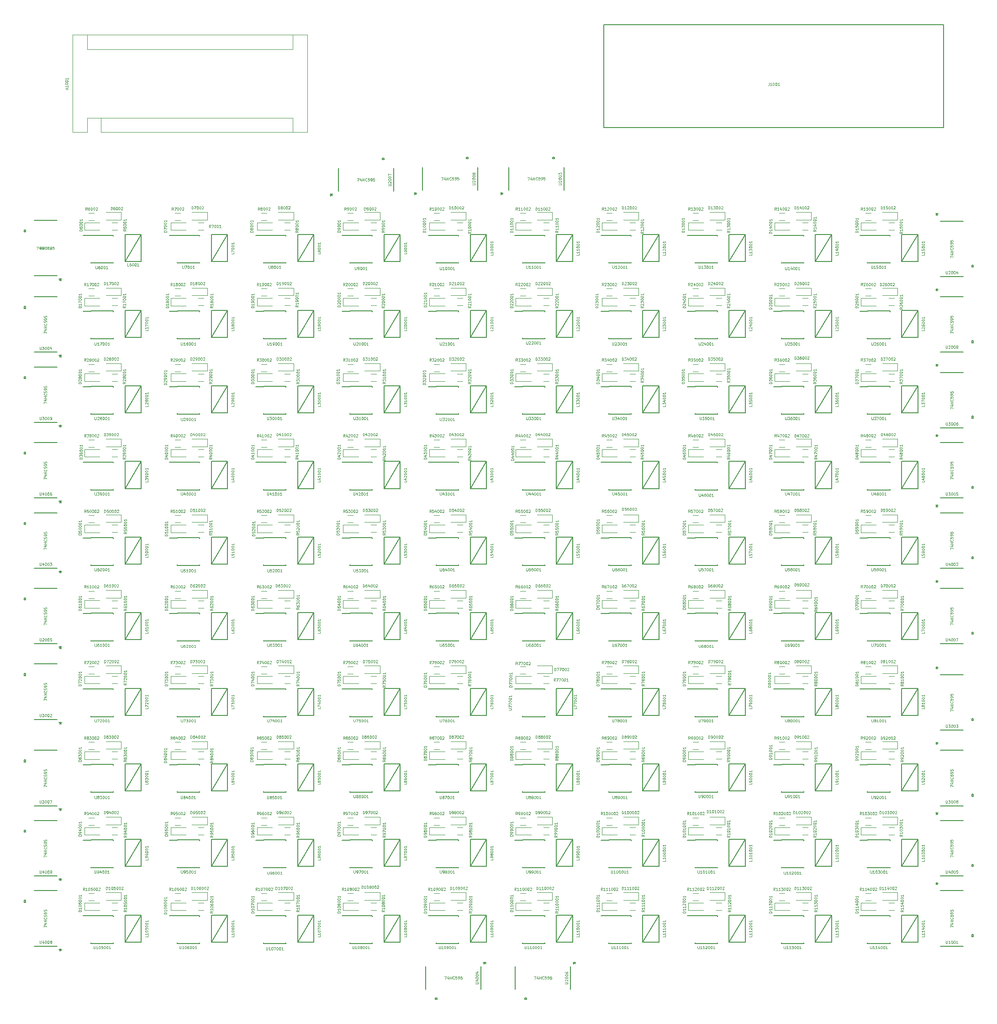
<source format=gbr>
G04 #@! TF.GenerationSoftware,KiCad,Pcbnew,5.0.0-rc2-dev-unknown-5a90858~64~ubuntu16.04.1*
G04 #@! TF.CreationDate,2018-12-18T14:43:22-05:00*
G04 #@! TF.ProjectId,ferrofluid_display,666572726F666C7569645F646973706C,rev?*
G04 #@! TF.SameCoordinates,Original*
G04 #@! TF.FileFunction,Legend,Top*
G04 #@! TF.FilePolarity,Positive*
%FSLAX46Y46*%
G04 Gerber Fmt 4.6, Leading zero omitted, Abs format (unit mm)*
G04 Created by KiCad (PCBNEW 5.0.0-rc2-dev-unknown-5a90858~64~ubuntu16.04.1) date Tue Dec 18 14:43:22 2018*
%MOMM*%
%LPD*%
G01*
G04 APERTURE LIST*
%ADD10C,0.120000*%
%ADD11C,0.150000*%
%ADD12C,0.152400*%
%ADD13C,0.100000*%
G04 APERTURE END LIST*
D10*
X118060000Y-21360000D02*
X118060000Y-39400000D01*
X161500000Y-21360000D02*
X118060000Y-21360000D01*
X161500000Y-39400000D02*
X161500000Y-21360000D01*
X158830000Y-36730000D02*
X158830000Y-39400000D01*
X123270000Y-36730000D02*
X158830000Y-36730000D01*
X123270000Y-36730000D02*
X123270000Y-39400000D01*
X158830000Y-24030000D02*
X158830000Y-21360000D01*
X120730000Y-24030000D02*
X158830000Y-24030000D01*
X120730000Y-24030000D02*
X120730000Y-21360000D01*
X118060000Y-39400000D02*
X120730000Y-39400000D01*
X123270000Y-39400000D02*
X161500000Y-39400000D01*
X120730000Y-36730000D02*
X120730000Y-39400000D01*
X123270000Y-36730000D02*
X120730000Y-36730000D01*
X120185000Y-56108000D02*
X122985000Y-56108000D01*
X120185000Y-57508000D02*
X122985000Y-57508000D01*
X120185000Y-56108000D02*
X120185000Y-57508000D01*
X126960000Y-55603000D02*
X124160000Y-55603000D01*
X126960000Y-54203000D02*
X124160000Y-54203000D01*
X126960000Y-55603000D02*
X126960000Y-54203000D01*
X136185000Y-56108000D02*
X138985000Y-56108000D01*
X136185000Y-57508000D02*
X138985000Y-57508000D01*
X136185000Y-56108000D02*
X136185000Y-57508000D01*
X142960000Y-55603000D02*
X140160000Y-55603000D01*
X142960000Y-54203000D02*
X140160000Y-54203000D01*
X142960000Y-55603000D02*
X142960000Y-54203000D01*
X152185000Y-56108000D02*
X154985000Y-56108000D01*
X152185000Y-57508000D02*
X154985000Y-57508000D01*
X152185000Y-56108000D02*
X152185000Y-57508000D01*
X158960000Y-55603000D02*
X156160000Y-55603000D01*
X158960000Y-54203000D02*
X156160000Y-54203000D01*
X158960000Y-55603000D02*
X158960000Y-54203000D01*
X168185000Y-56108000D02*
X170985000Y-56108000D01*
X168185000Y-57508000D02*
X170985000Y-57508000D01*
X168185000Y-56108000D02*
X168185000Y-57508000D01*
X174960000Y-55603000D02*
X172160000Y-55603000D01*
X174960000Y-54203000D02*
X172160000Y-54203000D01*
X174960000Y-55603000D02*
X174960000Y-54203000D01*
X184185000Y-56108000D02*
X186985000Y-56108000D01*
X184185000Y-57508000D02*
X186985000Y-57508000D01*
X184185000Y-56108000D02*
X184185000Y-57508000D01*
X190960000Y-55603000D02*
X190960000Y-54203000D01*
X190960000Y-54203000D02*
X188160000Y-54203000D01*
X190960000Y-55603000D02*
X188160000Y-55603000D01*
X200185000Y-56108000D02*
X200185000Y-57508000D01*
X200185000Y-57508000D02*
X202985000Y-57508000D01*
X200185000Y-56108000D02*
X202985000Y-56108000D01*
X206960000Y-55603000D02*
X206960000Y-54203000D01*
X206960000Y-54203000D02*
X204160000Y-54203000D01*
X206960000Y-55603000D02*
X204160000Y-55603000D01*
X216185000Y-56108000D02*
X216185000Y-57508000D01*
X216185000Y-57508000D02*
X218985000Y-57508000D01*
X216185000Y-56108000D02*
X218985000Y-56108000D01*
X222960000Y-55603000D02*
X220160000Y-55603000D01*
X222960000Y-54203000D02*
X220160000Y-54203000D01*
X222960000Y-55603000D02*
X222960000Y-54203000D01*
X232185000Y-56108000D02*
X234985000Y-56108000D01*
X232185000Y-57508000D02*
X234985000Y-57508000D01*
X232185000Y-56108000D02*
X232185000Y-57508000D01*
X238960000Y-55603000D02*
X238960000Y-54203000D01*
X238960000Y-54203000D02*
X236160000Y-54203000D01*
X238960000Y-55603000D02*
X236160000Y-55603000D01*
X248185000Y-56108000D02*
X250985000Y-56108000D01*
X248185000Y-57508000D02*
X250985000Y-57508000D01*
X248185000Y-56108000D02*
X248185000Y-57508000D01*
X254960000Y-55603000D02*
X254960000Y-54203000D01*
X254960000Y-54203000D02*
X252160000Y-54203000D01*
X254960000Y-55603000D02*
X252160000Y-55603000D01*
X264185000Y-56108000D02*
X264185000Y-57508000D01*
X264185000Y-57508000D02*
X266985000Y-57508000D01*
X264185000Y-56108000D02*
X266985000Y-56108000D01*
X270960000Y-55603000D02*
X268160000Y-55603000D01*
X270960000Y-54203000D02*
X268160000Y-54203000D01*
X270960000Y-55603000D02*
X270960000Y-54203000D01*
X120185000Y-70108000D02*
X122985000Y-70108000D01*
X120185000Y-71508000D02*
X122985000Y-71508000D01*
X120185000Y-70108000D02*
X120185000Y-71508000D01*
X126960000Y-69603000D02*
X124160000Y-69603000D01*
X126960000Y-68203000D02*
X124160000Y-68203000D01*
X126960000Y-69603000D02*
X126960000Y-68203000D01*
X136185000Y-70108000D02*
X138985000Y-70108000D01*
X136185000Y-71508000D02*
X138985000Y-71508000D01*
X136185000Y-70108000D02*
X136185000Y-71508000D01*
X142960000Y-69603000D02*
X142960000Y-68203000D01*
X142960000Y-68203000D02*
X140160000Y-68203000D01*
X142960000Y-69603000D02*
X140160000Y-69603000D01*
X152185000Y-70108000D02*
X152185000Y-71508000D01*
X152185000Y-71508000D02*
X154985000Y-71508000D01*
X152185000Y-70108000D02*
X154985000Y-70108000D01*
X158960000Y-69603000D02*
X158960000Y-68203000D01*
X158960000Y-68203000D02*
X156160000Y-68203000D01*
X158960000Y-69603000D02*
X156160000Y-69603000D01*
X168185000Y-70108000D02*
X170985000Y-70108000D01*
X168185000Y-71508000D02*
X170985000Y-71508000D01*
X168185000Y-70108000D02*
X168185000Y-71508000D01*
X174960000Y-69603000D02*
X174960000Y-68203000D01*
X174960000Y-68203000D02*
X172160000Y-68203000D01*
X174960000Y-69603000D02*
X172160000Y-69603000D01*
X184185000Y-70108000D02*
X184185000Y-71508000D01*
X184185000Y-71508000D02*
X186985000Y-71508000D01*
X184185000Y-70108000D02*
X186985000Y-70108000D01*
X190960000Y-69603000D02*
X190960000Y-68203000D01*
X190960000Y-68203000D02*
X188160000Y-68203000D01*
X190960000Y-69603000D02*
X188160000Y-69603000D01*
X200185000Y-70108000D02*
X200185000Y-71508000D01*
X200185000Y-71508000D02*
X202985000Y-71508000D01*
X200185000Y-70108000D02*
X202985000Y-70108000D01*
X206960000Y-69603000D02*
X206960000Y-68203000D01*
X206960000Y-68203000D02*
X204160000Y-68203000D01*
X206960000Y-69603000D02*
X204160000Y-69603000D01*
X216185000Y-70108000D02*
X216185000Y-71508000D01*
X216185000Y-71508000D02*
X218985000Y-71508000D01*
X216185000Y-70108000D02*
X218985000Y-70108000D01*
X222960000Y-69603000D02*
X222960000Y-68203000D01*
X222960000Y-68203000D02*
X220160000Y-68203000D01*
X222960000Y-69603000D02*
X220160000Y-69603000D01*
X232185000Y-70108000D02*
X232185000Y-71508000D01*
X232185000Y-71508000D02*
X234985000Y-71508000D01*
X232185000Y-70108000D02*
X234985000Y-70108000D01*
X238960000Y-69603000D02*
X238960000Y-68203000D01*
X238960000Y-68203000D02*
X236160000Y-68203000D01*
X238960000Y-69603000D02*
X236160000Y-69603000D01*
X248185000Y-70108000D02*
X248185000Y-71508000D01*
X248185000Y-71508000D02*
X250985000Y-71508000D01*
X248185000Y-70108000D02*
X250985000Y-70108000D01*
X254960000Y-69603000D02*
X254960000Y-68203000D01*
X254960000Y-68203000D02*
X252160000Y-68203000D01*
X254960000Y-69603000D02*
X252160000Y-69603000D01*
X264185000Y-70108000D02*
X264185000Y-71508000D01*
X264185000Y-71508000D02*
X266985000Y-71508000D01*
X264185000Y-70108000D02*
X266985000Y-70108000D01*
X270960000Y-69603000D02*
X270960000Y-68203000D01*
X270960000Y-68203000D02*
X268160000Y-68203000D01*
X270960000Y-69603000D02*
X268160000Y-69603000D01*
X120185000Y-84108000D02*
X120185000Y-85508000D01*
X120185000Y-85508000D02*
X122985000Y-85508000D01*
X120185000Y-84108000D02*
X122985000Y-84108000D01*
X126960000Y-83603000D02*
X124160000Y-83603000D01*
X126960000Y-82203000D02*
X124160000Y-82203000D01*
X126960000Y-83603000D02*
X126960000Y-82203000D01*
X136185000Y-84108000D02*
X136185000Y-85508000D01*
X136185000Y-85508000D02*
X138985000Y-85508000D01*
X136185000Y-84108000D02*
X138985000Y-84108000D01*
X142960000Y-83603000D02*
X142960000Y-82203000D01*
X142960000Y-82203000D02*
X140160000Y-82203000D01*
X142960000Y-83603000D02*
X140160000Y-83603000D01*
X152185000Y-84108000D02*
X152185000Y-85508000D01*
X152185000Y-85508000D02*
X154985000Y-85508000D01*
X152185000Y-84108000D02*
X154985000Y-84108000D01*
X158960000Y-83603000D02*
X158960000Y-82203000D01*
X158960000Y-82203000D02*
X156160000Y-82203000D01*
X158960000Y-83603000D02*
X156160000Y-83603000D01*
X168185000Y-84108000D02*
X170985000Y-84108000D01*
X168185000Y-85508000D02*
X170985000Y-85508000D01*
X168185000Y-84108000D02*
X168185000Y-85508000D01*
X174960000Y-83603000D02*
X172160000Y-83603000D01*
X174960000Y-82203000D02*
X172160000Y-82203000D01*
X174960000Y-83603000D02*
X174960000Y-82203000D01*
X184185000Y-84108000D02*
X184185000Y-85508000D01*
X184185000Y-85508000D02*
X186985000Y-85508000D01*
X184185000Y-84108000D02*
X186985000Y-84108000D01*
X190960000Y-83603000D02*
X190960000Y-82203000D01*
X190960000Y-82203000D02*
X188160000Y-82203000D01*
X190960000Y-83603000D02*
X188160000Y-83603000D01*
X200185000Y-84108000D02*
X200185000Y-85508000D01*
X200185000Y-85508000D02*
X202985000Y-85508000D01*
X200185000Y-84108000D02*
X202985000Y-84108000D01*
X206960000Y-83603000D02*
X204160000Y-83603000D01*
X206960000Y-82203000D02*
X204160000Y-82203000D01*
X206960000Y-83603000D02*
X206960000Y-82203000D01*
X216185000Y-84108000D02*
X218985000Y-84108000D01*
X216185000Y-85508000D02*
X218985000Y-85508000D01*
X216185000Y-84108000D02*
X216185000Y-85508000D01*
X222960000Y-83603000D02*
X220160000Y-83603000D01*
X222960000Y-82203000D02*
X220160000Y-82203000D01*
X222960000Y-83603000D02*
X222960000Y-82203000D01*
X232185000Y-84108000D02*
X234985000Y-84108000D01*
X232185000Y-85508000D02*
X234985000Y-85508000D01*
X232185000Y-84108000D02*
X232185000Y-85508000D01*
X238960000Y-83603000D02*
X236160000Y-83603000D01*
X238960000Y-82203000D02*
X236160000Y-82203000D01*
X238960000Y-83603000D02*
X238960000Y-82203000D01*
X248185000Y-84108000D02*
X250985000Y-84108000D01*
X248185000Y-85508000D02*
X250985000Y-85508000D01*
X248185000Y-84108000D02*
X248185000Y-85508000D01*
X254960000Y-83603000D02*
X252160000Y-83603000D01*
X254960000Y-82203000D02*
X252160000Y-82203000D01*
X254960000Y-83603000D02*
X254960000Y-82203000D01*
X264185000Y-84108000D02*
X266985000Y-84108000D01*
X264185000Y-85508000D02*
X266985000Y-85508000D01*
X264185000Y-84108000D02*
X264185000Y-85508000D01*
X270960000Y-83603000D02*
X268160000Y-83603000D01*
X270960000Y-82203000D02*
X268160000Y-82203000D01*
X270960000Y-83603000D02*
X270960000Y-82203000D01*
X120185000Y-98108000D02*
X122985000Y-98108000D01*
X120185000Y-99508000D02*
X122985000Y-99508000D01*
X120185000Y-98108000D02*
X120185000Y-99508000D01*
X126960000Y-97603000D02*
X124160000Y-97603000D01*
X126960000Y-96203000D02*
X124160000Y-96203000D01*
X126960000Y-97603000D02*
X126960000Y-96203000D01*
X136185000Y-98108000D02*
X136185000Y-99508000D01*
X136185000Y-99508000D02*
X138985000Y-99508000D01*
X136185000Y-98108000D02*
X138985000Y-98108000D01*
X142960000Y-97603000D02*
X140160000Y-97603000D01*
X142960000Y-96203000D02*
X140160000Y-96203000D01*
X142960000Y-97603000D02*
X142960000Y-96203000D01*
X152185000Y-98108000D02*
X154985000Y-98108000D01*
X152185000Y-99508000D02*
X154985000Y-99508000D01*
X152185000Y-98108000D02*
X152185000Y-99508000D01*
X158960000Y-97603000D02*
X156160000Y-97603000D01*
X158960000Y-96203000D02*
X156160000Y-96203000D01*
X158960000Y-97603000D02*
X158960000Y-96203000D01*
X168185000Y-98108000D02*
X170985000Y-98108000D01*
X168185000Y-99508000D02*
X170985000Y-99508000D01*
X168185000Y-98108000D02*
X168185000Y-99508000D01*
X174960000Y-97603000D02*
X172160000Y-97603000D01*
X174960000Y-96203000D02*
X172160000Y-96203000D01*
X174960000Y-97603000D02*
X174960000Y-96203000D01*
X184185000Y-98108000D02*
X186985000Y-98108000D01*
X184185000Y-99508000D02*
X186985000Y-99508000D01*
X184185000Y-98108000D02*
X184185000Y-99508000D01*
X190960000Y-97603000D02*
X188160000Y-97603000D01*
X190960000Y-96203000D02*
X188160000Y-96203000D01*
X190960000Y-97603000D02*
X190960000Y-96203000D01*
X200185000Y-98108000D02*
X202985000Y-98108000D01*
X200185000Y-99508000D02*
X202985000Y-99508000D01*
X200185000Y-98108000D02*
X200185000Y-99508000D01*
X206960000Y-97603000D02*
X204160000Y-97603000D01*
X206960000Y-96203000D02*
X204160000Y-96203000D01*
X206960000Y-97603000D02*
X206960000Y-96203000D01*
X216185000Y-98108000D02*
X218985000Y-98108000D01*
X216185000Y-99508000D02*
X218985000Y-99508000D01*
X216185000Y-98108000D02*
X216185000Y-99508000D01*
X222960000Y-97603000D02*
X222960000Y-96203000D01*
X222960000Y-96203000D02*
X220160000Y-96203000D01*
X222960000Y-97603000D02*
X220160000Y-97603000D01*
X232185000Y-98108000D02*
X232185000Y-99508000D01*
X232185000Y-99508000D02*
X234985000Y-99508000D01*
X232185000Y-98108000D02*
X234985000Y-98108000D01*
X238960000Y-97603000D02*
X238960000Y-96203000D01*
X238960000Y-96203000D02*
X236160000Y-96203000D01*
X238960000Y-97603000D02*
X236160000Y-97603000D01*
X248185000Y-98108000D02*
X248185000Y-99508000D01*
X248185000Y-99508000D02*
X250985000Y-99508000D01*
X248185000Y-98108000D02*
X250985000Y-98108000D01*
X254960000Y-97603000D02*
X254960000Y-96203000D01*
X254960000Y-96203000D02*
X252160000Y-96203000D01*
X254960000Y-97603000D02*
X252160000Y-97603000D01*
X264185000Y-98108000D02*
X264185000Y-99508000D01*
X264185000Y-99508000D02*
X266985000Y-99508000D01*
X264185000Y-98108000D02*
X266985000Y-98108000D01*
X270960000Y-97603000D02*
X270960000Y-96203000D01*
X270960000Y-96203000D02*
X268160000Y-96203000D01*
X270960000Y-97603000D02*
X268160000Y-97603000D01*
X120185000Y-112108000D02*
X120185000Y-113508000D01*
X120185000Y-113508000D02*
X122985000Y-113508000D01*
X120185000Y-112108000D02*
X122985000Y-112108000D01*
X126960000Y-111603000D02*
X124160000Y-111603000D01*
X126960000Y-110203000D02*
X124160000Y-110203000D01*
X126960000Y-111603000D02*
X126960000Y-110203000D01*
X136185000Y-112108000D02*
X138985000Y-112108000D01*
X136185000Y-113508000D02*
X138985000Y-113508000D01*
X136185000Y-112108000D02*
X136185000Y-113508000D01*
X142960000Y-111603000D02*
X140160000Y-111603000D01*
X142960000Y-110203000D02*
X140160000Y-110203000D01*
X142960000Y-111603000D02*
X142960000Y-110203000D01*
X152185000Y-112108000D02*
X154985000Y-112108000D01*
X152185000Y-113508000D02*
X154985000Y-113508000D01*
X152185000Y-112108000D02*
X152185000Y-113508000D01*
X158960000Y-111603000D02*
X156160000Y-111603000D01*
X158960000Y-110203000D02*
X156160000Y-110203000D01*
X158960000Y-111603000D02*
X158960000Y-110203000D01*
X168185000Y-112108000D02*
X170985000Y-112108000D01*
X168185000Y-113508000D02*
X170985000Y-113508000D01*
X168185000Y-112108000D02*
X168185000Y-113508000D01*
X174960000Y-111603000D02*
X174960000Y-110203000D01*
X174960000Y-110203000D02*
X172160000Y-110203000D01*
X174960000Y-111603000D02*
X172160000Y-111603000D01*
X184185000Y-112108000D02*
X184185000Y-113508000D01*
X184185000Y-113508000D02*
X186985000Y-113508000D01*
X184185000Y-112108000D02*
X186985000Y-112108000D01*
X190960000Y-111603000D02*
X190960000Y-110203000D01*
X190960000Y-110203000D02*
X188160000Y-110203000D01*
X190960000Y-111603000D02*
X188160000Y-111603000D01*
X200185000Y-112108000D02*
X202985000Y-112108000D01*
X200185000Y-113508000D02*
X202985000Y-113508000D01*
X200185000Y-112108000D02*
X200185000Y-113508000D01*
X206960000Y-111603000D02*
X206960000Y-110203000D01*
X206960000Y-110203000D02*
X204160000Y-110203000D01*
X206960000Y-111603000D02*
X204160000Y-111603000D01*
X216185000Y-112108000D02*
X216185000Y-113508000D01*
X216185000Y-113508000D02*
X218985000Y-113508000D01*
X216185000Y-112108000D02*
X218985000Y-112108000D01*
X222960000Y-111603000D02*
X222960000Y-110203000D01*
X222960000Y-110203000D02*
X220160000Y-110203000D01*
X222960000Y-111603000D02*
X220160000Y-111603000D01*
X232185000Y-112108000D02*
X232185000Y-113508000D01*
X232185000Y-113508000D02*
X234985000Y-113508000D01*
X232185000Y-112108000D02*
X234985000Y-112108000D01*
X238960000Y-111603000D02*
X238960000Y-110203000D01*
X238960000Y-110203000D02*
X236160000Y-110203000D01*
X238960000Y-111603000D02*
X236160000Y-111603000D01*
X248185000Y-112108000D02*
X248185000Y-113508000D01*
X248185000Y-113508000D02*
X250985000Y-113508000D01*
X248185000Y-112108000D02*
X250985000Y-112108000D01*
X254960000Y-111603000D02*
X252160000Y-111603000D01*
X254960000Y-110203000D02*
X252160000Y-110203000D01*
X254960000Y-111603000D02*
X254960000Y-110203000D01*
X264185000Y-112108000D02*
X264185000Y-113508000D01*
X264185000Y-113508000D02*
X266985000Y-113508000D01*
X264185000Y-112108000D02*
X266985000Y-112108000D01*
X270960000Y-111603000D02*
X270960000Y-110203000D01*
X270960000Y-110203000D02*
X268160000Y-110203000D01*
X270960000Y-111603000D02*
X268160000Y-111603000D01*
X120185000Y-126108000D02*
X122985000Y-126108000D01*
X120185000Y-127508000D02*
X122985000Y-127508000D01*
X120185000Y-126108000D02*
X120185000Y-127508000D01*
X126960000Y-125603000D02*
X126960000Y-124203000D01*
X126960000Y-124203000D02*
X124160000Y-124203000D01*
X126960000Y-125603000D02*
X124160000Y-125603000D01*
X136185000Y-126108000D02*
X138985000Y-126108000D01*
X136185000Y-127508000D02*
X138985000Y-127508000D01*
X136185000Y-126108000D02*
X136185000Y-127508000D01*
X142960000Y-125603000D02*
X142960000Y-124203000D01*
X142960000Y-124203000D02*
X140160000Y-124203000D01*
X142960000Y-125603000D02*
X140160000Y-125603000D01*
X152185000Y-126108000D02*
X154985000Y-126108000D01*
X152185000Y-127508000D02*
X154985000Y-127508000D01*
X152185000Y-126108000D02*
X152185000Y-127508000D01*
X158960000Y-125603000D02*
X158960000Y-124203000D01*
X158960000Y-124203000D02*
X156160000Y-124203000D01*
X158960000Y-125603000D02*
X156160000Y-125603000D01*
X168185000Y-126108000D02*
X168185000Y-127508000D01*
X168185000Y-127508000D02*
X170985000Y-127508000D01*
X168185000Y-126108000D02*
X170985000Y-126108000D01*
X174960000Y-125603000D02*
X172160000Y-125603000D01*
X174960000Y-124203000D02*
X172160000Y-124203000D01*
X174960000Y-125603000D02*
X174960000Y-124203000D01*
X184185000Y-126108000D02*
X184185000Y-127508000D01*
X184185000Y-127508000D02*
X186985000Y-127508000D01*
X184185000Y-126108000D02*
X186985000Y-126108000D01*
X190960000Y-125603000D02*
X188160000Y-125603000D01*
X190960000Y-124203000D02*
X188160000Y-124203000D01*
X190960000Y-125603000D02*
X190960000Y-124203000D01*
X200185000Y-126108000D02*
X202985000Y-126108000D01*
X200185000Y-127508000D02*
X202985000Y-127508000D01*
X200185000Y-126108000D02*
X200185000Y-127508000D01*
X206960000Y-125603000D02*
X204160000Y-125603000D01*
X206960000Y-124203000D02*
X204160000Y-124203000D01*
X206960000Y-125603000D02*
X206960000Y-124203000D01*
X216185000Y-126108000D02*
X216185000Y-127508000D01*
X216185000Y-127508000D02*
X218985000Y-127508000D01*
X216185000Y-126108000D02*
X218985000Y-126108000D01*
X222960000Y-125603000D02*
X220160000Y-125603000D01*
X222960000Y-124203000D02*
X220160000Y-124203000D01*
X222960000Y-125603000D02*
X222960000Y-124203000D01*
X232185000Y-126108000D02*
X232185000Y-127508000D01*
X232185000Y-127508000D02*
X234985000Y-127508000D01*
X232185000Y-126108000D02*
X234985000Y-126108000D01*
X238960000Y-125603000D02*
X238960000Y-124203000D01*
X238960000Y-124203000D02*
X236160000Y-124203000D01*
X238960000Y-125603000D02*
X236160000Y-125603000D01*
X248185000Y-126108000D02*
X250985000Y-126108000D01*
X248185000Y-127508000D02*
X250985000Y-127508000D01*
X248185000Y-126108000D02*
X248185000Y-127508000D01*
X254960000Y-125603000D02*
X254960000Y-124203000D01*
X254960000Y-124203000D02*
X252160000Y-124203000D01*
X254960000Y-125603000D02*
X252160000Y-125603000D01*
X264185000Y-126108000D02*
X266985000Y-126108000D01*
X264185000Y-127508000D02*
X266985000Y-127508000D01*
X264185000Y-126108000D02*
X264185000Y-127508000D01*
X270960000Y-125603000D02*
X270960000Y-124203000D01*
X270960000Y-124203000D02*
X268160000Y-124203000D01*
X270960000Y-125603000D02*
X268160000Y-125603000D01*
X120185000Y-140108000D02*
X122985000Y-140108000D01*
X120185000Y-141508000D02*
X122985000Y-141508000D01*
X120185000Y-140108000D02*
X120185000Y-141508000D01*
X126960000Y-139603000D02*
X126960000Y-138203000D01*
X126960000Y-138203000D02*
X124160000Y-138203000D01*
X126960000Y-139603000D02*
X124160000Y-139603000D01*
X136185000Y-140108000D02*
X138985000Y-140108000D01*
X136185000Y-141508000D02*
X138985000Y-141508000D01*
X136185000Y-140108000D02*
X136185000Y-141508000D01*
X142960000Y-139603000D02*
X142960000Y-138203000D01*
X142960000Y-138203000D02*
X140160000Y-138203000D01*
X142960000Y-139603000D02*
X140160000Y-139603000D01*
X152185000Y-140108000D02*
X152185000Y-141508000D01*
X152185000Y-141508000D02*
X154985000Y-141508000D01*
X152185000Y-140108000D02*
X154985000Y-140108000D01*
X158960000Y-139603000D02*
X156160000Y-139603000D01*
X158960000Y-138203000D02*
X156160000Y-138203000D01*
X158960000Y-139603000D02*
X158960000Y-138203000D01*
X168185000Y-140108000D02*
X168185000Y-141508000D01*
X168185000Y-141508000D02*
X170985000Y-141508000D01*
X168185000Y-140108000D02*
X170985000Y-140108000D01*
X174960000Y-139603000D02*
X172160000Y-139603000D01*
X174960000Y-138203000D02*
X172160000Y-138203000D01*
X174960000Y-139603000D02*
X174960000Y-138203000D01*
X184185000Y-140108000D02*
X184185000Y-141508000D01*
X184185000Y-141508000D02*
X186985000Y-141508000D01*
X184185000Y-140108000D02*
X186985000Y-140108000D01*
X190960000Y-139603000D02*
X188160000Y-139603000D01*
X190960000Y-138203000D02*
X188160000Y-138203000D01*
X190960000Y-139603000D02*
X190960000Y-138203000D01*
X200185000Y-140108000D02*
X200185000Y-141508000D01*
X200185000Y-141508000D02*
X202985000Y-141508000D01*
X200185000Y-140108000D02*
X202985000Y-140108000D01*
X206960000Y-139603000D02*
X204160000Y-139603000D01*
X206960000Y-138203000D02*
X204160000Y-138203000D01*
X206960000Y-139603000D02*
X206960000Y-138203000D01*
X216185000Y-140108000D02*
X218985000Y-140108000D01*
X216185000Y-141508000D02*
X218985000Y-141508000D01*
X216185000Y-140108000D02*
X216185000Y-141508000D01*
X222960000Y-139603000D02*
X220160000Y-139603000D01*
X222960000Y-138203000D02*
X220160000Y-138203000D01*
X222960000Y-139603000D02*
X222960000Y-138203000D01*
X232185000Y-140108000D02*
X232185000Y-141508000D01*
X232185000Y-141508000D02*
X234985000Y-141508000D01*
X232185000Y-140108000D02*
X234985000Y-140108000D01*
X238960000Y-139603000D02*
X236160000Y-139603000D01*
X238960000Y-138203000D02*
X236160000Y-138203000D01*
X238960000Y-139603000D02*
X238960000Y-138203000D01*
X248185000Y-140108000D02*
X248185000Y-141508000D01*
X248185000Y-141508000D02*
X250985000Y-141508000D01*
X248185000Y-140108000D02*
X250985000Y-140108000D01*
X254960000Y-139603000D02*
X252160000Y-139603000D01*
X254960000Y-138203000D02*
X252160000Y-138203000D01*
X254960000Y-139603000D02*
X254960000Y-138203000D01*
X264185000Y-140108000D02*
X264185000Y-141508000D01*
X264185000Y-141508000D02*
X266985000Y-141508000D01*
X264185000Y-140108000D02*
X266985000Y-140108000D01*
X270960000Y-139603000D02*
X268160000Y-139603000D01*
X270960000Y-138203000D02*
X268160000Y-138203000D01*
X270960000Y-139603000D02*
X270960000Y-138203000D01*
X120185000Y-154108000D02*
X120185000Y-155508000D01*
X120185000Y-155508000D02*
X122985000Y-155508000D01*
X120185000Y-154108000D02*
X122985000Y-154108000D01*
X126960000Y-153603000D02*
X126960000Y-152203000D01*
X126960000Y-152203000D02*
X124160000Y-152203000D01*
X126960000Y-153603000D02*
X124160000Y-153603000D01*
X136185000Y-154108000D02*
X136185000Y-155508000D01*
X136185000Y-155508000D02*
X138985000Y-155508000D01*
X136185000Y-154108000D02*
X138985000Y-154108000D01*
X142960000Y-153603000D02*
X140160000Y-153603000D01*
X142960000Y-152203000D02*
X140160000Y-152203000D01*
X142960000Y-153603000D02*
X142960000Y-152203000D01*
X152185000Y-154108000D02*
X152185000Y-155508000D01*
X152185000Y-155508000D02*
X154985000Y-155508000D01*
X152185000Y-154108000D02*
X154985000Y-154108000D01*
X158960000Y-153603000D02*
X156160000Y-153603000D01*
X158960000Y-152203000D02*
X156160000Y-152203000D01*
X158960000Y-153603000D02*
X158960000Y-152203000D01*
X168185000Y-154108000D02*
X168185000Y-155508000D01*
X168185000Y-155508000D02*
X170985000Y-155508000D01*
X168185000Y-154108000D02*
X170985000Y-154108000D01*
X174960000Y-153603000D02*
X172160000Y-153603000D01*
X174960000Y-152203000D02*
X172160000Y-152203000D01*
X174960000Y-153603000D02*
X174960000Y-152203000D01*
X184185000Y-154108000D02*
X184185000Y-155508000D01*
X184185000Y-155508000D02*
X186985000Y-155508000D01*
X184185000Y-154108000D02*
X186985000Y-154108000D01*
X190960000Y-153603000D02*
X188160000Y-153603000D01*
X190960000Y-152203000D02*
X188160000Y-152203000D01*
X190960000Y-153603000D02*
X190960000Y-152203000D01*
X200185000Y-154108000D02*
X202985000Y-154108000D01*
X200185000Y-155508000D02*
X202985000Y-155508000D01*
X200185000Y-154108000D02*
X200185000Y-155508000D01*
X206960000Y-153603000D02*
X206960000Y-152203000D01*
X206960000Y-152203000D02*
X204160000Y-152203000D01*
X206960000Y-153603000D02*
X204160000Y-153603000D01*
X216185000Y-154108000D02*
X218985000Y-154108000D01*
X216185000Y-155508000D02*
X218985000Y-155508000D01*
X216185000Y-154108000D02*
X216185000Y-155508000D01*
X222960000Y-153603000D02*
X222960000Y-152203000D01*
X222960000Y-152203000D02*
X220160000Y-152203000D01*
X222960000Y-153603000D02*
X220160000Y-153603000D01*
X232185000Y-154108000D02*
X234985000Y-154108000D01*
X232185000Y-155508000D02*
X234985000Y-155508000D01*
X232185000Y-154108000D02*
X232185000Y-155508000D01*
X238960000Y-153603000D02*
X238960000Y-152203000D01*
X238960000Y-152203000D02*
X236160000Y-152203000D01*
X238960000Y-153603000D02*
X236160000Y-153603000D01*
X248185000Y-154108000D02*
X250985000Y-154108000D01*
X248185000Y-155508000D02*
X250985000Y-155508000D01*
X248185000Y-154108000D02*
X248185000Y-155508000D01*
X254960000Y-153603000D02*
X254960000Y-152203000D01*
X254960000Y-152203000D02*
X252160000Y-152203000D01*
X254960000Y-153603000D02*
X252160000Y-153603000D01*
X264185000Y-154108000D02*
X264185000Y-155508000D01*
X264185000Y-155508000D02*
X266985000Y-155508000D01*
X264185000Y-154108000D02*
X266985000Y-154108000D01*
X270960000Y-153603000D02*
X270960000Y-152203000D01*
X270960000Y-152203000D02*
X268160000Y-152203000D01*
X270960000Y-153603000D02*
X268160000Y-153603000D01*
X120185000Y-168108000D02*
X122985000Y-168108000D01*
X120185000Y-169508000D02*
X122985000Y-169508000D01*
X120185000Y-168108000D02*
X120185000Y-169508000D01*
X126960000Y-167603000D02*
X126960000Y-166203000D01*
X126960000Y-166203000D02*
X124160000Y-166203000D01*
X126960000Y-167603000D02*
X124160000Y-167603000D01*
X136185000Y-168108000D02*
X138985000Y-168108000D01*
X136185000Y-169508000D02*
X138985000Y-169508000D01*
X136185000Y-168108000D02*
X136185000Y-169508000D01*
X142960000Y-167603000D02*
X142960000Y-166203000D01*
X142960000Y-166203000D02*
X140160000Y-166203000D01*
X142960000Y-167603000D02*
X140160000Y-167603000D01*
X152185000Y-168108000D02*
X154985000Y-168108000D01*
X152185000Y-169508000D02*
X154985000Y-169508000D01*
X152185000Y-168108000D02*
X152185000Y-169508000D01*
X158960000Y-167603000D02*
X158960000Y-166203000D01*
X158960000Y-166203000D02*
X156160000Y-166203000D01*
X158960000Y-167603000D02*
X156160000Y-167603000D01*
X168185000Y-168108000D02*
X170985000Y-168108000D01*
X168185000Y-169508000D02*
X170985000Y-169508000D01*
X168185000Y-168108000D02*
X168185000Y-169508000D01*
X174960000Y-167603000D02*
X172160000Y-167603000D01*
X174960000Y-166203000D02*
X172160000Y-166203000D01*
X174960000Y-167603000D02*
X174960000Y-166203000D01*
X184185000Y-168108000D02*
X184185000Y-169508000D01*
X184185000Y-169508000D02*
X186985000Y-169508000D01*
X184185000Y-168108000D02*
X186985000Y-168108000D01*
X190960000Y-167603000D02*
X188160000Y-167603000D01*
X190960000Y-166203000D02*
X188160000Y-166203000D01*
X190960000Y-167603000D02*
X190960000Y-166203000D01*
X200185000Y-168108000D02*
X200185000Y-169508000D01*
X200185000Y-169508000D02*
X202985000Y-169508000D01*
X200185000Y-168108000D02*
X202985000Y-168108000D01*
X206960000Y-167603000D02*
X204160000Y-167603000D01*
X206960000Y-166203000D02*
X204160000Y-166203000D01*
X206960000Y-167603000D02*
X206960000Y-166203000D01*
X216185000Y-168108000D02*
X216185000Y-169508000D01*
X216185000Y-169508000D02*
X218985000Y-169508000D01*
X216185000Y-168108000D02*
X218985000Y-168108000D01*
X222960000Y-167603000D02*
X220160000Y-167603000D01*
X222960000Y-166203000D02*
X220160000Y-166203000D01*
X222960000Y-167603000D02*
X222960000Y-166203000D01*
X232185000Y-168108000D02*
X232185000Y-169508000D01*
X232185000Y-169508000D02*
X234985000Y-169508000D01*
X232185000Y-168108000D02*
X234985000Y-168108000D01*
X238960000Y-167603000D02*
X236160000Y-167603000D01*
X238960000Y-166203000D02*
X236160000Y-166203000D01*
X238960000Y-167603000D02*
X238960000Y-166203000D01*
X248185000Y-168108000D02*
X248185000Y-169508000D01*
X248185000Y-169508000D02*
X250985000Y-169508000D01*
X248185000Y-168108000D02*
X250985000Y-168108000D01*
X254960000Y-167603000D02*
X252160000Y-167603000D01*
X254960000Y-166203000D02*
X252160000Y-166203000D01*
X254960000Y-167603000D02*
X254960000Y-166203000D01*
X264185000Y-168108000D02*
X264185000Y-169508000D01*
X264185000Y-169508000D02*
X266985000Y-169508000D01*
X264185000Y-168108000D02*
X266985000Y-168108000D01*
X270960000Y-167603000D02*
X268160000Y-167603000D01*
X270960000Y-166203000D02*
X268160000Y-166203000D01*
X270960000Y-167603000D02*
X270960000Y-166203000D01*
X120185000Y-182108000D02*
X120185000Y-183508000D01*
X120185000Y-183508000D02*
X122985000Y-183508000D01*
X120185000Y-182108000D02*
X122985000Y-182108000D01*
X126960000Y-181603000D02*
X124160000Y-181603000D01*
X126960000Y-180203000D02*
X124160000Y-180203000D01*
X126960000Y-181603000D02*
X126960000Y-180203000D01*
X136185000Y-182108000D02*
X136185000Y-183508000D01*
X136185000Y-183508000D02*
X138985000Y-183508000D01*
X136185000Y-182108000D02*
X138985000Y-182108000D01*
X142960000Y-181603000D02*
X142960000Y-180203000D01*
X142960000Y-180203000D02*
X140160000Y-180203000D01*
X142960000Y-181603000D02*
X140160000Y-181603000D01*
X152185000Y-182108000D02*
X154985000Y-182108000D01*
X152185000Y-183508000D02*
X154985000Y-183508000D01*
X152185000Y-182108000D02*
X152185000Y-183508000D01*
X158960000Y-181603000D02*
X158960000Y-180203000D01*
X158960000Y-180203000D02*
X156160000Y-180203000D01*
X158960000Y-181603000D02*
X156160000Y-181603000D01*
X168185000Y-182108000D02*
X170985000Y-182108000D01*
X168185000Y-183508000D02*
X170985000Y-183508000D01*
X168185000Y-182108000D02*
X168185000Y-183508000D01*
X174960000Y-181603000D02*
X174960000Y-180203000D01*
X174960000Y-180203000D02*
X172160000Y-180203000D01*
X174960000Y-181603000D02*
X172160000Y-181603000D01*
X184185000Y-182108000D02*
X186985000Y-182108000D01*
X184185000Y-183508000D02*
X186985000Y-183508000D01*
X184185000Y-182108000D02*
X184185000Y-183508000D01*
X190960000Y-181603000D02*
X190960000Y-180203000D01*
X190960000Y-180203000D02*
X188160000Y-180203000D01*
X190960000Y-181603000D02*
X188160000Y-181603000D01*
X200185000Y-182108000D02*
X202985000Y-182108000D01*
X200185000Y-183508000D02*
X202985000Y-183508000D01*
X200185000Y-182108000D02*
X200185000Y-183508000D01*
X206960000Y-181603000D02*
X204160000Y-181603000D01*
X206960000Y-180203000D02*
X204160000Y-180203000D01*
X206960000Y-181603000D02*
X206960000Y-180203000D01*
X216185000Y-182108000D02*
X218985000Y-182108000D01*
X216185000Y-183508000D02*
X218985000Y-183508000D01*
X216185000Y-182108000D02*
X216185000Y-183508000D01*
X222960000Y-181603000D02*
X222960000Y-180203000D01*
X222960000Y-180203000D02*
X220160000Y-180203000D01*
X222960000Y-181603000D02*
X220160000Y-181603000D01*
X232185000Y-182108000D02*
X234985000Y-182108000D01*
X232185000Y-183508000D02*
X234985000Y-183508000D01*
X232185000Y-182108000D02*
X232185000Y-183508000D01*
X238960000Y-181603000D02*
X238960000Y-180203000D01*
X238960000Y-180203000D02*
X236160000Y-180203000D01*
X238960000Y-181603000D02*
X236160000Y-181603000D01*
X248185000Y-182108000D02*
X250985000Y-182108000D01*
X248185000Y-183508000D02*
X250985000Y-183508000D01*
X248185000Y-182108000D02*
X248185000Y-183508000D01*
X254960000Y-181603000D02*
X254960000Y-180203000D01*
X254960000Y-180203000D02*
X252160000Y-180203000D01*
X254960000Y-181603000D02*
X252160000Y-181603000D01*
X264185000Y-182108000D02*
X266985000Y-182108000D01*
X264185000Y-183508000D02*
X266985000Y-183508000D01*
X264185000Y-182108000D02*
X264185000Y-183508000D01*
X270960000Y-181603000D02*
X268160000Y-181603000D01*
X270960000Y-180203000D02*
X268160000Y-180203000D01*
X270960000Y-181603000D02*
X270960000Y-180203000D01*
D11*
X279500000Y-19500000D02*
X216500000Y-19500000D01*
X216500000Y-38500000D02*
X279500000Y-38500000D01*
X279500000Y-38500000D02*
X279500000Y-19500000D01*
X216500000Y-38500000D02*
X216500000Y-19500000D01*
X127724000Y-63372000D02*
X130724000Y-63372000D01*
X130724000Y-63372000D02*
X130724000Y-58372000D01*
X130724000Y-58372000D02*
X127724000Y-58372000D01*
X127724000Y-58372000D02*
X127724000Y-63372000D01*
X127724000Y-63372000D02*
X130724000Y-58372000D01*
X143724000Y-63372000D02*
X146724000Y-63372000D01*
X146724000Y-63372000D02*
X146724000Y-58372000D01*
X146724000Y-58372000D02*
X143724000Y-58372000D01*
X143724000Y-58372000D02*
X143724000Y-63372000D01*
X143724000Y-63372000D02*
X146724000Y-58372000D01*
X159724000Y-63372000D02*
X162724000Y-58372000D01*
X159724000Y-58372000D02*
X159724000Y-63372000D01*
X162724000Y-58372000D02*
X159724000Y-58372000D01*
X162724000Y-63372000D02*
X162724000Y-58372000D01*
X159724000Y-63372000D02*
X162724000Y-63372000D01*
X175724000Y-63372000D02*
X178724000Y-63372000D01*
X178724000Y-63372000D02*
X178724000Y-58372000D01*
X178724000Y-58372000D02*
X175724000Y-58372000D01*
X175724000Y-58372000D02*
X175724000Y-63372000D01*
X175724000Y-63372000D02*
X178724000Y-58372000D01*
X191724000Y-63372000D02*
X194724000Y-63372000D01*
X194724000Y-63372000D02*
X194724000Y-58372000D01*
X194724000Y-58372000D02*
X191724000Y-58372000D01*
X191724000Y-58372000D02*
X191724000Y-63372000D01*
X191724000Y-63372000D02*
X194724000Y-58372000D01*
X207724000Y-63372000D02*
X210724000Y-63372000D01*
X210724000Y-63372000D02*
X210724000Y-58372000D01*
X210724000Y-58372000D02*
X207724000Y-58372000D01*
X207724000Y-58372000D02*
X207724000Y-63372000D01*
X207724000Y-63372000D02*
X210724000Y-58372000D01*
X223724000Y-63372000D02*
X226724000Y-63372000D01*
X226724000Y-63372000D02*
X226724000Y-58372000D01*
X226724000Y-58372000D02*
X223724000Y-58372000D01*
X223724000Y-58372000D02*
X223724000Y-63372000D01*
X223724000Y-63372000D02*
X226724000Y-58372000D01*
X239724000Y-63372000D02*
X242724000Y-58372000D01*
X239724000Y-58372000D02*
X239724000Y-63372000D01*
X242724000Y-58372000D02*
X239724000Y-58372000D01*
X242724000Y-63372000D02*
X242724000Y-58372000D01*
X239724000Y-63372000D02*
X242724000Y-63372000D01*
X255724000Y-63372000D02*
X258724000Y-63372000D01*
X258724000Y-63372000D02*
X258724000Y-58372000D01*
X258724000Y-58372000D02*
X255724000Y-58372000D01*
X255724000Y-58372000D02*
X255724000Y-63372000D01*
X255724000Y-63372000D02*
X258724000Y-58372000D01*
X271724000Y-63372000D02*
X274724000Y-58372000D01*
X271724000Y-58372000D02*
X271724000Y-63372000D01*
X274724000Y-58372000D02*
X271724000Y-58372000D01*
X274724000Y-63372000D02*
X274724000Y-58372000D01*
X271724000Y-63372000D02*
X274724000Y-63372000D01*
X127724000Y-77372000D02*
X130724000Y-77372000D01*
X130724000Y-77372000D02*
X130724000Y-72372000D01*
X130724000Y-72372000D02*
X127724000Y-72372000D01*
X127724000Y-72372000D02*
X127724000Y-77372000D01*
X127724000Y-77372000D02*
X130724000Y-72372000D01*
X143724000Y-77372000D02*
X146724000Y-77372000D01*
X146724000Y-77372000D02*
X146724000Y-72372000D01*
X146724000Y-72372000D02*
X143724000Y-72372000D01*
X143724000Y-72372000D02*
X143724000Y-77372000D01*
X143724000Y-77372000D02*
X146724000Y-72372000D01*
X159724000Y-77372000D02*
X162724000Y-77372000D01*
X162724000Y-77372000D02*
X162724000Y-72372000D01*
X162724000Y-72372000D02*
X159724000Y-72372000D01*
X159724000Y-72372000D02*
X159724000Y-77372000D01*
X159724000Y-77372000D02*
X162724000Y-72372000D01*
X175724000Y-77372000D02*
X178724000Y-72372000D01*
X175724000Y-72372000D02*
X175724000Y-77372000D01*
X178724000Y-72372000D02*
X175724000Y-72372000D01*
X178724000Y-77372000D02*
X178724000Y-72372000D01*
X175724000Y-77372000D02*
X178724000Y-77372000D01*
X191724000Y-77372000D02*
X194724000Y-77372000D01*
X194724000Y-77372000D02*
X194724000Y-72372000D01*
X194724000Y-72372000D02*
X191724000Y-72372000D01*
X191724000Y-72372000D02*
X191724000Y-77372000D01*
X191724000Y-77372000D02*
X194724000Y-72372000D01*
X207724000Y-77372000D02*
X210724000Y-77372000D01*
X210724000Y-77372000D02*
X210724000Y-72372000D01*
X210724000Y-72372000D02*
X207724000Y-72372000D01*
X207724000Y-72372000D02*
X207724000Y-77372000D01*
X207724000Y-77372000D02*
X210724000Y-72372000D01*
X223724000Y-77372000D02*
X226724000Y-77372000D01*
X226724000Y-77372000D02*
X226724000Y-72372000D01*
X226724000Y-72372000D02*
X223724000Y-72372000D01*
X223724000Y-72372000D02*
X223724000Y-77372000D01*
X223724000Y-77372000D02*
X226724000Y-72372000D01*
X239724000Y-77372000D02*
X242724000Y-72372000D01*
X239724000Y-72372000D02*
X239724000Y-77372000D01*
X242724000Y-72372000D02*
X239724000Y-72372000D01*
X242724000Y-77372000D02*
X242724000Y-72372000D01*
X239724000Y-77372000D02*
X242724000Y-77372000D01*
X255724000Y-77372000D02*
X258724000Y-72372000D01*
X255724000Y-72372000D02*
X255724000Y-77372000D01*
X258724000Y-72372000D02*
X255724000Y-72372000D01*
X258724000Y-77372000D02*
X258724000Y-72372000D01*
X255724000Y-77372000D02*
X258724000Y-77372000D01*
X271724000Y-77372000D02*
X274724000Y-72372000D01*
X271724000Y-72372000D02*
X271724000Y-77372000D01*
X274724000Y-72372000D02*
X271724000Y-72372000D01*
X274724000Y-77372000D02*
X274724000Y-72372000D01*
X271724000Y-77372000D02*
X274724000Y-77372000D01*
X127724000Y-91372000D02*
X130724000Y-86372000D01*
X127724000Y-86372000D02*
X127724000Y-91372000D01*
X130724000Y-86372000D02*
X127724000Y-86372000D01*
X130724000Y-91372000D02*
X130724000Y-86372000D01*
X127724000Y-91372000D02*
X130724000Y-91372000D01*
X143724000Y-91372000D02*
X146724000Y-86372000D01*
X143724000Y-86372000D02*
X143724000Y-91372000D01*
X146724000Y-86372000D02*
X143724000Y-86372000D01*
X146724000Y-91372000D02*
X146724000Y-86372000D01*
X143724000Y-91372000D02*
X146724000Y-91372000D01*
X159724000Y-91372000D02*
X162724000Y-86372000D01*
X159724000Y-86372000D02*
X159724000Y-91372000D01*
X162724000Y-86372000D02*
X159724000Y-86372000D01*
X162724000Y-91372000D02*
X162724000Y-86372000D01*
X159724000Y-91372000D02*
X162724000Y-91372000D01*
X175724000Y-91372000D02*
X178724000Y-86372000D01*
X175724000Y-86372000D02*
X175724000Y-91372000D01*
X178724000Y-86372000D02*
X175724000Y-86372000D01*
X178724000Y-91372000D02*
X178724000Y-86372000D01*
X175724000Y-91372000D02*
X178724000Y-91372000D01*
X191724000Y-91372000D02*
X194724000Y-91372000D01*
X194724000Y-91372000D02*
X194724000Y-86372000D01*
X194724000Y-86372000D02*
X191724000Y-86372000D01*
X191724000Y-86372000D02*
X191724000Y-91372000D01*
X191724000Y-91372000D02*
X194724000Y-86372000D01*
X207724000Y-91372000D02*
X210724000Y-91372000D01*
X210724000Y-91372000D02*
X210724000Y-86372000D01*
X210724000Y-86372000D02*
X207724000Y-86372000D01*
X207724000Y-86372000D02*
X207724000Y-91372000D01*
X207724000Y-91372000D02*
X210724000Y-86372000D01*
X223724000Y-91372000D02*
X226724000Y-91372000D01*
X226724000Y-91372000D02*
X226724000Y-86372000D01*
X226724000Y-86372000D02*
X223724000Y-86372000D01*
X223724000Y-86372000D02*
X223724000Y-91372000D01*
X223724000Y-91372000D02*
X226724000Y-86372000D01*
X239724000Y-91372000D02*
X242724000Y-91372000D01*
X242724000Y-91372000D02*
X242724000Y-86372000D01*
X242724000Y-86372000D02*
X239724000Y-86372000D01*
X239724000Y-86372000D02*
X239724000Y-91372000D01*
X239724000Y-91372000D02*
X242724000Y-86372000D01*
X255724000Y-91372000D02*
X258724000Y-86372000D01*
X255724000Y-86372000D02*
X255724000Y-91372000D01*
X258724000Y-86372000D02*
X255724000Y-86372000D01*
X258724000Y-91372000D02*
X258724000Y-86372000D01*
X255724000Y-91372000D02*
X258724000Y-91372000D01*
X271724000Y-91372000D02*
X274724000Y-91372000D01*
X274724000Y-91372000D02*
X274724000Y-86372000D01*
X274724000Y-86372000D02*
X271724000Y-86372000D01*
X271724000Y-86372000D02*
X271724000Y-91372000D01*
X271724000Y-91372000D02*
X274724000Y-86372000D01*
X127724000Y-105372000D02*
X130724000Y-105372000D01*
X130724000Y-105372000D02*
X130724000Y-100372000D01*
X130724000Y-100372000D02*
X127724000Y-100372000D01*
X127724000Y-100372000D02*
X127724000Y-105372000D01*
X127724000Y-105372000D02*
X130724000Y-100372000D01*
X143724000Y-105372000D02*
X146724000Y-105372000D01*
X146724000Y-105372000D02*
X146724000Y-100372000D01*
X146724000Y-100372000D02*
X143724000Y-100372000D01*
X143724000Y-100372000D02*
X143724000Y-105372000D01*
X143724000Y-105372000D02*
X146724000Y-100372000D01*
X159724000Y-105372000D02*
X162724000Y-100372000D01*
X159724000Y-100372000D02*
X159724000Y-105372000D01*
X162724000Y-100372000D02*
X159724000Y-100372000D01*
X162724000Y-105372000D02*
X162724000Y-100372000D01*
X159724000Y-105372000D02*
X162724000Y-105372000D01*
X175724000Y-105372000D02*
X178724000Y-100372000D01*
X175724000Y-100372000D02*
X175724000Y-105372000D01*
X178724000Y-100372000D02*
X175724000Y-100372000D01*
X178724000Y-105372000D02*
X178724000Y-100372000D01*
X175724000Y-105372000D02*
X178724000Y-105372000D01*
X191724000Y-105372000D02*
X194724000Y-100372000D01*
X191724000Y-100372000D02*
X191724000Y-105372000D01*
X194724000Y-100372000D02*
X191724000Y-100372000D01*
X194724000Y-105372000D02*
X194724000Y-100372000D01*
X191724000Y-105372000D02*
X194724000Y-105372000D01*
X207724000Y-105372000D02*
X210724000Y-105372000D01*
X210724000Y-105372000D02*
X210724000Y-100372000D01*
X210724000Y-100372000D02*
X207724000Y-100372000D01*
X207724000Y-100372000D02*
X207724000Y-105372000D01*
X207724000Y-105372000D02*
X210724000Y-100372000D01*
X223724000Y-105372000D02*
X226724000Y-100372000D01*
X223724000Y-100372000D02*
X223724000Y-105372000D01*
X226724000Y-100372000D02*
X223724000Y-100372000D01*
X226724000Y-105372000D02*
X226724000Y-100372000D01*
X223724000Y-105372000D02*
X226724000Y-105372000D01*
X239724000Y-105372000D02*
X242724000Y-100372000D01*
X239724000Y-100372000D02*
X239724000Y-105372000D01*
X242724000Y-100372000D02*
X239724000Y-100372000D01*
X242724000Y-105372000D02*
X242724000Y-100372000D01*
X239724000Y-105372000D02*
X242724000Y-105372000D01*
X255724000Y-105372000D02*
X258724000Y-100372000D01*
X255724000Y-100372000D02*
X255724000Y-105372000D01*
X258724000Y-100372000D02*
X255724000Y-100372000D01*
X258724000Y-105372000D02*
X258724000Y-100372000D01*
X255724000Y-105372000D02*
X258724000Y-105372000D01*
X271724000Y-105372000D02*
X274724000Y-105372000D01*
X274724000Y-105372000D02*
X274724000Y-100372000D01*
X274724000Y-100372000D02*
X271724000Y-100372000D01*
X271724000Y-100372000D02*
X271724000Y-105372000D01*
X271724000Y-105372000D02*
X274724000Y-100372000D01*
X127724000Y-119372000D02*
X130724000Y-114372000D01*
X127724000Y-114372000D02*
X127724000Y-119372000D01*
X130724000Y-114372000D02*
X127724000Y-114372000D01*
X130724000Y-119372000D02*
X130724000Y-114372000D01*
X127724000Y-119372000D02*
X130724000Y-119372000D01*
X143724000Y-119372000D02*
X146724000Y-114372000D01*
X143724000Y-114372000D02*
X143724000Y-119372000D01*
X146724000Y-114372000D02*
X143724000Y-114372000D01*
X146724000Y-119372000D02*
X146724000Y-114372000D01*
X143724000Y-119372000D02*
X146724000Y-119372000D01*
X159724000Y-119372000D02*
X162724000Y-114372000D01*
X159724000Y-114372000D02*
X159724000Y-119372000D01*
X162724000Y-114372000D02*
X159724000Y-114372000D01*
X162724000Y-119372000D02*
X162724000Y-114372000D01*
X159724000Y-119372000D02*
X162724000Y-119372000D01*
X175724000Y-119372000D02*
X178724000Y-119372000D01*
X178724000Y-119372000D02*
X178724000Y-114372000D01*
X178724000Y-114372000D02*
X175724000Y-114372000D01*
X175724000Y-114372000D02*
X175724000Y-119372000D01*
X175724000Y-119372000D02*
X178724000Y-114372000D01*
X191724000Y-119372000D02*
X194724000Y-114372000D01*
X191724000Y-114372000D02*
X191724000Y-119372000D01*
X194724000Y-114372000D02*
X191724000Y-114372000D01*
X194724000Y-119372000D02*
X194724000Y-114372000D01*
X191724000Y-119372000D02*
X194724000Y-119372000D01*
X207724000Y-119372000D02*
X210724000Y-114372000D01*
X207724000Y-114372000D02*
X207724000Y-119372000D01*
X210724000Y-114372000D02*
X207724000Y-114372000D01*
X210724000Y-119372000D02*
X210724000Y-114372000D01*
X207724000Y-119372000D02*
X210724000Y-119372000D01*
X223724000Y-119372000D02*
X226724000Y-119372000D01*
X226724000Y-119372000D02*
X226724000Y-114372000D01*
X226724000Y-114372000D02*
X223724000Y-114372000D01*
X223724000Y-114372000D02*
X223724000Y-119372000D01*
X223724000Y-119372000D02*
X226724000Y-114372000D01*
X239724000Y-119372000D02*
X242724000Y-114372000D01*
X239724000Y-114372000D02*
X239724000Y-119372000D01*
X242724000Y-114372000D02*
X239724000Y-114372000D01*
X242724000Y-119372000D02*
X242724000Y-114372000D01*
X239724000Y-119372000D02*
X242724000Y-119372000D01*
X255724000Y-119372000D02*
X258724000Y-114372000D01*
X255724000Y-114372000D02*
X255724000Y-119372000D01*
X258724000Y-114372000D02*
X255724000Y-114372000D01*
X258724000Y-119372000D02*
X258724000Y-114372000D01*
X255724000Y-119372000D02*
X258724000Y-119372000D01*
X271724000Y-119372000D02*
X274724000Y-119372000D01*
X274724000Y-119372000D02*
X274724000Y-114372000D01*
X274724000Y-114372000D02*
X271724000Y-114372000D01*
X271724000Y-114372000D02*
X271724000Y-119372000D01*
X271724000Y-119372000D02*
X274724000Y-114372000D01*
X127724000Y-133372000D02*
X130724000Y-133372000D01*
X130724000Y-133372000D02*
X130724000Y-128372000D01*
X130724000Y-128372000D02*
X127724000Y-128372000D01*
X127724000Y-128372000D02*
X127724000Y-133372000D01*
X127724000Y-133372000D02*
X130724000Y-128372000D01*
X143724000Y-133372000D02*
X146724000Y-128372000D01*
X143724000Y-128372000D02*
X143724000Y-133372000D01*
X146724000Y-128372000D02*
X143724000Y-128372000D01*
X146724000Y-133372000D02*
X146724000Y-128372000D01*
X143724000Y-133372000D02*
X146724000Y-133372000D01*
X159724000Y-133372000D02*
X162724000Y-128372000D01*
X159724000Y-128372000D02*
X159724000Y-133372000D01*
X162724000Y-128372000D02*
X159724000Y-128372000D01*
X162724000Y-133372000D02*
X162724000Y-128372000D01*
X159724000Y-133372000D02*
X162724000Y-133372000D01*
X175724000Y-133372000D02*
X178724000Y-128372000D01*
X175724000Y-128372000D02*
X175724000Y-133372000D01*
X178724000Y-128372000D02*
X175724000Y-128372000D01*
X178724000Y-133372000D02*
X178724000Y-128372000D01*
X175724000Y-133372000D02*
X178724000Y-133372000D01*
X191724000Y-133372000D02*
X194724000Y-128372000D01*
X191724000Y-128372000D02*
X191724000Y-133372000D01*
X194724000Y-128372000D02*
X191724000Y-128372000D01*
X194724000Y-133372000D02*
X194724000Y-128372000D01*
X191724000Y-133372000D02*
X194724000Y-133372000D01*
X207724000Y-133372000D02*
X210724000Y-133372000D01*
X210724000Y-133372000D02*
X210724000Y-128372000D01*
X210724000Y-128372000D02*
X207724000Y-128372000D01*
X207724000Y-128372000D02*
X207724000Y-133372000D01*
X207724000Y-133372000D02*
X210724000Y-128372000D01*
X223724000Y-133372000D02*
X226724000Y-133372000D01*
X226724000Y-133372000D02*
X226724000Y-128372000D01*
X226724000Y-128372000D02*
X223724000Y-128372000D01*
X223724000Y-128372000D02*
X223724000Y-133372000D01*
X223724000Y-133372000D02*
X226724000Y-128372000D01*
X239724000Y-133372000D02*
X242724000Y-128372000D01*
X239724000Y-128372000D02*
X239724000Y-133372000D01*
X242724000Y-128372000D02*
X239724000Y-128372000D01*
X242724000Y-133372000D02*
X242724000Y-128372000D01*
X239724000Y-133372000D02*
X242724000Y-133372000D01*
X255724000Y-133372000D02*
X258724000Y-133372000D01*
X258724000Y-133372000D02*
X258724000Y-128372000D01*
X258724000Y-128372000D02*
X255724000Y-128372000D01*
X255724000Y-128372000D02*
X255724000Y-133372000D01*
X255724000Y-133372000D02*
X258724000Y-128372000D01*
X271724000Y-133372000D02*
X274724000Y-128372000D01*
X271724000Y-128372000D02*
X271724000Y-133372000D01*
X274724000Y-128372000D02*
X271724000Y-128372000D01*
X274724000Y-133372000D02*
X274724000Y-128372000D01*
X271724000Y-133372000D02*
X274724000Y-133372000D01*
X127724000Y-147372000D02*
X130724000Y-142372000D01*
X127724000Y-142372000D02*
X127724000Y-147372000D01*
X130724000Y-142372000D02*
X127724000Y-142372000D01*
X130724000Y-147372000D02*
X130724000Y-142372000D01*
X127724000Y-147372000D02*
X130724000Y-147372000D01*
X143724000Y-147372000D02*
X146724000Y-142372000D01*
X143724000Y-142372000D02*
X143724000Y-147372000D01*
X146724000Y-142372000D02*
X143724000Y-142372000D01*
X146724000Y-147372000D02*
X146724000Y-142372000D01*
X143724000Y-147372000D02*
X146724000Y-147372000D01*
X159724000Y-147372000D02*
X162724000Y-142372000D01*
X159724000Y-142372000D02*
X159724000Y-147372000D01*
X162724000Y-142372000D02*
X159724000Y-142372000D01*
X162724000Y-147372000D02*
X162724000Y-142372000D01*
X159724000Y-147372000D02*
X162724000Y-147372000D01*
X175724000Y-147372000D02*
X178724000Y-142372000D01*
X175724000Y-142372000D02*
X175724000Y-147372000D01*
X178724000Y-142372000D02*
X175724000Y-142372000D01*
X178724000Y-147372000D02*
X178724000Y-142372000D01*
X175724000Y-147372000D02*
X178724000Y-147372000D01*
X191724000Y-147372000D02*
X194724000Y-147372000D01*
X194724000Y-147372000D02*
X194724000Y-142372000D01*
X194724000Y-142372000D02*
X191724000Y-142372000D01*
X191724000Y-142372000D02*
X191724000Y-147372000D01*
X191724000Y-147372000D02*
X194724000Y-142372000D01*
X207724000Y-147372000D02*
X210724000Y-142372000D01*
X207724000Y-142372000D02*
X207724000Y-147372000D01*
X210724000Y-142372000D02*
X207724000Y-142372000D01*
X210724000Y-147372000D02*
X210724000Y-142372000D01*
X207724000Y-147372000D02*
X210724000Y-147372000D01*
X223724000Y-147372000D02*
X226724000Y-147372000D01*
X226724000Y-147372000D02*
X226724000Y-142372000D01*
X226724000Y-142372000D02*
X223724000Y-142372000D01*
X223724000Y-142372000D02*
X223724000Y-147372000D01*
X223724000Y-147372000D02*
X226724000Y-142372000D01*
X239724000Y-147372000D02*
X242724000Y-147372000D01*
X242724000Y-147372000D02*
X242724000Y-142372000D01*
X242724000Y-142372000D02*
X239724000Y-142372000D01*
X239724000Y-142372000D02*
X239724000Y-147372000D01*
X239724000Y-147372000D02*
X242724000Y-142372000D01*
X255724000Y-147372000D02*
X258724000Y-147372000D01*
X258724000Y-147372000D02*
X258724000Y-142372000D01*
X258724000Y-142372000D02*
X255724000Y-142372000D01*
X255724000Y-142372000D02*
X255724000Y-147372000D01*
X255724000Y-147372000D02*
X258724000Y-142372000D01*
X271724000Y-147372000D02*
X274724000Y-147372000D01*
X274724000Y-147372000D02*
X274724000Y-142372000D01*
X274724000Y-142372000D02*
X271724000Y-142372000D01*
X271724000Y-142372000D02*
X271724000Y-147372000D01*
X271724000Y-147372000D02*
X274724000Y-142372000D01*
X127724000Y-161372000D02*
X130724000Y-161372000D01*
X130724000Y-161372000D02*
X130724000Y-156372000D01*
X130724000Y-156372000D02*
X127724000Y-156372000D01*
X127724000Y-156372000D02*
X127724000Y-161372000D01*
X127724000Y-161372000D02*
X130724000Y-156372000D01*
X143724000Y-161372000D02*
X146724000Y-161372000D01*
X146724000Y-161372000D02*
X146724000Y-156372000D01*
X146724000Y-156372000D02*
X143724000Y-156372000D01*
X143724000Y-156372000D02*
X143724000Y-161372000D01*
X143724000Y-161372000D02*
X146724000Y-156372000D01*
X159724000Y-161372000D02*
X162724000Y-161372000D01*
X162724000Y-161372000D02*
X162724000Y-156372000D01*
X162724000Y-156372000D02*
X159724000Y-156372000D01*
X159724000Y-156372000D02*
X159724000Y-161372000D01*
X159724000Y-161372000D02*
X162724000Y-156372000D01*
X175724000Y-161372000D02*
X178724000Y-161372000D01*
X178724000Y-161372000D02*
X178724000Y-156372000D01*
X178724000Y-156372000D02*
X175724000Y-156372000D01*
X175724000Y-156372000D02*
X175724000Y-161372000D01*
X175724000Y-161372000D02*
X178724000Y-156372000D01*
X191724000Y-161372000D02*
X194724000Y-156372000D01*
X191724000Y-156372000D02*
X191724000Y-161372000D01*
X194724000Y-156372000D02*
X191724000Y-156372000D01*
X194724000Y-161372000D02*
X194724000Y-156372000D01*
X191724000Y-161372000D02*
X194724000Y-161372000D01*
X207724000Y-161372000D02*
X210724000Y-156372000D01*
X207724000Y-156372000D02*
X207724000Y-161372000D01*
X210724000Y-156372000D02*
X207724000Y-156372000D01*
X210724000Y-161372000D02*
X210724000Y-156372000D01*
X207724000Y-161372000D02*
X210724000Y-161372000D01*
X223724000Y-161372000D02*
X226724000Y-156372000D01*
X223724000Y-156372000D02*
X223724000Y-161372000D01*
X226724000Y-156372000D02*
X223724000Y-156372000D01*
X226724000Y-161372000D02*
X226724000Y-156372000D01*
X223724000Y-161372000D02*
X226724000Y-161372000D01*
X239724000Y-161372000D02*
X242724000Y-156372000D01*
X239724000Y-156372000D02*
X239724000Y-161372000D01*
X242724000Y-156372000D02*
X239724000Y-156372000D01*
X242724000Y-161372000D02*
X242724000Y-156372000D01*
X239724000Y-161372000D02*
X242724000Y-161372000D01*
X255724000Y-161372000D02*
X258724000Y-156372000D01*
X255724000Y-156372000D02*
X255724000Y-161372000D01*
X258724000Y-156372000D02*
X255724000Y-156372000D01*
X258724000Y-161372000D02*
X258724000Y-156372000D01*
X255724000Y-161372000D02*
X258724000Y-161372000D01*
X271724000Y-161372000D02*
X274724000Y-156372000D01*
X271724000Y-156372000D02*
X271724000Y-161372000D01*
X274724000Y-156372000D02*
X271724000Y-156372000D01*
X274724000Y-161372000D02*
X274724000Y-156372000D01*
X271724000Y-161372000D02*
X274724000Y-161372000D01*
X127724000Y-175372000D02*
X130724000Y-170372000D01*
X127724000Y-170372000D02*
X127724000Y-175372000D01*
X130724000Y-170372000D02*
X127724000Y-170372000D01*
X130724000Y-175372000D02*
X130724000Y-170372000D01*
X127724000Y-175372000D02*
X130724000Y-175372000D01*
X143724000Y-175372000D02*
X146724000Y-170372000D01*
X143724000Y-170372000D02*
X143724000Y-175372000D01*
X146724000Y-170372000D02*
X143724000Y-170372000D01*
X146724000Y-175372000D02*
X146724000Y-170372000D01*
X143724000Y-175372000D02*
X146724000Y-175372000D01*
X159724000Y-175372000D02*
X162724000Y-175372000D01*
X162724000Y-175372000D02*
X162724000Y-170372000D01*
X162724000Y-170372000D02*
X159724000Y-170372000D01*
X159724000Y-170372000D02*
X159724000Y-175372000D01*
X159724000Y-175372000D02*
X162724000Y-170372000D01*
X175724000Y-175372000D02*
X178724000Y-170372000D01*
X175724000Y-170372000D02*
X175724000Y-175372000D01*
X178724000Y-170372000D02*
X175724000Y-170372000D01*
X178724000Y-175372000D02*
X178724000Y-170372000D01*
X175724000Y-175372000D02*
X178724000Y-175372000D01*
X191724000Y-175372000D02*
X194724000Y-175372000D01*
X194724000Y-175372000D02*
X194724000Y-170372000D01*
X194724000Y-170372000D02*
X191724000Y-170372000D01*
X191724000Y-170372000D02*
X191724000Y-175372000D01*
X191724000Y-175372000D02*
X194724000Y-170372000D01*
X207724000Y-175372000D02*
X210724000Y-175372000D01*
X210724000Y-175372000D02*
X210724000Y-170372000D01*
X210724000Y-170372000D02*
X207724000Y-170372000D01*
X207724000Y-170372000D02*
X207724000Y-175372000D01*
X207724000Y-175372000D02*
X210724000Y-170372000D01*
X223724000Y-175372000D02*
X226724000Y-175372000D01*
X226724000Y-175372000D02*
X226724000Y-170372000D01*
X226724000Y-170372000D02*
X223724000Y-170372000D01*
X223724000Y-170372000D02*
X223724000Y-175372000D01*
X223724000Y-175372000D02*
X226724000Y-170372000D01*
X239724000Y-175372000D02*
X242724000Y-175372000D01*
X242724000Y-175372000D02*
X242724000Y-170372000D01*
X242724000Y-170372000D02*
X239724000Y-170372000D01*
X239724000Y-170372000D02*
X239724000Y-175372000D01*
X239724000Y-175372000D02*
X242724000Y-170372000D01*
X255724000Y-175372000D02*
X258724000Y-175372000D01*
X258724000Y-175372000D02*
X258724000Y-170372000D01*
X258724000Y-170372000D02*
X255724000Y-170372000D01*
X255724000Y-170372000D02*
X255724000Y-175372000D01*
X255724000Y-175372000D02*
X258724000Y-170372000D01*
X271724000Y-175372000D02*
X274724000Y-170372000D01*
X271724000Y-170372000D02*
X271724000Y-175372000D01*
X274724000Y-170372000D02*
X271724000Y-170372000D01*
X274724000Y-175372000D02*
X274724000Y-170372000D01*
X271724000Y-175372000D02*
X274724000Y-175372000D01*
X127724000Y-189372000D02*
X130724000Y-189372000D01*
X130724000Y-189372000D02*
X130724000Y-184372000D01*
X130724000Y-184372000D02*
X127724000Y-184372000D01*
X127724000Y-184372000D02*
X127724000Y-189372000D01*
X127724000Y-189372000D02*
X130724000Y-184372000D01*
X143724000Y-189372000D02*
X146724000Y-189372000D01*
X146724000Y-189372000D02*
X146724000Y-184372000D01*
X146724000Y-184372000D02*
X143724000Y-184372000D01*
X143724000Y-184372000D02*
X143724000Y-189372000D01*
X143724000Y-189372000D02*
X146724000Y-184372000D01*
X159724000Y-189372000D02*
X162724000Y-184372000D01*
X159724000Y-184372000D02*
X159724000Y-189372000D01*
X162724000Y-184372000D02*
X159724000Y-184372000D01*
X162724000Y-189372000D02*
X162724000Y-184372000D01*
X159724000Y-189372000D02*
X162724000Y-189372000D01*
X175724000Y-189372000D02*
X178724000Y-189372000D01*
X178724000Y-189372000D02*
X178724000Y-184372000D01*
X178724000Y-184372000D02*
X175724000Y-184372000D01*
X175724000Y-184372000D02*
X175724000Y-189372000D01*
X175724000Y-189372000D02*
X178724000Y-184372000D01*
X191724000Y-189372000D02*
X194724000Y-189372000D01*
X194724000Y-189372000D02*
X194724000Y-184372000D01*
X194724000Y-184372000D02*
X191724000Y-184372000D01*
X191724000Y-184372000D02*
X191724000Y-189372000D01*
X191724000Y-189372000D02*
X194724000Y-184372000D01*
X207724000Y-189372000D02*
X210724000Y-184372000D01*
X207724000Y-184372000D02*
X207724000Y-189372000D01*
X210724000Y-184372000D02*
X207724000Y-184372000D01*
X210724000Y-189372000D02*
X210724000Y-184372000D01*
X207724000Y-189372000D02*
X210724000Y-189372000D01*
X223724000Y-189372000D02*
X226724000Y-189372000D01*
X226724000Y-189372000D02*
X226724000Y-184372000D01*
X226724000Y-184372000D02*
X223724000Y-184372000D01*
X223724000Y-184372000D02*
X223724000Y-189372000D01*
X223724000Y-189372000D02*
X226724000Y-184372000D01*
X239724000Y-189372000D02*
X242724000Y-184372000D01*
X239724000Y-184372000D02*
X239724000Y-189372000D01*
X242724000Y-184372000D02*
X239724000Y-184372000D01*
X242724000Y-189372000D02*
X242724000Y-184372000D01*
X239724000Y-189372000D02*
X242724000Y-189372000D01*
X255724000Y-189372000D02*
X258724000Y-184372000D01*
X255724000Y-184372000D02*
X255724000Y-189372000D01*
X258724000Y-184372000D02*
X255724000Y-184372000D01*
X258724000Y-189372000D02*
X258724000Y-184372000D01*
X255724000Y-189372000D02*
X258724000Y-189372000D01*
X271724000Y-189372000D02*
X274724000Y-189372000D01*
X274724000Y-189372000D02*
X274724000Y-184372000D01*
X274724000Y-184372000D02*
X271724000Y-184372000D01*
X271724000Y-184372000D02*
X271724000Y-189372000D01*
X271724000Y-189372000D02*
X274724000Y-184372000D01*
D10*
X126295000Y-57488000D02*
X125295000Y-57488000D01*
X125295000Y-56128000D02*
X126295000Y-56128000D01*
X121009762Y-54350500D02*
X122009762Y-54350500D01*
X122009762Y-55710500D02*
X121009762Y-55710500D01*
X142295000Y-57488000D02*
X141295000Y-57488000D01*
X141295000Y-56128000D02*
X142295000Y-56128000D01*
X137009762Y-54350500D02*
X138009762Y-54350500D01*
X138009762Y-55710500D02*
X137009762Y-55710500D01*
X158295000Y-57488000D02*
X157295000Y-57488000D01*
X157295000Y-56128000D02*
X158295000Y-56128000D01*
X153009762Y-54350500D02*
X154009762Y-54350500D01*
X154009762Y-55710500D02*
X153009762Y-55710500D01*
X174295000Y-57488000D02*
X173295000Y-57488000D01*
X173295000Y-56128000D02*
X174295000Y-56128000D01*
X169009762Y-54350500D02*
X170009762Y-54350500D01*
X170009762Y-55710500D02*
X169009762Y-55710500D01*
X190295000Y-57488000D02*
X189295000Y-57488000D01*
X189295000Y-56128000D02*
X190295000Y-56128000D01*
X185009762Y-54350500D02*
X186009762Y-54350500D01*
X186009762Y-55710500D02*
X185009762Y-55710500D01*
X206295000Y-57488000D02*
X205295000Y-57488000D01*
X205295000Y-56128000D02*
X206295000Y-56128000D01*
X201009762Y-54350500D02*
X202009762Y-54350500D01*
X202009762Y-55710500D02*
X201009762Y-55710500D01*
X222295000Y-57488000D02*
X221295000Y-57488000D01*
X221295000Y-56128000D02*
X222295000Y-56128000D01*
X217009762Y-54350500D02*
X218009762Y-54350500D01*
X218009762Y-55710500D02*
X217009762Y-55710500D01*
X238295000Y-57488000D02*
X237295000Y-57488000D01*
X237295000Y-56128000D02*
X238295000Y-56128000D01*
X233009762Y-54350500D02*
X234009762Y-54350500D01*
X234009762Y-55710500D02*
X233009762Y-55710500D01*
X253295000Y-56128000D02*
X254295000Y-56128000D01*
X254295000Y-57488000D02*
X253295000Y-57488000D01*
X250009762Y-55710500D02*
X249009762Y-55710500D01*
X249009762Y-54350500D02*
X250009762Y-54350500D01*
X269295000Y-56128000D02*
X270295000Y-56128000D01*
X270295000Y-57488000D02*
X269295000Y-57488000D01*
X266009762Y-55710500D02*
X265009762Y-55710500D01*
X265009762Y-54350500D02*
X266009762Y-54350500D01*
X125295000Y-70128000D02*
X126295000Y-70128000D01*
X126295000Y-71488000D02*
X125295000Y-71488000D01*
X121009762Y-68350500D02*
X122009762Y-68350500D01*
X122009762Y-69710500D02*
X121009762Y-69710500D01*
X142295000Y-71488000D02*
X141295000Y-71488000D01*
X141295000Y-70128000D02*
X142295000Y-70128000D01*
X137009762Y-68350500D02*
X138009762Y-68350500D01*
X138009762Y-69710500D02*
X137009762Y-69710500D01*
X158295000Y-71488000D02*
X157295000Y-71488000D01*
X157295000Y-70128000D02*
X158295000Y-70128000D01*
X154009762Y-69710500D02*
X153009762Y-69710500D01*
X153009762Y-68350500D02*
X154009762Y-68350500D01*
X174295000Y-71488000D02*
X173295000Y-71488000D01*
X173295000Y-70128000D02*
X174295000Y-70128000D01*
X169009762Y-68350500D02*
X170009762Y-68350500D01*
X170009762Y-69710500D02*
X169009762Y-69710500D01*
X190295000Y-71488000D02*
X189295000Y-71488000D01*
X189295000Y-70128000D02*
X190295000Y-70128000D01*
X186009762Y-69710500D02*
X185009762Y-69710500D01*
X185009762Y-68350500D02*
X186009762Y-68350500D01*
X206295000Y-71488000D02*
X205295000Y-71488000D01*
X205295000Y-70128000D02*
X206295000Y-70128000D01*
X201009762Y-68350500D02*
X202009762Y-68350500D01*
X202009762Y-69710500D02*
X201009762Y-69710500D01*
X222295000Y-71488000D02*
X221295000Y-71488000D01*
X221295000Y-70128000D02*
X222295000Y-70128000D01*
X217009762Y-68350500D02*
X218009762Y-68350500D01*
X218009762Y-69710500D02*
X217009762Y-69710500D01*
X238295000Y-71488000D02*
X237295000Y-71488000D01*
X237295000Y-70128000D02*
X238295000Y-70128000D01*
X233009762Y-68350500D02*
X234009762Y-68350500D01*
X234009762Y-69710500D02*
X233009762Y-69710500D01*
X254295000Y-71488000D02*
X253295000Y-71488000D01*
X253295000Y-70128000D02*
X254295000Y-70128000D01*
X249009762Y-68350500D02*
X250009762Y-68350500D01*
X250009762Y-69710500D02*
X249009762Y-69710500D01*
X269295000Y-70128000D02*
X270295000Y-70128000D01*
X270295000Y-71488000D02*
X269295000Y-71488000D01*
X266009762Y-69710500D02*
X265009762Y-69710500D01*
X265009762Y-68350500D02*
X266009762Y-68350500D01*
X125295000Y-84128000D02*
X126295000Y-84128000D01*
X126295000Y-85488000D02*
X125295000Y-85488000D01*
X122009762Y-83710500D02*
X121009762Y-83710500D01*
X121009762Y-82350500D02*
X122009762Y-82350500D01*
X141295000Y-84128000D02*
X142295000Y-84128000D01*
X142295000Y-85488000D02*
X141295000Y-85488000D01*
X138009762Y-83710500D02*
X137009762Y-83710500D01*
X137009762Y-82350500D02*
X138009762Y-82350500D01*
X157295000Y-84128000D02*
X158295000Y-84128000D01*
X158295000Y-85488000D02*
X157295000Y-85488000D01*
X154009762Y-83710500D02*
X153009762Y-83710500D01*
X153009762Y-82350500D02*
X154009762Y-82350500D01*
X173295000Y-84128000D02*
X174295000Y-84128000D01*
X174295000Y-85488000D02*
X173295000Y-85488000D01*
X170009762Y-83710500D02*
X169009762Y-83710500D01*
X169009762Y-82350500D02*
X170009762Y-82350500D01*
X189295000Y-84128000D02*
X190295000Y-84128000D01*
X190295000Y-85488000D02*
X189295000Y-85488000D01*
X186009762Y-83710500D02*
X185009762Y-83710500D01*
X185009762Y-82350500D02*
X186009762Y-82350500D01*
X205295000Y-84128000D02*
X206295000Y-84128000D01*
X206295000Y-85488000D02*
X205295000Y-85488000D01*
X202009762Y-83710500D02*
X201009762Y-83710500D01*
X201009762Y-82350500D02*
X202009762Y-82350500D01*
X221295000Y-84128000D02*
X222295000Y-84128000D01*
X222295000Y-85488000D02*
X221295000Y-85488000D01*
X218009762Y-83710500D02*
X217009762Y-83710500D01*
X217009762Y-82350500D02*
X218009762Y-82350500D01*
X237295000Y-84128000D02*
X238295000Y-84128000D01*
X238295000Y-85488000D02*
X237295000Y-85488000D01*
X234009762Y-83710500D02*
X233009762Y-83710500D01*
X233009762Y-82350500D02*
X234009762Y-82350500D01*
X253295000Y-84128000D02*
X254295000Y-84128000D01*
X254295000Y-85488000D02*
X253295000Y-85488000D01*
X250009762Y-83710500D02*
X249009762Y-83710500D01*
X249009762Y-82350500D02*
X250009762Y-82350500D01*
X270295000Y-85488000D02*
X269295000Y-85488000D01*
X269295000Y-84128000D02*
X270295000Y-84128000D01*
X266009762Y-83710500D02*
X265009762Y-83710500D01*
X265009762Y-82350500D02*
X266009762Y-82350500D01*
X125295000Y-98128000D02*
X126295000Y-98128000D01*
X126295000Y-99488000D02*
X125295000Y-99488000D01*
X122009762Y-97710500D02*
X121009762Y-97710500D01*
X121009762Y-96350500D02*
X122009762Y-96350500D01*
X141295000Y-98128000D02*
X142295000Y-98128000D01*
X142295000Y-99488000D02*
X141295000Y-99488000D01*
X138009762Y-97710500D02*
X137009762Y-97710500D01*
X137009762Y-96350500D02*
X138009762Y-96350500D01*
X157295000Y-98128000D02*
X158295000Y-98128000D01*
X158295000Y-99488000D02*
X157295000Y-99488000D01*
X154009762Y-97710500D02*
X153009762Y-97710500D01*
X153009762Y-96350500D02*
X154009762Y-96350500D01*
X173295000Y-98128000D02*
X174295000Y-98128000D01*
X174295000Y-99488000D02*
X173295000Y-99488000D01*
X170009762Y-97710500D02*
X169009762Y-97710500D01*
X169009762Y-96350500D02*
X170009762Y-96350500D01*
X189295000Y-98128000D02*
X190295000Y-98128000D01*
X190295000Y-99488000D02*
X189295000Y-99488000D01*
X186009762Y-97710500D02*
X185009762Y-97710500D01*
X185009762Y-96350500D02*
X186009762Y-96350500D01*
X206295000Y-99488000D02*
X205295000Y-99488000D01*
X205295000Y-98128000D02*
X206295000Y-98128000D01*
X202009762Y-97710500D02*
X201009762Y-97710500D01*
X201009762Y-96350500D02*
X202009762Y-96350500D01*
X221295000Y-98128000D02*
X222295000Y-98128000D01*
X222295000Y-99488000D02*
X221295000Y-99488000D01*
X217009762Y-96350500D02*
X218009762Y-96350500D01*
X218009762Y-97710500D02*
X217009762Y-97710500D01*
X237295000Y-98128000D02*
X238295000Y-98128000D01*
X238295000Y-99488000D02*
X237295000Y-99488000D01*
X234009762Y-97710500D02*
X233009762Y-97710500D01*
X233009762Y-96350500D02*
X234009762Y-96350500D01*
X254295000Y-99488000D02*
X253295000Y-99488000D01*
X253295000Y-98128000D02*
X254295000Y-98128000D01*
X249009762Y-96350500D02*
X250009762Y-96350500D01*
X250009762Y-97710500D02*
X249009762Y-97710500D01*
X270295000Y-99488000D02*
X269295000Y-99488000D01*
X269295000Y-98128000D02*
X270295000Y-98128000D01*
X265009762Y-96350500D02*
X266009762Y-96350500D01*
X266009762Y-97710500D02*
X265009762Y-97710500D01*
X126295000Y-113488000D02*
X125295000Y-113488000D01*
X125295000Y-112128000D02*
X126295000Y-112128000D01*
X121009762Y-110350500D02*
X122009762Y-110350500D01*
X122009762Y-111710500D02*
X121009762Y-111710500D01*
X142295000Y-113488000D02*
X141295000Y-113488000D01*
X141295000Y-112128000D02*
X142295000Y-112128000D01*
X137009762Y-110350500D02*
X138009762Y-110350500D01*
X138009762Y-111710500D02*
X137009762Y-111710500D01*
X157295000Y-112128000D02*
X158295000Y-112128000D01*
X158295000Y-113488000D02*
X157295000Y-113488000D01*
X154009762Y-111710500D02*
X153009762Y-111710500D01*
X153009762Y-110350500D02*
X154009762Y-110350500D01*
X174295000Y-113488000D02*
X173295000Y-113488000D01*
X173295000Y-112128000D02*
X174295000Y-112128000D01*
X169009762Y-110350500D02*
X170009762Y-110350500D01*
X170009762Y-111710500D02*
X169009762Y-111710500D01*
X190295000Y-113488000D02*
X189295000Y-113488000D01*
X189295000Y-112128000D02*
X190295000Y-112128000D01*
X185009762Y-110350500D02*
X186009762Y-110350500D01*
X186009762Y-111710500D02*
X185009762Y-111710500D01*
X206295000Y-113488000D02*
X205295000Y-113488000D01*
X205295000Y-112128000D02*
X206295000Y-112128000D01*
X201009762Y-110350500D02*
X202009762Y-110350500D01*
X202009762Y-111710500D02*
X201009762Y-111710500D01*
X222295000Y-113488000D02*
X221295000Y-113488000D01*
X221295000Y-112128000D02*
X222295000Y-112128000D01*
X217009762Y-110350500D02*
X218009762Y-110350500D01*
X218009762Y-111710500D02*
X217009762Y-111710500D01*
X238295000Y-113488000D02*
X237295000Y-113488000D01*
X237295000Y-112128000D02*
X238295000Y-112128000D01*
X233009762Y-110350500D02*
X234009762Y-110350500D01*
X234009762Y-111710500D02*
X233009762Y-111710500D01*
X254295000Y-113488000D02*
X253295000Y-113488000D01*
X253295000Y-112128000D02*
X254295000Y-112128000D01*
X249009762Y-110350500D02*
X250009762Y-110350500D01*
X250009762Y-111710500D02*
X249009762Y-111710500D01*
X270295000Y-113488000D02*
X269295000Y-113488000D01*
X269295000Y-112128000D02*
X270295000Y-112128000D01*
X265009762Y-110350500D02*
X266009762Y-110350500D01*
X266009762Y-111710500D02*
X265009762Y-111710500D01*
X125295000Y-126128000D02*
X126295000Y-126128000D01*
X126295000Y-127488000D02*
X125295000Y-127488000D01*
X121009762Y-124350500D02*
X122009762Y-124350500D01*
X122009762Y-125710500D02*
X121009762Y-125710500D01*
X141295000Y-126128000D02*
X142295000Y-126128000D01*
X142295000Y-127488000D02*
X141295000Y-127488000D01*
X137009762Y-124350500D02*
X138009762Y-124350500D01*
X138009762Y-125710500D02*
X137009762Y-125710500D01*
X158295000Y-127488000D02*
X157295000Y-127488000D01*
X157295000Y-126128000D02*
X158295000Y-126128000D01*
X153009762Y-124350500D02*
X154009762Y-124350500D01*
X154009762Y-125710500D02*
X153009762Y-125710500D01*
X174295000Y-127488000D02*
X173295000Y-127488000D01*
X173295000Y-126128000D02*
X174295000Y-126128000D01*
X169009762Y-124350500D02*
X170009762Y-124350500D01*
X170009762Y-125710500D02*
X169009762Y-125710500D01*
X190295000Y-127488000D02*
X189295000Y-127488000D01*
X189295000Y-126128000D02*
X190295000Y-126128000D01*
X186009762Y-125710500D02*
X185009762Y-125710500D01*
X185009762Y-124350500D02*
X186009762Y-124350500D01*
X205295000Y-126128000D02*
X206295000Y-126128000D01*
X206295000Y-127488000D02*
X205295000Y-127488000D01*
X201009762Y-124350500D02*
X202009762Y-124350500D01*
X202009762Y-125710500D02*
X201009762Y-125710500D01*
X222295000Y-127488000D02*
X221295000Y-127488000D01*
X221295000Y-126128000D02*
X222295000Y-126128000D01*
X217009762Y-124350500D02*
X218009762Y-124350500D01*
X218009762Y-125710500D02*
X217009762Y-125710500D01*
X238295000Y-127488000D02*
X237295000Y-127488000D01*
X237295000Y-126128000D02*
X238295000Y-126128000D01*
X233009762Y-124350500D02*
X234009762Y-124350500D01*
X234009762Y-125710500D02*
X233009762Y-125710500D01*
X254295000Y-127488000D02*
X253295000Y-127488000D01*
X253295000Y-126128000D02*
X254295000Y-126128000D01*
X249009762Y-124350500D02*
X250009762Y-124350500D01*
X250009762Y-125710500D02*
X249009762Y-125710500D01*
X270295000Y-127488000D02*
X269295000Y-127488000D01*
X269295000Y-126128000D02*
X270295000Y-126128000D01*
X266009762Y-125710500D02*
X265009762Y-125710500D01*
X265009762Y-124350500D02*
X266009762Y-124350500D01*
X125295000Y-140128000D02*
X126295000Y-140128000D01*
X126295000Y-141488000D02*
X125295000Y-141488000D01*
X122009762Y-139710500D02*
X121009762Y-139710500D01*
X121009762Y-138350500D02*
X122009762Y-138350500D01*
X141295000Y-140128000D02*
X142295000Y-140128000D01*
X142295000Y-141488000D02*
X141295000Y-141488000D01*
X138009762Y-139710500D02*
X137009762Y-139710500D01*
X137009762Y-138350500D02*
X138009762Y-138350500D01*
X157295000Y-140128000D02*
X158295000Y-140128000D01*
X158295000Y-141488000D02*
X157295000Y-141488000D01*
X154009762Y-139710500D02*
X153009762Y-139710500D01*
X153009762Y-138350500D02*
X154009762Y-138350500D01*
X173295000Y-140128000D02*
X174295000Y-140128000D01*
X174295000Y-141488000D02*
X173295000Y-141488000D01*
X170009762Y-139710500D02*
X169009762Y-139710500D01*
X169009762Y-138350500D02*
X170009762Y-138350500D01*
X189295000Y-140128000D02*
X190295000Y-140128000D01*
X190295000Y-141488000D02*
X189295000Y-141488000D01*
X186009762Y-139710500D02*
X185009762Y-139710500D01*
X185009762Y-138350500D02*
X186009762Y-138350500D01*
X205295000Y-140128000D02*
X206295000Y-140128000D01*
X206295000Y-141488000D02*
X205295000Y-141488000D01*
X202009762Y-139710500D02*
X201009762Y-139710500D01*
X201009762Y-138350500D02*
X202009762Y-138350500D01*
X221295000Y-140128000D02*
X222295000Y-140128000D01*
X222295000Y-141488000D02*
X221295000Y-141488000D01*
X218009762Y-139710500D02*
X217009762Y-139710500D01*
X217009762Y-138350500D02*
X218009762Y-138350500D01*
X237295000Y-140128000D02*
X238295000Y-140128000D01*
X238295000Y-141488000D02*
X237295000Y-141488000D01*
X234009762Y-139710500D02*
X233009762Y-139710500D01*
X233009762Y-138350500D02*
X234009762Y-138350500D01*
X253295000Y-140128000D02*
X254295000Y-140128000D01*
X254295000Y-141488000D02*
X253295000Y-141488000D01*
X250009762Y-139710500D02*
X249009762Y-139710500D01*
X249009762Y-138350500D02*
X250009762Y-138350500D01*
X269295000Y-140128000D02*
X270295000Y-140128000D01*
X270295000Y-141488000D02*
X269295000Y-141488000D01*
X265009762Y-138350500D02*
X266009762Y-138350500D01*
X266009762Y-139710500D02*
X265009762Y-139710500D01*
X125295000Y-154128000D02*
X126295000Y-154128000D01*
X126295000Y-155488000D02*
X125295000Y-155488000D01*
X122009762Y-153710500D02*
X121009762Y-153710500D01*
X121009762Y-152350500D02*
X122009762Y-152350500D01*
X141295000Y-154128000D02*
X142295000Y-154128000D01*
X142295000Y-155488000D02*
X141295000Y-155488000D01*
X137009762Y-152350500D02*
X138009762Y-152350500D01*
X138009762Y-153710500D02*
X137009762Y-153710500D01*
X157295000Y-154128000D02*
X158295000Y-154128000D01*
X158295000Y-155488000D02*
X157295000Y-155488000D01*
X154009762Y-153710500D02*
X153009762Y-153710500D01*
X153009762Y-152350500D02*
X154009762Y-152350500D01*
X173295000Y-154128000D02*
X174295000Y-154128000D01*
X174295000Y-155488000D02*
X173295000Y-155488000D01*
X170009762Y-153710500D02*
X169009762Y-153710500D01*
X169009762Y-152350500D02*
X170009762Y-152350500D01*
X189295000Y-154128000D02*
X190295000Y-154128000D01*
X190295000Y-155488000D02*
X189295000Y-155488000D01*
X186009762Y-153710500D02*
X185009762Y-153710500D01*
X185009762Y-152350500D02*
X186009762Y-152350500D01*
X205295000Y-154128000D02*
X206295000Y-154128000D01*
X206295000Y-155488000D02*
X205295000Y-155488000D01*
X202009762Y-153710500D02*
X201009762Y-153710500D01*
X201009762Y-152350500D02*
X202009762Y-152350500D01*
X221295000Y-154128000D02*
X222295000Y-154128000D01*
X222295000Y-155488000D02*
X221295000Y-155488000D01*
X218009762Y-153710500D02*
X217009762Y-153710500D01*
X217009762Y-152350500D02*
X218009762Y-152350500D01*
X237295000Y-154128000D02*
X238295000Y-154128000D01*
X238295000Y-155488000D02*
X237295000Y-155488000D01*
X234009762Y-153710500D02*
X233009762Y-153710500D01*
X233009762Y-152350500D02*
X234009762Y-152350500D01*
X254295000Y-155488000D02*
X253295000Y-155488000D01*
X253295000Y-154128000D02*
X254295000Y-154128000D01*
X249009762Y-152350500D02*
X250009762Y-152350500D01*
X250009762Y-153710500D02*
X249009762Y-153710500D01*
X270295000Y-155488000D02*
X269295000Y-155488000D01*
X269295000Y-154128000D02*
X270295000Y-154128000D01*
X265009762Y-152350500D02*
X266009762Y-152350500D01*
X266009762Y-153710500D02*
X265009762Y-153710500D01*
X125295000Y-168128000D02*
X126295000Y-168128000D01*
X126295000Y-169488000D02*
X125295000Y-169488000D01*
X121009762Y-166350500D02*
X122009762Y-166350500D01*
X122009762Y-167710500D02*
X121009762Y-167710500D01*
X142295000Y-169488000D02*
X141295000Y-169488000D01*
X141295000Y-168128000D02*
X142295000Y-168128000D01*
X137009762Y-166350500D02*
X138009762Y-166350500D01*
X138009762Y-167710500D02*
X137009762Y-167710500D01*
X158295000Y-169488000D02*
X157295000Y-169488000D01*
X157295000Y-168128000D02*
X158295000Y-168128000D01*
X153009762Y-166350500D02*
X154009762Y-166350500D01*
X154009762Y-167710500D02*
X153009762Y-167710500D01*
X174295000Y-169488000D02*
X173295000Y-169488000D01*
X173295000Y-168128000D02*
X174295000Y-168128000D01*
X169009762Y-166350500D02*
X170009762Y-166350500D01*
X170009762Y-167710500D02*
X169009762Y-167710500D01*
X190295000Y-169488000D02*
X189295000Y-169488000D01*
X189295000Y-168128000D02*
X190295000Y-168128000D01*
X185009762Y-166350500D02*
X186009762Y-166350500D01*
X186009762Y-167710500D02*
X185009762Y-167710500D01*
X206295000Y-169488000D02*
X205295000Y-169488000D01*
X205295000Y-168128000D02*
X206295000Y-168128000D01*
X201009762Y-166350500D02*
X202009762Y-166350500D01*
X202009762Y-167710500D02*
X201009762Y-167710500D01*
X222295000Y-169488000D02*
X221295000Y-169488000D01*
X221295000Y-168128000D02*
X222295000Y-168128000D01*
X218009762Y-167710500D02*
X217009762Y-167710500D01*
X217009762Y-166350500D02*
X218009762Y-166350500D01*
X237295000Y-168128000D02*
X238295000Y-168128000D01*
X238295000Y-169488000D02*
X237295000Y-169488000D01*
X234009762Y-167710500D02*
X233009762Y-167710500D01*
X233009762Y-166350500D02*
X234009762Y-166350500D01*
X253295000Y-168128000D02*
X254295000Y-168128000D01*
X254295000Y-169488000D02*
X253295000Y-169488000D01*
X249009762Y-166350500D02*
X250009762Y-166350500D01*
X250009762Y-167710500D02*
X249009762Y-167710500D01*
X270295000Y-169488000D02*
X269295000Y-169488000D01*
X269295000Y-168128000D02*
X270295000Y-168128000D01*
X265009762Y-166350500D02*
X266009762Y-166350500D01*
X266009762Y-167710500D02*
X265009762Y-167710500D01*
X126295000Y-183488000D02*
X125295000Y-183488000D01*
X125295000Y-182128000D02*
X126295000Y-182128000D01*
X122009762Y-181710500D02*
X121009762Y-181710500D01*
X121009762Y-180350500D02*
X122009762Y-180350500D01*
X142295000Y-183488000D02*
X141295000Y-183488000D01*
X141295000Y-182128000D02*
X142295000Y-182128000D01*
X137009762Y-180350500D02*
X138009762Y-180350500D01*
X138009762Y-181710500D02*
X137009762Y-181710500D01*
X158295000Y-183488000D02*
X157295000Y-183488000D01*
X157295000Y-182128000D02*
X158295000Y-182128000D01*
X154009762Y-181710500D02*
X153009762Y-181710500D01*
X153009762Y-180350500D02*
X154009762Y-180350500D01*
X174295000Y-183488000D02*
X173295000Y-183488000D01*
X173295000Y-182128000D02*
X174295000Y-182128000D01*
X169009762Y-180350500D02*
X170009762Y-180350500D01*
X170009762Y-181710500D02*
X169009762Y-181710500D01*
X190295000Y-183488000D02*
X189295000Y-183488000D01*
X189295000Y-182128000D02*
X190295000Y-182128000D01*
X185009762Y-180350500D02*
X186009762Y-180350500D01*
X186009762Y-181710500D02*
X185009762Y-181710500D01*
X206295000Y-183488000D02*
X205295000Y-183488000D01*
X205295000Y-182128000D02*
X206295000Y-182128000D01*
X201009762Y-180350500D02*
X202009762Y-180350500D01*
X202009762Y-181710500D02*
X201009762Y-181710500D01*
X222295000Y-183488000D02*
X221295000Y-183488000D01*
X221295000Y-182128000D02*
X222295000Y-182128000D01*
X217009762Y-180350500D02*
X218009762Y-180350500D01*
X218009762Y-181710500D02*
X217009762Y-181710500D01*
X238295000Y-183488000D02*
X237295000Y-183488000D01*
X237295000Y-182128000D02*
X238295000Y-182128000D01*
X233009762Y-180350500D02*
X234009762Y-180350500D01*
X234009762Y-181710500D02*
X233009762Y-181710500D01*
X254295000Y-183488000D02*
X253295000Y-183488000D01*
X253295000Y-182128000D02*
X254295000Y-182128000D01*
X249009762Y-180350500D02*
X250009762Y-180350500D01*
X250009762Y-181710500D02*
X249009762Y-181710500D01*
X270295000Y-183488000D02*
X269295000Y-183488000D01*
X269295000Y-182128000D02*
X270295000Y-182128000D01*
X265009762Y-180350500D02*
X266009762Y-180350500D01*
X266009762Y-181710500D02*
X265009762Y-181710500D01*
D12*
X278879100Y-190130800D02*
X283120900Y-190130800D01*
X283120900Y-179869200D02*
X278879100Y-179869200D01*
X284962400Y-187984500D02*
X284962400Y-188365500D01*
X284962400Y-188365500D02*
X284708400Y-188365500D01*
X284708400Y-188365500D02*
X284708400Y-187984500D01*
X284708400Y-187984500D02*
X284962400Y-187984500D01*
X109291600Y-57869501D02*
X109037600Y-57869501D01*
X109291600Y-57488501D02*
X109291600Y-57869501D01*
X109037600Y-57488501D02*
X109291600Y-57488501D01*
X109037600Y-57869501D02*
X109037600Y-57488501D01*
X110879100Y-65984801D02*
X115120900Y-65984801D01*
X115120900Y-55723201D02*
X110879100Y-55723201D01*
X209130800Y-50120900D02*
X209130800Y-45879100D01*
X198869200Y-45879100D02*
X198869200Y-50120900D01*
X206984500Y-44037600D02*
X207365500Y-44037600D01*
X207365500Y-44037600D02*
X207365500Y-44291600D01*
X207365500Y-44291600D02*
X206984500Y-44291600D01*
X206984500Y-44291600D02*
X206984500Y-44037600D01*
X284708400Y-63984500D02*
X284962400Y-63984500D01*
X284708400Y-64365500D02*
X284708400Y-63984500D01*
X284962400Y-64365500D02*
X284708400Y-64365500D01*
X284962400Y-63984500D02*
X284962400Y-64365500D01*
X283120900Y-55869200D02*
X278879100Y-55869200D01*
X278879100Y-66130800D02*
X283120900Y-66130800D01*
X115120900Y-123869200D02*
X110879100Y-123869200D01*
X110879100Y-134130800D02*
X115120900Y-134130800D01*
X109037600Y-126015500D02*
X109037600Y-125634500D01*
X109037600Y-125634500D02*
X109291600Y-125634500D01*
X109291600Y-125634500D02*
X109291600Y-126015500D01*
X109291600Y-126015500D02*
X109037600Y-126015500D01*
X202215500Y-199708400D02*
X202215500Y-199962400D01*
X201834500Y-199708400D02*
X202215500Y-199708400D01*
X201834500Y-199962400D02*
X201834500Y-199708400D01*
X202215500Y-199962400D02*
X201834500Y-199962400D01*
X210330800Y-198120900D02*
X210330800Y-193879100D01*
X200069200Y-193879100D02*
X200069200Y-198120900D01*
X177530800Y-50320900D02*
X177530800Y-46079100D01*
X167269200Y-46079100D02*
X167269200Y-50320900D01*
X175384500Y-44237600D02*
X175765500Y-44237600D01*
X175765500Y-44237600D02*
X175765500Y-44491600D01*
X175765500Y-44491600D02*
X175384500Y-44491600D01*
X175384500Y-44491600D02*
X175384500Y-44237600D01*
X190984500Y-44291600D02*
X190984500Y-44037600D01*
X191365500Y-44291600D02*
X190984500Y-44291600D01*
X191365500Y-44037600D02*
X191365500Y-44291600D01*
X190984500Y-44037600D02*
X191365500Y-44037600D01*
X182869200Y-45879100D02*
X182869200Y-50120900D01*
X193130800Y-50120900D02*
X193130800Y-45879100D01*
X278879100Y-80130800D02*
X283120900Y-80130800D01*
X283120900Y-69869200D02*
X278879100Y-69869200D01*
X284962400Y-77984500D02*
X284962400Y-78365500D01*
X284962400Y-78365500D02*
X284708400Y-78365500D01*
X284708400Y-78365500D02*
X284708400Y-77984500D01*
X284708400Y-77984500D02*
X284962400Y-77984500D01*
X109291600Y-140015500D02*
X109037600Y-140015500D01*
X109291600Y-139634500D02*
X109291600Y-140015500D01*
X109037600Y-139634500D02*
X109291600Y-139634500D01*
X109037600Y-140015500D02*
X109037600Y-139634500D01*
X110879100Y-148130800D02*
X115120900Y-148130800D01*
X115120900Y-137869200D02*
X110879100Y-137869200D01*
X278879100Y-150130800D02*
X283120900Y-150130800D01*
X283120900Y-139869200D02*
X278879100Y-139869200D01*
X284962400Y-147984500D02*
X284962400Y-148365500D01*
X284962400Y-148365500D02*
X284708400Y-148365500D01*
X284708400Y-148365500D02*
X284708400Y-147984500D01*
X284708400Y-147984500D02*
X284962400Y-147984500D01*
X109291600Y-72015500D02*
X109037600Y-72015500D01*
X109291600Y-71634500D02*
X109291600Y-72015500D01*
X109037600Y-71634500D02*
X109291600Y-71634500D01*
X109037600Y-72015500D02*
X109037600Y-71634500D01*
X110879100Y-80130800D02*
X115120900Y-80130800D01*
X115120900Y-69869200D02*
X110879100Y-69869200D01*
X278879100Y-107130800D02*
X283120900Y-107130800D01*
X283120900Y-96869200D02*
X278879100Y-96869200D01*
X284962400Y-104984500D02*
X284962400Y-105365500D01*
X284962400Y-105365500D02*
X284708400Y-105365500D01*
X284708400Y-105365500D02*
X284708400Y-104984500D01*
X284708400Y-104984500D02*
X284962400Y-104984500D01*
X284708400Y-91984500D02*
X284962400Y-91984500D01*
X284708400Y-92365500D02*
X284708400Y-91984500D01*
X284962400Y-92365500D02*
X284708400Y-92365500D01*
X284962400Y-91984500D02*
X284962400Y-92365500D01*
X283120900Y-83869200D02*
X278879100Y-83869200D01*
X278879100Y-94130800D02*
X283120900Y-94130800D01*
X115120900Y-153869200D02*
X110879100Y-153869200D01*
X110879100Y-164130800D02*
X115120900Y-164130800D01*
X109037600Y-156015500D02*
X109037600Y-155634500D01*
X109037600Y-155634500D02*
X109291600Y-155634500D01*
X109291600Y-155634500D02*
X109291600Y-156015500D01*
X109291600Y-156015500D02*
X109037600Y-156015500D01*
X284708400Y-161984500D02*
X284962400Y-161984500D01*
X284708400Y-162365500D02*
X284708400Y-161984500D01*
X284962400Y-162365500D02*
X284708400Y-162365500D01*
X284962400Y-161984500D02*
X284962400Y-162365500D01*
X283120900Y-153869200D02*
X278879100Y-153869200D01*
X278879100Y-164130800D02*
X283120900Y-164130800D01*
X115120900Y-82869200D02*
X110879100Y-82869200D01*
X110879100Y-93130800D02*
X115120900Y-93130800D01*
X109037600Y-85015500D02*
X109037600Y-84634500D01*
X109037600Y-84634500D02*
X109291600Y-84634500D01*
X109291600Y-84634500D02*
X109291600Y-85015500D01*
X109291600Y-85015500D02*
X109037600Y-85015500D01*
X284708400Y-117984500D02*
X284962400Y-117984500D01*
X284708400Y-118365500D02*
X284708400Y-117984500D01*
X284962400Y-118365500D02*
X284708400Y-118365500D01*
X284962400Y-117984500D02*
X284962400Y-118365500D01*
X283120900Y-109869200D02*
X278879100Y-109869200D01*
X278879100Y-120130800D02*
X283120900Y-120130800D01*
X115120900Y-109869200D02*
X110879100Y-109869200D01*
X110879100Y-120130800D02*
X115120900Y-120130800D01*
X109037600Y-112015500D02*
X109037600Y-111634500D01*
X109037600Y-111634500D02*
X109291600Y-111634500D01*
X109291600Y-111634500D02*
X109291600Y-112015500D01*
X109291600Y-112015500D02*
X109037600Y-112015500D01*
X185615500Y-199708400D02*
X185615500Y-199962400D01*
X185234500Y-199708400D02*
X185615500Y-199708400D01*
X185234500Y-199962400D02*
X185234500Y-199708400D01*
X185615500Y-199962400D02*
X185234500Y-199962400D01*
X193730800Y-198120900D02*
X193730800Y-193879100D01*
X183469200Y-193879100D02*
X183469200Y-198120900D01*
X278879100Y-177130800D02*
X283120900Y-177130800D01*
X283120900Y-166869200D02*
X278879100Y-166869200D01*
X284962400Y-174984500D02*
X284962400Y-175365500D01*
X284962400Y-175365500D02*
X284708400Y-175365500D01*
X284708400Y-175365500D02*
X284708400Y-174984500D01*
X284708400Y-174984500D02*
X284962400Y-174984500D01*
X109291600Y-99015500D02*
X109037600Y-99015500D01*
X109291600Y-98634500D02*
X109291600Y-99015500D01*
X109037600Y-98634500D02*
X109291600Y-98634500D01*
X109037600Y-99015500D02*
X109037600Y-98634500D01*
X110879100Y-107130800D02*
X115120900Y-107130800D01*
X115120900Y-96869200D02*
X110879100Y-96869200D01*
X278879100Y-134130800D02*
X283120900Y-134130800D01*
X283120900Y-123869200D02*
X278879100Y-123869200D01*
X284962400Y-131984500D02*
X284962400Y-132365500D01*
X284962400Y-132365500D02*
X284708400Y-132365500D01*
X284708400Y-132365500D02*
X284708400Y-131984500D01*
X284708400Y-131984500D02*
X284962400Y-131984500D01*
X109291600Y-182015500D02*
X109037600Y-182015500D01*
X109291600Y-181634500D02*
X109291600Y-182015500D01*
X109037600Y-181634500D02*
X109291600Y-181634500D01*
X109037600Y-182015500D02*
X109037600Y-181634500D01*
X110879100Y-190130800D02*
X115120900Y-190130800D01*
X115120900Y-179869200D02*
X110879100Y-179869200D01*
X115120900Y-166869200D02*
X110879100Y-166869200D01*
X110879100Y-177130800D02*
X115120900Y-177130800D01*
X109037600Y-169015500D02*
X109037600Y-168634500D01*
X109037600Y-168634500D02*
X109291600Y-168634500D01*
X109291600Y-168634500D02*
X109291600Y-169015500D01*
X109291600Y-169015500D02*
X109037600Y-169015500D01*
D11*
X121381905Y-58522500D02*
X119981905Y-58522500D01*
X121381905Y-63622500D02*
X125531905Y-63622500D01*
X121381905Y-58472500D02*
X125531905Y-58472500D01*
X121381905Y-63622500D02*
X121381905Y-63477500D01*
X125531905Y-63622500D02*
X125531905Y-63477500D01*
X125531905Y-58472500D02*
X125531905Y-58617500D01*
X121381905Y-58472500D02*
X121381905Y-58522500D01*
X137381905Y-58472500D02*
X137381905Y-58522500D01*
X141531905Y-58472500D02*
X141531905Y-58617500D01*
X141531905Y-63622500D02*
X141531905Y-63477500D01*
X137381905Y-63622500D02*
X137381905Y-63477500D01*
X137381905Y-58472500D02*
X141531905Y-58472500D01*
X137381905Y-63622500D02*
X141531905Y-63622500D01*
X137381905Y-58522500D02*
X135981905Y-58522500D01*
X153381905Y-58472500D02*
X153381905Y-58522500D01*
X157531905Y-58472500D02*
X157531905Y-58617500D01*
X157531905Y-63622500D02*
X157531905Y-63477500D01*
X153381905Y-63622500D02*
X153381905Y-63477500D01*
X153381905Y-58472500D02*
X157531905Y-58472500D01*
X153381905Y-63622500D02*
X157531905Y-63622500D01*
X153381905Y-58522500D02*
X151981905Y-58522500D01*
X169381905Y-58522500D02*
X167981905Y-58522500D01*
X169381905Y-63622500D02*
X173531905Y-63622500D01*
X169381905Y-58472500D02*
X173531905Y-58472500D01*
X169381905Y-63622500D02*
X169381905Y-63477500D01*
X173531905Y-63622500D02*
X173531905Y-63477500D01*
X173531905Y-58472500D02*
X173531905Y-58617500D01*
X169381905Y-58472500D02*
X169381905Y-58522500D01*
X185381905Y-58472500D02*
X185381905Y-58522500D01*
X189531905Y-58472500D02*
X189531905Y-58617500D01*
X189531905Y-63622500D02*
X189531905Y-63477500D01*
X185381905Y-63622500D02*
X185381905Y-63477500D01*
X185381905Y-58472500D02*
X189531905Y-58472500D01*
X185381905Y-63622500D02*
X189531905Y-63622500D01*
X185381905Y-58522500D02*
X183981905Y-58522500D01*
X201381905Y-58472500D02*
X201381905Y-58522500D01*
X205531905Y-58472500D02*
X205531905Y-58617500D01*
X205531905Y-63622500D02*
X205531905Y-63477500D01*
X201381905Y-63622500D02*
X201381905Y-63477500D01*
X201381905Y-58472500D02*
X205531905Y-58472500D01*
X201381905Y-63622500D02*
X205531905Y-63622500D01*
X201381905Y-58522500D02*
X199981905Y-58522500D01*
X217381905Y-58522500D02*
X215981905Y-58522500D01*
X217381905Y-63622500D02*
X221531905Y-63622500D01*
X217381905Y-58472500D02*
X221531905Y-58472500D01*
X217381905Y-63622500D02*
X217381905Y-63477500D01*
X221531905Y-63622500D02*
X221531905Y-63477500D01*
X221531905Y-58472500D02*
X221531905Y-58617500D01*
X217381905Y-58472500D02*
X217381905Y-58522500D01*
X233381905Y-58522500D02*
X231981905Y-58522500D01*
X233381905Y-63622500D02*
X237531905Y-63622500D01*
X233381905Y-58472500D02*
X237531905Y-58472500D01*
X233381905Y-63622500D02*
X233381905Y-63477500D01*
X237531905Y-63622500D02*
X237531905Y-63477500D01*
X237531905Y-58472500D02*
X237531905Y-58617500D01*
X233381905Y-58472500D02*
X233381905Y-58522500D01*
X249381905Y-58472500D02*
X249381905Y-58522500D01*
X253531905Y-58472500D02*
X253531905Y-58617500D01*
X253531905Y-63622500D02*
X253531905Y-63477500D01*
X249381905Y-63622500D02*
X249381905Y-63477500D01*
X249381905Y-58472500D02*
X253531905Y-58472500D01*
X249381905Y-63622500D02*
X253531905Y-63622500D01*
X249381905Y-58522500D02*
X247981905Y-58522500D01*
X265381905Y-58472500D02*
X265381905Y-58522500D01*
X269531905Y-58472500D02*
X269531905Y-58617500D01*
X269531905Y-63622500D02*
X269531905Y-63477500D01*
X265381905Y-63622500D02*
X265381905Y-63477500D01*
X265381905Y-58472500D02*
X269531905Y-58472500D01*
X265381905Y-63622500D02*
X269531905Y-63622500D01*
X265381905Y-58522500D02*
X263981905Y-58522500D01*
X121381905Y-72522500D02*
X119981905Y-72522500D01*
X121381905Y-77622500D02*
X125531905Y-77622500D01*
X121381905Y-72472500D02*
X125531905Y-72472500D01*
X121381905Y-77622500D02*
X121381905Y-77477500D01*
X125531905Y-77622500D02*
X125531905Y-77477500D01*
X125531905Y-72472500D02*
X125531905Y-72617500D01*
X121381905Y-72472500D02*
X121381905Y-72522500D01*
X137381905Y-72472500D02*
X137381905Y-72522500D01*
X141531905Y-72472500D02*
X141531905Y-72617500D01*
X141531905Y-77622500D02*
X141531905Y-77477500D01*
X137381905Y-77622500D02*
X137381905Y-77477500D01*
X137381905Y-72472500D02*
X141531905Y-72472500D01*
X137381905Y-77622500D02*
X141531905Y-77622500D01*
X137381905Y-72522500D02*
X135981905Y-72522500D01*
X153381905Y-72472500D02*
X153381905Y-72522500D01*
X157531905Y-72472500D02*
X157531905Y-72617500D01*
X157531905Y-77622500D02*
X157531905Y-77477500D01*
X153381905Y-77622500D02*
X153381905Y-77477500D01*
X153381905Y-72472500D02*
X157531905Y-72472500D01*
X153381905Y-77622500D02*
X157531905Y-77622500D01*
X153381905Y-72522500D02*
X151981905Y-72522500D01*
X169381905Y-72472500D02*
X169381905Y-72522500D01*
X173531905Y-72472500D02*
X173531905Y-72617500D01*
X173531905Y-77622500D02*
X173531905Y-77477500D01*
X169381905Y-77622500D02*
X169381905Y-77477500D01*
X169381905Y-72472500D02*
X173531905Y-72472500D01*
X169381905Y-77622500D02*
X173531905Y-77622500D01*
X169381905Y-72522500D02*
X167981905Y-72522500D01*
X185381905Y-72522500D02*
X183981905Y-72522500D01*
X185381905Y-77622500D02*
X189531905Y-77622500D01*
X185381905Y-72472500D02*
X189531905Y-72472500D01*
X185381905Y-77622500D02*
X185381905Y-77477500D01*
X189531905Y-77622500D02*
X189531905Y-77477500D01*
X189531905Y-72472500D02*
X189531905Y-72617500D01*
X185381905Y-72472500D02*
X185381905Y-72522500D01*
X201381905Y-72472500D02*
X201381905Y-72522500D01*
X205531905Y-72472500D02*
X205531905Y-72617500D01*
X205531905Y-77622500D02*
X205531905Y-77477500D01*
X201381905Y-77622500D02*
X201381905Y-77477500D01*
X201381905Y-72472500D02*
X205531905Y-72472500D01*
X201381905Y-77622500D02*
X205531905Y-77622500D01*
X201381905Y-72522500D02*
X199981905Y-72522500D01*
X217381905Y-72522500D02*
X215981905Y-72522500D01*
X217381905Y-77622500D02*
X221531905Y-77622500D01*
X217381905Y-72472500D02*
X221531905Y-72472500D01*
X217381905Y-77622500D02*
X217381905Y-77477500D01*
X221531905Y-77622500D02*
X221531905Y-77477500D01*
X221531905Y-72472500D02*
X221531905Y-72617500D01*
X217381905Y-72472500D02*
X217381905Y-72522500D01*
X233381905Y-72472500D02*
X233381905Y-72522500D01*
X237531905Y-72472500D02*
X237531905Y-72617500D01*
X237531905Y-77622500D02*
X237531905Y-77477500D01*
X233381905Y-77622500D02*
X233381905Y-77477500D01*
X233381905Y-72472500D02*
X237531905Y-72472500D01*
X233381905Y-77622500D02*
X237531905Y-77622500D01*
X233381905Y-72522500D02*
X231981905Y-72522500D01*
X249381905Y-72522500D02*
X247981905Y-72522500D01*
X249381905Y-77622500D02*
X253531905Y-77622500D01*
X249381905Y-72472500D02*
X253531905Y-72472500D01*
X249381905Y-77622500D02*
X249381905Y-77477500D01*
X253531905Y-77622500D02*
X253531905Y-77477500D01*
X253531905Y-72472500D02*
X253531905Y-72617500D01*
X249381905Y-72472500D02*
X249381905Y-72522500D01*
X265381905Y-72472500D02*
X265381905Y-72522500D01*
X269531905Y-72472500D02*
X269531905Y-72617500D01*
X269531905Y-77622500D02*
X269531905Y-77477500D01*
X265381905Y-77622500D02*
X265381905Y-77477500D01*
X265381905Y-72472500D02*
X269531905Y-72472500D01*
X265381905Y-77622500D02*
X269531905Y-77622500D01*
X265381905Y-72522500D02*
X263981905Y-72522500D01*
X121381905Y-86522500D02*
X119981905Y-86522500D01*
X121381905Y-91622500D02*
X125531905Y-91622500D01*
X121381905Y-86472500D02*
X125531905Y-86472500D01*
X121381905Y-91622500D02*
X121381905Y-91477500D01*
X125531905Y-91622500D02*
X125531905Y-91477500D01*
X125531905Y-86472500D02*
X125531905Y-86617500D01*
X121381905Y-86472500D02*
X121381905Y-86522500D01*
X137381905Y-86522500D02*
X135981905Y-86522500D01*
X137381905Y-91622500D02*
X141531905Y-91622500D01*
X137381905Y-86472500D02*
X141531905Y-86472500D01*
X137381905Y-91622500D02*
X137381905Y-91477500D01*
X141531905Y-91622500D02*
X141531905Y-91477500D01*
X141531905Y-86472500D02*
X141531905Y-86617500D01*
X137381905Y-86472500D02*
X137381905Y-86522500D01*
X153381905Y-86522500D02*
X151981905Y-86522500D01*
X153381905Y-91622500D02*
X157531905Y-91622500D01*
X153381905Y-86472500D02*
X157531905Y-86472500D01*
X153381905Y-91622500D02*
X153381905Y-91477500D01*
X157531905Y-91622500D02*
X157531905Y-91477500D01*
X157531905Y-86472500D02*
X157531905Y-86617500D01*
X153381905Y-86472500D02*
X153381905Y-86522500D01*
X169381905Y-86522500D02*
X167981905Y-86522500D01*
X169381905Y-91622500D02*
X173531905Y-91622500D01*
X169381905Y-86472500D02*
X173531905Y-86472500D01*
X169381905Y-91622500D02*
X169381905Y-91477500D01*
X173531905Y-91622500D02*
X173531905Y-91477500D01*
X173531905Y-86472500D02*
X173531905Y-86617500D01*
X169381905Y-86472500D02*
X169381905Y-86522500D01*
X185381905Y-86522500D02*
X183981905Y-86522500D01*
X185381905Y-91622500D02*
X189531905Y-91622500D01*
X185381905Y-86472500D02*
X189531905Y-86472500D01*
X185381905Y-91622500D02*
X185381905Y-91477500D01*
X189531905Y-91622500D02*
X189531905Y-91477500D01*
X189531905Y-86472500D02*
X189531905Y-86617500D01*
X185381905Y-86472500D02*
X185381905Y-86522500D01*
X201381905Y-86472500D02*
X201381905Y-86522500D01*
X205531905Y-86472500D02*
X205531905Y-86617500D01*
X205531905Y-91622500D02*
X205531905Y-91477500D01*
X201381905Y-91622500D02*
X201381905Y-91477500D01*
X201381905Y-86472500D02*
X205531905Y-86472500D01*
X201381905Y-91622500D02*
X205531905Y-91622500D01*
X201381905Y-86522500D02*
X199981905Y-86522500D01*
X217381905Y-86522500D02*
X215981905Y-86522500D01*
X217381905Y-91622500D02*
X221531905Y-91622500D01*
X217381905Y-86472500D02*
X221531905Y-86472500D01*
X217381905Y-91622500D02*
X217381905Y-91477500D01*
X221531905Y-91622500D02*
X221531905Y-91477500D01*
X221531905Y-86472500D02*
X221531905Y-86617500D01*
X217381905Y-86472500D02*
X217381905Y-86522500D01*
X233381905Y-86522500D02*
X231981905Y-86522500D01*
X233381905Y-91622500D02*
X237531905Y-91622500D01*
X233381905Y-86472500D02*
X237531905Y-86472500D01*
X233381905Y-91622500D02*
X233381905Y-91477500D01*
X237531905Y-91622500D02*
X237531905Y-91477500D01*
X237531905Y-86472500D02*
X237531905Y-86617500D01*
X233381905Y-86472500D02*
X233381905Y-86522500D01*
X249381905Y-86522500D02*
X247981905Y-86522500D01*
X249381905Y-91622500D02*
X253531905Y-91622500D01*
X249381905Y-86472500D02*
X253531905Y-86472500D01*
X249381905Y-91622500D02*
X249381905Y-91477500D01*
X253531905Y-91622500D02*
X253531905Y-91477500D01*
X253531905Y-86472500D02*
X253531905Y-86617500D01*
X249381905Y-86472500D02*
X249381905Y-86522500D01*
X265381905Y-86472500D02*
X265381905Y-86522500D01*
X269531905Y-86472500D02*
X269531905Y-86617500D01*
X269531905Y-91622500D02*
X269531905Y-91477500D01*
X265381905Y-91622500D02*
X265381905Y-91477500D01*
X265381905Y-86472500D02*
X269531905Y-86472500D01*
X265381905Y-91622500D02*
X269531905Y-91622500D01*
X265381905Y-86522500D02*
X263981905Y-86522500D01*
X121381905Y-100472500D02*
X121381905Y-100522500D01*
X125531905Y-100472500D02*
X125531905Y-100617500D01*
X125531905Y-105622500D02*
X125531905Y-105477500D01*
X121381905Y-105622500D02*
X121381905Y-105477500D01*
X121381905Y-100472500D02*
X125531905Y-100472500D01*
X121381905Y-105622500D02*
X125531905Y-105622500D01*
X121381905Y-100522500D02*
X119981905Y-100522500D01*
X137381905Y-100522500D02*
X135981905Y-100522500D01*
X137381905Y-105622500D02*
X141531905Y-105622500D01*
X137381905Y-100472500D02*
X141531905Y-100472500D01*
X137381905Y-105622500D02*
X137381905Y-105477500D01*
X141531905Y-105622500D02*
X141531905Y-105477500D01*
X141531905Y-100472500D02*
X141531905Y-100617500D01*
X137381905Y-100472500D02*
X137381905Y-100522500D01*
X153381905Y-100472500D02*
X153381905Y-100522500D01*
X157531905Y-100472500D02*
X157531905Y-100617500D01*
X157531905Y-105622500D02*
X157531905Y-105477500D01*
X153381905Y-105622500D02*
X153381905Y-105477500D01*
X153381905Y-100472500D02*
X157531905Y-100472500D01*
X153381905Y-105622500D02*
X157531905Y-105622500D01*
X153381905Y-100522500D02*
X151981905Y-100522500D01*
X169381905Y-100522500D02*
X167981905Y-100522500D01*
X169381905Y-105622500D02*
X173531905Y-105622500D01*
X169381905Y-100472500D02*
X173531905Y-100472500D01*
X169381905Y-105622500D02*
X169381905Y-105477500D01*
X173531905Y-105622500D02*
X173531905Y-105477500D01*
X173531905Y-100472500D02*
X173531905Y-100617500D01*
X169381905Y-100472500D02*
X169381905Y-100522500D01*
X185381905Y-100472500D02*
X185381905Y-100522500D01*
X189531905Y-100472500D02*
X189531905Y-100617500D01*
X189531905Y-105622500D02*
X189531905Y-105477500D01*
X185381905Y-105622500D02*
X185381905Y-105477500D01*
X185381905Y-100472500D02*
X189531905Y-100472500D01*
X185381905Y-105622500D02*
X189531905Y-105622500D01*
X185381905Y-100522500D02*
X183981905Y-100522500D01*
X201381905Y-100472500D02*
X201381905Y-100522500D01*
X205531905Y-100472500D02*
X205531905Y-100617500D01*
X205531905Y-105622500D02*
X205531905Y-105477500D01*
X201381905Y-105622500D02*
X201381905Y-105477500D01*
X201381905Y-100472500D02*
X205531905Y-100472500D01*
X201381905Y-105622500D02*
X205531905Y-105622500D01*
X201381905Y-100522500D02*
X199981905Y-100522500D01*
X217381905Y-100522500D02*
X215981905Y-100522500D01*
X217381905Y-105622500D02*
X221531905Y-105622500D01*
X217381905Y-100472500D02*
X221531905Y-100472500D01*
X217381905Y-105622500D02*
X217381905Y-105477500D01*
X221531905Y-105622500D02*
X221531905Y-105477500D01*
X221531905Y-100472500D02*
X221531905Y-100617500D01*
X217381905Y-100472500D02*
X217381905Y-100522500D01*
X233381905Y-100472500D02*
X233381905Y-100522500D01*
X237531905Y-100472500D02*
X237531905Y-100617500D01*
X237531905Y-105622500D02*
X237531905Y-105477500D01*
X233381905Y-105622500D02*
X233381905Y-105477500D01*
X233381905Y-100472500D02*
X237531905Y-100472500D01*
X233381905Y-105622500D02*
X237531905Y-105622500D01*
X233381905Y-100522500D02*
X231981905Y-100522500D01*
X249381905Y-100472500D02*
X249381905Y-100522500D01*
X253531905Y-100472500D02*
X253531905Y-100617500D01*
X253531905Y-105622500D02*
X253531905Y-105477500D01*
X249381905Y-105622500D02*
X249381905Y-105477500D01*
X249381905Y-100472500D02*
X253531905Y-100472500D01*
X249381905Y-105622500D02*
X253531905Y-105622500D01*
X249381905Y-100522500D02*
X247981905Y-100522500D01*
X265381905Y-100522500D02*
X263981905Y-100522500D01*
X265381905Y-105622500D02*
X269531905Y-105622500D01*
X265381905Y-100472500D02*
X269531905Y-100472500D01*
X265381905Y-105622500D02*
X265381905Y-105477500D01*
X269531905Y-105622500D02*
X269531905Y-105477500D01*
X269531905Y-100472500D02*
X269531905Y-100617500D01*
X265381905Y-100472500D02*
X265381905Y-100522500D01*
X121381905Y-114522500D02*
X119981905Y-114522500D01*
X121381905Y-119622500D02*
X125531905Y-119622500D01*
X121381905Y-114472500D02*
X125531905Y-114472500D01*
X121381905Y-119622500D02*
X121381905Y-119477500D01*
X125531905Y-119622500D02*
X125531905Y-119477500D01*
X125531905Y-114472500D02*
X125531905Y-114617500D01*
X121381905Y-114472500D02*
X121381905Y-114522500D01*
X137381905Y-114522500D02*
X135981905Y-114522500D01*
X137381905Y-119622500D02*
X141531905Y-119622500D01*
X137381905Y-114472500D02*
X141531905Y-114472500D01*
X137381905Y-119622500D02*
X137381905Y-119477500D01*
X141531905Y-119622500D02*
X141531905Y-119477500D01*
X141531905Y-114472500D02*
X141531905Y-114617500D01*
X137381905Y-114472500D02*
X137381905Y-114522500D01*
X153381905Y-114522500D02*
X151981905Y-114522500D01*
X153381905Y-119622500D02*
X157531905Y-119622500D01*
X153381905Y-114472500D02*
X157531905Y-114472500D01*
X153381905Y-119622500D02*
X153381905Y-119477500D01*
X157531905Y-119622500D02*
X157531905Y-119477500D01*
X157531905Y-114472500D02*
X157531905Y-114617500D01*
X153381905Y-114472500D02*
X153381905Y-114522500D01*
X169381905Y-114522500D02*
X167981905Y-114522500D01*
X169381905Y-119622500D02*
X173531905Y-119622500D01*
X169381905Y-114472500D02*
X173531905Y-114472500D01*
X169381905Y-119622500D02*
X169381905Y-119477500D01*
X173531905Y-119622500D02*
X173531905Y-119477500D01*
X173531905Y-114472500D02*
X173531905Y-114617500D01*
X169381905Y-114472500D02*
X169381905Y-114522500D01*
X185381905Y-114472500D02*
X185381905Y-114522500D01*
X189531905Y-114472500D02*
X189531905Y-114617500D01*
X189531905Y-119622500D02*
X189531905Y-119477500D01*
X185381905Y-119622500D02*
X185381905Y-119477500D01*
X185381905Y-114472500D02*
X189531905Y-114472500D01*
X185381905Y-119622500D02*
X189531905Y-119622500D01*
X185381905Y-114522500D02*
X183981905Y-114522500D01*
X201381905Y-114472500D02*
X201381905Y-114522500D01*
X205531905Y-114472500D02*
X205531905Y-114617500D01*
X205531905Y-119622500D02*
X205531905Y-119477500D01*
X201381905Y-119622500D02*
X201381905Y-119477500D01*
X201381905Y-114472500D02*
X205531905Y-114472500D01*
X201381905Y-119622500D02*
X205531905Y-119622500D01*
X201381905Y-114522500D02*
X199981905Y-114522500D01*
X217381905Y-114522500D02*
X215981905Y-114522500D01*
X217381905Y-119622500D02*
X221531905Y-119622500D01*
X217381905Y-114472500D02*
X221531905Y-114472500D01*
X217381905Y-119622500D02*
X217381905Y-119477500D01*
X221531905Y-119622500D02*
X221531905Y-119477500D01*
X221531905Y-114472500D02*
X221531905Y-114617500D01*
X217381905Y-114472500D02*
X217381905Y-114522500D01*
X233381905Y-114522500D02*
X231981905Y-114522500D01*
X233381905Y-119622500D02*
X237531905Y-119622500D01*
X233381905Y-114472500D02*
X237531905Y-114472500D01*
X233381905Y-119622500D02*
X233381905Y-119477500D01*
X237531905Y-119622500D02*
X237531905Y-119477500D01*
X237531905Y-114472500D02*
X237531905Y-114617500D01*
X233381905Y-114472500D02*
X233381905Y-114522500D01*
X249381905Y-114472500D02*
X249381905Y-114522500D01*
X253531905Y-114472500D02*
X253531905Y-114617500D01*
X253531905Y-119622500D02*
X253531905Y-119477500D01*
X249381905Y-119622500D02*
X249381905Y-119477500D01*
X249381905Y-114472500D02*
X253531905Y-114472500D01*
X249381905Y-119622500D02*
X253531905Y-119622500D01*
X249381905Y-114522500D02*
X247981905Y-114522500D01*
X265381905Y-114472500D02*
X265381905Y-114522500D01*
X269531905Y-114472500D02*
X269531905Y-114617500D01*
X269531905Y-119622500D02*
X269531905Y-119477500D01*
X265381905Y-119622500D02*
X265381905Y-119477500D01*
X265381905Y-114472500D02*
X269531905Y-114472500D01*
X265381905Y-119622500D02*
X269531905Y-119622500D01*
X265381905Y-114522500D02*
X263981905Y-114522500D01*
X121381905Y-128522500D02*
X119981905Y-128522500D01*
X121381905Y-133622500D02*
X125531905Y-133622500D01*
X121381905Y-128472500D02*
X125531905Y-128472500D01*
X121381905Y-133622500D02*
X121381905Y-133477500D01*
X125531905Y-133622500D02*
X125531905Y-133477500D01*
X125531905Y-128472500D02*
X125531905Y-128617500D01*
X121381905Y-128472500D02*
X121381905Y-128522500D01*
X137381905Y-128472500D02*
X137381905Y-128522500D01*
X141531905Y-128472500D02*
X141531905Y-128617500D01*
X141531905Y-133622500D02*
X141531905Y-133477500D01*
X137381905Y-133622500D02*
X137381905Y-133477500D01*
X137381905Y-128472500D02*
X141531905Y-128472500D01*
X137381905Y-133622500D02*
X141531905Y-133622500D01*
X137381905Y-128522500D02*
X135981905Y-128522500D01*
X153381905Y-128522500D02*
X151981905Y-128522500D01*
X153381905Y-133622500D02*
X157531905Y-133622500D01*
X153381905Y-128472500D02*
X157531905Y-128472500D01*
X153381905Y-133622500D02*
X153381905Y-133477500D01*
X157531905Y-133622500D02*
X157531905Y-133477500D01*
X157531905Y-128472500D02*
X157531905Y-128617500D01*
X153381905Y-128472500D02*
X153381905Y-128522500D01*
X169381905Y-128522500D02*
X167981905Y-128522500D01*
X169381905Y-133622500D02*
X173531905Y-133622500D01*
X169381905Y-128472500D02*
X173531905Y-128472500D01*
X169381905Y-133622500D02*
X169381905Y-133477500D01*
X173531905Y-133622500D02*
X173531905Y-133477500D01*
X173531905Y-128472500D02*
X173531905Y-128617500D01*
X169381905Y-128472500D02*
X169381905Y-128522500D01*
X185381905Y-128472500D02*
X185381905Y-128522500D01*
X189531905Y-128472500D02*
X189531905Y-128617500D01*
X189531905Y-133622500D02*
X189531905Y-133477500D01*
X185381905Y-133622500D02*
X185381905Y-133477500D01*
X185381905Y-128472500D02*
X189531905Y-128472500D01*
X185381905Y-133622500D02*
X189531905Y-133622500D01*
X185381905Y-128522500D02*
X183981905Y-128522500D01*
X201381905Y-128472500D02*
X201381905Y-128522500D01*
X205531905Y-128472500D02*
X205531905Y-128617500D01*
X205531905Y-133622500D02*
X205531905Y-133477500D01*
X201381905Y-133622500D02*
X201381905Y-133477500D01*
X201381905Y-128472500D02*
X205531905Y-128472500D01*
X201381905Y-133622500D02*
X205531905Y-133622500D01*
X201381905Y-128522500D02*
X199981905Y-128522500D01*
X217381905Y-128472500D02*
X217381905Y-128522500D01*
X221531905Y-128472500D02*
X221531905Y-128617500D01*
X221531905Y-133622500D02*
X221531905Y-133477500D01*
X217381905Y-133622500D02*
X217381905Y-133477500D01*
X217381905Y-128472500D02*
X221531905Y-128472500D01*
X217381905Y-133622500D02*
X221531905Y-133622500D01*
X217381905Y-128522500D02*
X215981905Y-128522500D01*
X233381905Y-128472500D02*
X233381905Y-128522500D01*
X237531905Y-128472500D02*
X237531905Y-128617500D01*
X237531905Y-133622500D02*
X237531905Y-133477500D01*
X233381905Y-133622500D02*
X233381905Y-133477500D01*
X233381905Y-128472500D02*
X237531905Y-128472500D01*
X233381905Y-133622500D02*
X237531905Y-133622500D01*
X233381905Y-128522500D02*
X231981905Y-128522500D01*
X249381905Y-128472500D02*
X249381905Y-128522500D01*
X253531905Y-128472500D02*
X253531905Y-128617500D01*
X253531905Y-133622500D02*
X253531905Y-133477500D01*
X249381905Y-133622500D02*
X249381905Y-133477500D01*
X249381905Y-128472500D02*
X253531905Y-128472500D01*
X249381905Y-133622500D02*
X253531905Y-133622500D01*
X249381905Y-128522500D02*
X247981905Y-128522500D01*
X265381905Y-128522500D02*
X263981905Y-128522500D01*
X265381905Y-133622500D02*
X269531905Y-133622500D01*
X265381905Y-128472500D02*
X269531905Y-128472500D01*
X265381905Y-133622500D02*
X265381905Y-133477500D01*
X269531905Y-133622500D02*
X269531905Y-133477500D01*
X269531905Y-128472500D02*
X269531905Y-128617500D01*
X265381905Y-128472500D02*
X265381905Y-128522500D01*
X121381905Y-142522500D02*
X119981905Y-142522500D01*
X121381905Y-147622500D02*
X125531905Y-147622500D01*
X121381905Y-142472500D02*
X125531905Y-142472500D01*
X121381905Y-147622500D02*
X121381905Y-147477500D01*
X125531905Y-147622500D02*
X125531905Y-147477500D01*
X125531905Y-142472500D02*
X125531905Y-142617500D01*
X121381905Y-142472500D02*
X121381905Y-142522500D01*
X137381905Y-142472500D02*
X137381905Y-142522500D01*
X141531905Y-142472500D02*
X141531905Y-142617500D01*
X141531905Y-147622500D02*
X141531905Y-147477500D01*
X137381905Y-147622500D02*
X137381905Y-147477500D01*
X137381905Y-142472500D02*
X141531905Y-142472500D01*
X137381905Y-147622500D02*
X141531905Y-147622500D01*
X137381905Y-142522500D02*
X135981905Y-142522500D01*
X153381905Y-142522500D02*
X151981905Y-142522500D01*
X153381905Y-147622500D02*
X157531905Y-147622500D01*
X153381905Y-142472500D02*
X157531905Y-142472500D01*
X153381905Y-147622500D02*
X153381905Y-147477500D01*
X157531905Y-147622500D02*
X157531905Y-147477500D01*
X157531905Y-142472500D02*
X157531905Y-142617500D01*
X153381905Y-142472500D02*
X153381905Y-142522500D01*
X169381905Y-142522500D02*
X167981905Y-142522500D01*
X169381905Y-147622500D02*
X173531905Y-147622500D01*
X169381905Y-142472500D02*
X173531905Y-142472500D01*
X169381905Y-147622500D02*
X169381905Y-147477500D01*
X173531905Y-147622500D02*
X173531905Y-147477500D01*
X173531905Y-142472500D02*
X173531905Y-142617500D01*
X169381905Y-142472500D02*
X169381905Y-142522500D01*
X185381905Y-142472500D02*
X185381905Y-142522500D01*
X189531905Y-142472500D02*
X189531905Y-142617500D01*
X189531905Y-147622500D02*
X189531905Y-147477500D01*
X185381905Y-147622500D02*
X185381905Y-147477500D01*
X185381905Y-142472500D02*
X189531905Y-142472500D01*
X185381905Y-147622500D02*
X189531905Y-147622500D01*
X185381905Y-142522500D02*
X183981905Y-142522500D01*
X201381905Y-142522500D02*
X199981905Y-142522500D01*
X201381905Y-147622500D02*
X205531905Y-147622500D01*
X201381905Y-142472500D02*
X205531905Y-142472500D01*
X201381905Y-147622500D02*
X201381905Y-147477500D01*
X205531905Y-147622500D02*
X205531905Y-147477500D01*
X205531905Y-142472500D02*
X205531905Y-142617500D01*
X201381905Y-142472500D02*
X201381905Y-142522500D01*
X217381905Y-142472500D02*
X217381905Y-142522500D01*
X221531905Y-142472500D02*
X221531905Y-142617500D01*
X221531905Y-147622500D02*
X221531905Y-147477500D01*
X217381905Y-147622500D02*
X217381905Y-147477500D01*
X217381905Y-142472500D02*
X221531905Y-142472500D01*
X217381905Y-147622500D02*
X221531905Y-147622500D01*
X217381905Y-142522500D02*
X215981905Y-142522500D01*
X233381905Y-142522500D02*
X231981905Y-142522500D01*
X233381905Y-147622500D02*
X237531905Y-147622500D01*
X233381905Y-142472500D02*
X237531905Y-142472500D01*
X233381905Y-147622500D02*
X233381905Y-147477500D01*
X237531905Y-147622500D02*
X237531905Y-147477500D01*
X237531905Y-142472500D02*
X237531905Y-142617500D01*
X233381905Y-142472500D02*
X233381905Y-142522500D01*
X249381905Y-142522500D02*
X247981905Y-142522500D01*
X249381905Y-147622500D02*
X253531905Y-147622500D01*
X249381905Y-142472500D02*
X253531905Y-142472500D01*
X249381905Y-147622500D02*
X249381905Y-147477500D01*
X253531905Y-147622500D02*
X253531905Y-147477500D01*
X253531905Y-142472500D02*
X253531905Y-142617500D01*
X249381905Y-142472500D02*
X249381905Y-142522500D01*
X265381905Y-142472500D02*
X265381905Y-142522500D01*
X269531905Y-142472500D02*
X269531905Y-142617500D01*
X269531905Y-147622500D02*
X269531905Y-147477500D01*
X265381905Y-147622500D02*
X265381905Y-147477500D01*
X265381905Y-142472500D02*
X269531905Y-142472500D01*
X265381905Y-147622500D02*
X269531905Y-147622500D01*
X265381905Y-142522500D02*
X263981905Y-142522500D01*
X121381905Y-156472500D02*
X121381905Y-156522500D01*
X125531905Y-156472500D02*
X125531905Y-156617500D01*
X125531905Y-161622500D02*
X125531905Y-161477500D01*
X121381905Y-161622500D02*
X121381905Y-161477500D01*
X121381905Y-156472500D02*
X125531905Y-156472500D01*
X121381905Y-161622500D02*
X125531905Y-161622500D01*
X121381905Y-156522500D02*
X119981905Y-156522500D01*
X137381905Y-156472500D02*
X137381905Y-156522500D01*
X141531905Y-156472500D02*
X141531905Y-156617500D01*
X141531905Y-161622500D02*
X141531905Y-161477500D01*
X137381905Y-161622500D02*
X137381905Y-161477500D01*
X137381905Y-156472500D02*
X141531905Y-156472500D01*
X137381905Y-161622500D02*
X141531905Y-161622500D01*
X137381905Y-156522500D02*
X135981905Y-156522500D01*
X153381905Y-156522500D02*
X151981905Y-156522500D01*
X153381905Y-161622500D02*
X157531905Y-161622500D01*
X153381905Y-156472500D02*
X157531905Y-156472500D01*
X153381905Y-161622500D02*
X153381905Y-161477500D01*
X157531905Y-161622500D02*
X157531905Y-161477500D01*
X157531905Y-156472500D02*
X157531905Y-156617500D01*
X153381905Y-156472500D02*
X153381905Y-156522500D01*
X169381905Y-156472500D02*
X169381905Y-156522500D01*
X173531905Y-156472500D02*
X173531905Y-156617500D01*
X173531905Y-161622500D02*
X173531905Y-161477500D01*
X169381905Y-161622500D02*
X169381905Y-161477500D01*
X169381905Y-156472500D02*
X173531905Y-156472500D01*
X169381905Y-161622500D02*
X173531905Y-161622500D01*
X169381905Y-156522500D02*
X167981905Y-156522500D01*
X185381905Y-156472500D02*
X185381905Y-156522500D01*
X189531905Y-156472500D02*
X189531905Y-156617500D01*
X189531905Y-161622500D02*
X189531905Y-161477500D01*
X185381905Y-161622500D02*
X185381905Y-161477500D01*
X185381905Y-156472500D02*
X189531905Y-156472500D01*
X185381905Y-161622500D02*
X189531905Y-161622500D01*
X185381905Y-156522500D02*
X183981905Y-156522500D01*
X201381905Y-156522500D02*
X199981905Y-156522500D01*
X201381905Y-161622500D02*
X205531905Y-161622500D01*
X201381905Y-156472500D02*
X205531905Y-156472500D01*
X201381905Y-161622500D02*
X201381905Y-161477500D01*
X205531905Y-161622500D02*
X205531905Y-161477500D01*
X205531905Y-156472500D02*
X205531905Y-156617500D01*
X201381905Y-156472500D02*
X201381905Y-156522500D01*
X217381905Y-156472500D02*
X217381905Y-156522500D01*
X221531905Y-156472500D02*
X221531905Y-156617500D01*
X221531905Y-161622500D02*
X221531905Y-161477500D01*
X217381905Y-161622500D02*
X217381905Y-161477500D01*
X217381905Y-156472500D02*
X221531905Y-156472500D01*
X217381905Y-161622500D02*
X221531905Y-161622500D01*
X217381905Y-156522500D02*
X215981905Y-156522500D01*
X233381905Y-156522500D02*
X231981905Y-156522500D01*
X233381905Y-161622500D02*
X237531905Y-161622500D01*
X233381905Y-156472500D02*
X237531905Y-156472500D01*
X233381905Y-161622500D02*
X233381905Y-161477500D01*
X237531905Y-161622500D02*
X237531905Y-161477500D01*
X237531905Y-156472500D02*
X237531905Y-156617500D01*
X233381905Y-156472500D02*
X233381905Y-156522500D01*
X249381905Y-156472500D02*
X249381905Y-156522500D01*
X253531905Y-156472500D02*
X253531905Y-156617500D01*
X253531905Y-161622500D02*
X253531905Y-161477500D01*
X249381905Y-161622500D02*
X249381905Y-161477500D01*
X249381905Y-156472500D02*
X253531905Y-156472500D01*
X249381905Y-161622500D02*
X253531905Y-161622500D01*
X249381905Y-156522500D02*
X247981905Y-156522500D01*
X265381905Y-156522500D02*
X263981905Y-156522500D01*
X265381905Y-161622500D02*
X269531905Y-161622500D01*
X265381905Y-156472500D02*
X269531905Y-156472500D01*
X265381905Y-161622500D02*
X265381905Y-161477500D01*
X269531905Y-161622500D02*
X269531905Y-161477500D01*
X269531905Y-156472500D02*
X269531905Y-156617500D01*
X265381905Y-156472500D02*
X265381905Y-156522500D01*
X121381905Y-170522500D02*
X119981905Y-170522500D01*
X121381905Y-175622500D02*
X125531905Y-175622500D01*
X121381905Y-170472500D02*
X125531905Y-170472500D01*
X121381905Y-175622500D02*
X121381905Y-175477500D01*
X125531905Y-175622500D02*
X125531905Y-175477500D01*
X125531905Y-170472500D02*
X125531905Y-170617500D01*
X121381905Y-170472500D02*
X121381905Y-170522500D01*
X137381905Y-170522500D02*
X135981905Y-170522500D01*
X137381905Y-175622500D02*
X141531905Y-175622500D01*
X137381905Y-170472500D02*
X141531905Y-170472500D01*
X137381905Y-175622500D02*
X137381905Y-175477500D01*
X141531905Y-175622500D02*
X141531905Y-175477500D01*
X141531905Y-170472500D02*
X141531905Y-170617500D01*
X137381905Y-170472500D02*
X137381905Y-170522500D01*
X153381905Y-170472500D02*
X153381905Y-170522500D01*
X157531905Y-170472500D02*
X157531905Y-170617500D01*
X157531905Y-175622500D02*
X157531905Y-175477500D01*
X153381905Y-175622500D02*
X153381905Y-175477500D01*
X153381905Y-170472500D02*
X157531905Y-170472500D01*
X153381905Y-175622500D02*
X157531905Y-175622500D01*
X153381905Y-170522500D02*
X151981905Y-170522500D01*
X169381905Y-170522500D02*
X167981905Y-170522500D01*
X169381905Y-175622500D02*
X173531905Y-175622500D01*
X169381905Y-170472500D02*
X173531905Y-170472500D01*
X169381905Y-175622500D02*
X169381905Y-175477500D01*
X173531905Y-175622500D02*
X173531905Y-175477500D01*
X173531905Y-170472500D02*
X173531905Y-170617500D01*
X169381905Y-170472500D02*
X169381905Y-170522500D01*
X185381905Y-170472500D02*
X185381905Y-170522500D01*
X189531905Y-170472500D02*
X189531905Y-170617500D01*
X189531905Y-175622500D02*
X189531905Y-175477500D01*
X185381905Y-175622500D02*
X185381905Y-175477500D01*
X185381905Y-170472500D02*
X189531905Y-170472500D01*
X185381905Y-175622500D02*
X189531905Y-175622500D01*
X185381905Y-170522500D02*
X183981905Y-170522500D01*
X201381905Y-170472500D02*
X201381905Y-170522500D01*
X205531905Y-170472500D02*
X205531905Y-170617500D01*
X205531905Y-175622500D02*
X205531905Y-175477500D01*
X201381905Y-175622500D02*
X201381905Y-175477500D01*
X201381905Y-170472500D02*
X205531905Y-170472500D01*
X201381905Y-175622500D02*
X205531905Y-175622500D01*
X201381905Y-170522500D02*
X199981905Y-170522500D01*
X217381905Y-170472500D02*
X217381905Y-170522500D01*
X221531905Y-170472500D02*
X221531905Y-170617500D01*
X221531905Y-175622500D02*
X221531905Y-175477500D01*
X217381905Y-175622500D02*
X217381905Y-175477500D01*
X217381905Y-170472500D02*
X221531905Y-170472500D01*
X217381905Y-175622500D02*
X221531905Y-175622500D01*
X217381905Y-170522500D02*
X215981905Y-170522500D01*
X233381905Y-170472500D02*
X233381905Y-170522500D01*
X237531905Y-170472500D02*
X237531905Y-170617500D01*
X237531905Y-175622500D02*
X237531905Y-175477500D01*
X233381905Y-175622500D02*
X233381905Y-175477500D01*
X233381905Y-170472500D02*
X237531905Y-170472500D01*
X233381905Y-175622500D02*
X237531905Y-175622500D01*
X233381905Y-170522500D02*
X231981905Y-170522500D01*
X249381905Y-170522500D02*
X247981905Y-170522500D01*
X249381905Y-175622500D02*
X253531905Y-175622500D01*
X249381905Y-170472500D02*
X253531905Y-170472500D01*
X249381905Y-175622500D02*
X249381905Y-175477500D01*
X253531905Y-175622500D02*
X253531905Y-175477500D01*
X253531905Y-170472500D02*
X253531905Y-170617500D01*
X249381905Y-170472500D02*
X249381905Y-170522500D01*
X265381905Y-170522500D02*
X263981905Y-170522500D01*
X265381905Y-175622500D02*
X269531905Y-175622500D01*
X265381905Y-170472500D02*
X269531905Y-170472500D01*
X265381905Y-175622500D02*
X265381905Y-175477500D01*
X269531905Y-175622500D02*
X269531905Y-175477500D01*
X269531905Y-170472500D02*
X269531905Y-170617500D01*
X265381905Y-170472500D02*
X265381905Y-170522500D01*
X121381905Y-184472500D02*
X121381905Y-184522500D01*
X125531905Y-184472500D02*
X125531905Y-184617500D01*
X125531905Y-189622500D02*
X125531905Y-189477500D01*
X121381905Y-189622500D02*
X121381905Y-189477500D01*
X121381905Y-184472500D02*
X125531905Y-184472500D01*
X121381905Y-189622500D02*
X125531905Y-189622500D01*
X121381905Y-184522500D02*
X119981905Y-184522500D01*
X137381905Y-184472500D02*
X137381905Y-184522500D01*
X141531905Y-184472500D02*
X141531905Y-184617500D01*
X141531905Y-189622500D02*
X141531905Y-189477500D01*
X137381905Y-189622500D02*
X137381905Y-189477500D01*
X137381905Y-184472500D02*
X141531905Y-184472500D01*
X137381905Y-189622500D02*
X141531905Y-189622500D01*
X137381905Y-184522500D02*
X135981905Y-184522500D01*
X153381905Y-184522500D02*
X151981905Y-184522500D01*
X153381905Y-189622500D02*
X157531905Y-189622500D01*
X153381905Y-184472500D02*
X157531905Y-184472500D01*
X153381905Y-189622500D02*
X153381905Y-189477500D01*
X157531905Y-189622500D02*
X157531905Y-189477500D01*
X157531905Y-184472500D02*
X157531905Y-184617500D01*
X153381905Y-184472500D02*
X153381905Y-184522500D01*
X169381905Y-184522500D02*
X167981905Y-184522500D01*
X169381905Y-189622500D02*
X173531905Y-189622500D01*
X169381905Y-184472500D02*
X173531905Y-184472500D01*
X169381905Y-189622500D02*
X169381905Y-189477500D01*
X173531905Y-189622500D02*
X173531905Y-189477500D01*
X173531905Y-184472500D02*
X173531905Y-184617500D01*
X169381905Y-184472500D02*
X169381905Y-184522500D01*
X185381905Y-184472500D02*
X185381905Y-184522500D01*
X189531905Y-184472500D02*
X189531905Y-184617500D01*
X189531905Y-189622500D02*
X189531905Y-189477500D01*
X185381905Y-189622500D02*
X185381905Y-189477500D01*
X185381905Y-184472500D02*
X189531905Y-184472500D01*
X185381905Y-189622500D02*
X189531905Y-189622500D01*
X185381905Y-184522500D02*
X183981905Y-184522500D01*
X201381905Y-184522500D02*
X199981905Y-184522500D01*
X201381905Y-189622500D02*
X205531905Y-189622500D01*
X201381905Y-184472500D02*
X205531905Y-184472500D01*
X201381905Y-189622500D02*
X201381905Y-189477500D01*
X205531905Y-189622500D02*
X205531905Y-189477500D01*
X205531905Y-184472500D02*
X205531905Y-184617500D01*
X201381905Y-184472500D02*
X201381905Y-184522500D01*
X217381905Y-184522500D02*
X215981905Y-184522500D01*
X217381905Y-189622500D02*
X221531905Y-189622500D01*
X217381905Y-184472500D02*
X221531905Y-184472500D01*
X217381905Y-189622500D02*
X217381905Y-189477500D01*
X221531905Y-189622500D02*
X221531905Y-189477500D01*
X221531905Y-184472500D02*
X221531905Y-184617500D01*
X217381905Y-184472500D02*
X217381905Y-184522500D01*
X233381905Y-184472500D02*
X233381905Y-184522500D01*
X237531905Y-184472500D02*
X237531905Y-184617500D01*
X237531905Y-189622500D02*
X237531905Y-189477500D01*
X233381905Y-189622500D02*
X233381905Y-189477500D01*
X233381905Y-184472500D02*
X237531905Y-184472500D01*
X233381905Y-189622500D02*
X237531905Y-189622500D01*
X233381905Y-184522500D02*
X231981905Y-184522500D01*
X249381905Y-184522500D02*
X247981905Y-184522500D01*
X249381905Y-189622500D02*
X253531905Y-189622500D01*
X249381905Y-184472500D02*
X253531905Y-184472500D01*
X249381905Y-189622500D02*
X249381905Y-189477500D01*
X253531905Y-189622500D02*
X253531905Y-189477500D01*
X253531905Y-184472500D02*
X253531905Y-184617500D01*
X249381905Y-184472500D02*
X249381905Y-184522500D01*
X265381905Y-184472500D02*
X265381905Y-184522500D01*
X269531905Y-184472500D02*
X269531905Y-184617500D01*
X269531905Y-189622500D02*
X269531905Y-189477500D01*
X265381905Y-189622500D02*
X265381905Y-189477500D01*
X265381905Y-184472500D02*
X269531905Y-184472500D01*
X265381905Y-189622500D02*
X269531905Y-189622500D01*
X265381905Y-184522500D02*
X263981905Y-184522500D01*
D13*
X117003333Y-31451428D02*
X117003333Y-31213333D01*
X117146190Y-31499047D02*
X116646190Y-31332380D01*
X117146190Y-31165714D01*
X117146190Y-30737142D02*
X117146190Y-31022857D01*
X117146190Y-30880000D02*
X116646190Y-30880000D01*
X116717619Y-30927619D01*
X116765238Y-30975238D01*
X116789047Y-31022857D01*
X116646190Y-30427619D02*
X116646190Y-30380000D01*
X116670000Y-30332380D01*
X116693809Y-30308571D01*
X116741428Y-30284761D01*
X116836666Y-30260952D01*
X116955714Y-30260952D01*
X117050952Y-30284761D01*
X117098571Y-30308571D01*
X117122380Y-30332380D01*
X117146190Y-30380000D01*
X117146190Y-30427619D01*
X117122380Y-30475238D01*
X117098571Y-30499047D01*
X117050952Y-30522857D01*
X116955714Y-30546666D01*
X116836666Y-30546666D01*
X116741428Y-30522857D01*
X116693809Y-30499047D01*
X116670000Y-30475238D01*
X116646190Y-30427619D01*
X116646190Y-29951428D02*
X116646190Y-29903809D01*
X116670000Y-29856190D01*
X116693809Y-29832380D01*
X116741428Y-29808571D01*
X116836666Y-29784761D01*
X116955714Y-29784761D01*
X117050952Y-29808571D01*
X117098571Y-29832380D01*
X117122380Y-29856190D01*
X117146190Y-29903809D01*
X117146190Y-29951428D01*
X117122380Y-29999047D01*
X117098571Y-30022857D01*
X117050952Y-30046666D01*
X116955714Y-30070476D01*
X116836666Y-30070476D01*
X116741428Y-30046666D01*
X116693809Y-30022857D01*
X116670000Y-29999047D01*
X116646190Y-29951428D01*
X117146190Y-29308571D02*
X117146190Y-29594285D01*
X117146190Y-29451428D02*
X116646190Y-29451428D01*
X116717619Y-29499047D01*
X116765238Y-29546666D01*
X116789047Y-29594285D01*
X119798190Y-57637333D02*
X119298190Y-57637333D01*
X119298190Y-57518285D01*
X119322000Y-57446857D01*
X119369619Y-57399238D01*
X119417238Y-57375428D01*
X119512476Y-57351619D01*
X119583904Y-57351619D01*
X119679142Y-57375428D01*
X119726761Y-57399238D01*
X119774380Y-57446857D01*
X119798190Y-57518285D01*
X119798190Y-57637333D01*
X119298190Y-56923047D02*
X119298190Y-57018285D01*
X119322000Y-57065904D01*
X119345809Y-57089714D01*
X119417238Y-57137333D01*
X119512476Y-57161142D01*
X119702952Y-57161142D01*
X119750571Y-57137333D01*
X119774380Y-57113523D01*
X119798190Y-57065904D01*
X119798190Y-56970666D01*
X119774380Y-56923047D01*
X119750571Y-56899238D01*
X119702952Y-56875428D01*
X119583904Y-56875428D01*
X119536285Y-56899238D01*
X119512476Y-56923047D01*
X119488666Y-56970666D01*
X119488666Y-57065904D01*
X119512476Y-57113523D01*
X119536285Y-57137333D01*
X119583904Y-57161142D01*
X119298190Y-56565904D02*
X119298190Y-56518285D01*
X119322000Y-56470666D01*
X119345809Y-56446857D01*
X119393428Y-56423047D01*
X119488666Y-56399238D01*
X119607714Y-56399238D01*
X119702952Y-56423047D01*
X119750571Y-56446857D01*
X119774380Y-56470666D01*
X119798190Y-56518285D01*
X119798190Y-56565904D01*
X119774380Y-56613523D01*
X119750571Y-56637333D01*
X119702952Y-56661142D01*
X119607714Y-56684952D01*
X119488666Y-56684952D01*
X119393428Y-56661142D01*
X119345809Y-56637333D01*
X119322000Y-56613523D01*
X119298190Y-56565904D01*
X119298190Y-56089714D02*
X119298190Y-56042095D01*
X119322000Y-55994476D01*
X119345809Y-55970666D01*
X119393428Y-55946857D01*
X119488666Y-55923047D01*
X119607714Y-55923047D01*
X119702952Y-55946857D01*
X119750571Y-55970666D01*
X119774380Y-55994476D01*
X119798190Y-56042095D01*
X119798190Y-56089714D01*
X119774380Y-56137333D01*
X119750571Y-56161142D01*
X119702952Y-56184952D01*
X119607714Y-56208761D01*
X119488666Y-56208761D01*
X119393428Y-56184952D01*
X119345809Y-56161142D01*
X119322000Y-56137333D01*
X119298190Y-56089714D01*
X119798190Y-55446857D02*
X119798190Y-55732571D01*
X119798190Y-55589714D02*
X119298190Y-55589714D01*
X119369619Y-55637333D01*
X119417238Y-55684952D01*
X119441047Y-55732571D01*
X125092666Y-53732190D02*
X125092666Y-53232190D01*
X125211714Y-53232190D01*
X125283142Y-53256000D01*
X125330761Y-53303619D01*
X125354571Y-53351238D01*
X125378380Y-53446476D01*
X125378380Y-53517904D01*
X125354571Y-53613142D01*
X125330761Y-53660761D01*
X125283142Y-53708380D01*
X125211714Y-53732190D01*
X125092666Y-53732190D01*
X125806952Y-53232190D02*
X125711714Y-53232190D01*
X125664095Y-53256000D01*
X125640285Y-53279809D01*
X125592666Y-53351238D01*
X125568857Y-53446476D01*
X125568857Y-53636952D01*
X125592666Y-53684571D01*
X125616476Y-53708380D01*
X125664095Y-53732190D01*
X125759333Y-53732190D01*
X125806952Y-53708380D01*
X125830761Y-53684571D01*
X125854571Y-53636952D01*
X125854571Y-53517904D01*
X125830761Y-53470285D01*
X125806952Y-53446476D01*
X125759333Y-53422666D01*
X125664095Y-53422666D01*
X125616476Y-53446476D01*
X125592666Y-53470285D01*
X125568857Y-53517904D01*
X126164095Y-53232190D02*
X126211714Y-53232190D01*
X126259333Y-53256000D01*
X126283142Y-53279809D01*
X126306952Y-53327428D01*
X126330761Y-53422666D01*
X126330761Y-53541714D01*
X126306952Y-53636952D01*
X126283142Y-53684571D01*
X126259333Y-53708380D01*
X126211714Y-53732190D01*
X126164095Y-53732190D01*
X126116476Y-53708380D01*
X126092666Y-53684571D01*
X126068857Y-53636952D01*
X126045047Y-53541714D01*
X126045047Y-53422666D01*
X126068857Y-53327428D01*
X126092666Y-53279809D01*
X126116476Y-53256000D01*
X126164095Y-53232190D01*
X126640285Y-53232190D02*
X126687904Y-53232190D01*
X126735523Y-53256000D01*
X126759333Y-53279809D01*
X126783142Y-53327428D01*
X126806952Y-53422666D01*
X126806952Y-53541714D01*
X126783142Y-53636952D01*
X126759333Y-53684571D01*
X126735523Y-53708380D01*
X126687904Y-53732190D01*
X126640285Y-53732190D01*
X126592666Y-53708380D01*
X126568857Y-53684571D01*
X126545047Y-53636952D01*
X126521238Y-53541714D01*
X126521238Y-53422666D01*
X126545047Y-53327428D01*
X126568857Y-53279809D01*
X126592666Y-53256000D01*
X126640285Y-53232190D01*
X126997428Y-53279809D02*
X127021238Y-53256000D01*
X127068857Y-53232190D01*
X127187904Y-53232190D01*
X127235523Y-53256000D01*
X127259333Y-53279809D01*
X127283142Y-53327428D01*
X127283142Y-53375047D01*
X127259333Y-53446476D01*
X126973619Y-53732190D01*
X127283142Y-53732190D01*
X135426190Y-57883333D02*
X134926190Y-57883333D01*
X134926190Y-57764285D01*
X134950000Y-57692857D01*
X134997619Y-57645238D01*
X135045238Y-57621428D01*
X135140476Y-57597619D01*
X135211904Y-57597619D01*
X135307142Y-57621428D01*
X135354761Y-57645238D01*
X135402380Y-57692857D01*
X135426190Y-57764285D01*
X135426190Y-57883333D01*
X134926190Y-57430952D02*
X134926190Y-57097619D01*
X135426190Y-57311904D01*
X134926190Y-56811904D02*
X134926190Y-56764285D01*
X134950000Y-56716666D01*
X134973809Y-56692857D01*
X135021428Y-56669047D01*
X135116666Y-56645238D01*
X135235714Y-56645238D01*
X135330952Y-56669047D01*
X135378571Y-56692857D01*
X135402380Y-56716666D01*
X135426190Y-56764285D01*
X135426190Y-56811904D01*
X135402380Y-56859523D01*
X135378571Y-56883333D01*
X135330952Y-56907142D01*
X135235714Y-56930952D01*
X135116666Y-56930952D01*
X135021428Y-56907142D01*
X134973809Y-56883333D01*
X134950000Y-56859523D01*
X134926190Y-56811904D01*
X134926190Y-56335714D02*
X134926190Y-56288095D01*
X134950000Y-56240476D01*
X134973809Y-56216666D01*
X135021428Y-56192857D01*
X135116666Y-56169047D01*
X135235714Y-56169047D01*
X135330952Y-56192857D01*
X135378571Y-56216666D01*
X135402380Y-56240476D01*
X135426190Y-56288095D01*
X135426190Y-56335714D01*
X135402380Y-56383333D01*
X135378571Y-56407142D01*
X135330952Y-56430952D01*
X135235714Y-56454761D01*
X135116666Y-56454761D01*
X135021428Y-56430952D01*
X134973809Y-56407142D01*
X134950000Y-56383333D01*
X134926190Y-56335714D01*
X135426190Y-55692857D02*
X135426190Y-55978571D01*
X135426190Y-55835714D02*
X134926190Y-55835714D01*
X134997619Y-55883333D01*
X135045238Y-55930952D01*
X135069047Y-55978571D01*
X140076666Y-53626190D02*
X140076666Y-53126190D01*
X140195714Y-53126190D01*
X140267142Y-53150000D01*
X140314761Y-53197619D01*
X140338571Y-53245238D01*
X140362380Y-53340476D01*
X140362380Y-53411904D01*
X140338571Y-53507142D01*
X140314761Y-53554761D01*
X140267142Y-53602380D01*
X140195714Y-53626190D01*
X140076666Y-53626190D01*
X140529047Y-53126190D02*
X140862380Y-53126190D01*
X140648095Y-53626190D01*
X141148095Y-53126190D02*
X141195714Y-53126190D01*
X141243333Y-53150000D01*
X141267142Y-53173809D01*
X141290952Y-53221428D01*
X141314761Y-53316666D01*
X141314761Y-53435714D01*
X141290952Y-53530952D01*
X141267142Y-53578571D01*
X141243333Y-53602380D01*
X141195714Y-53626190D01*
X141148095Y-53626190D01*
X141100476Y-53602380D01*
X141076666Y-53578571D01*
X141052857Y-53530952D01*
X141029047Y-53435714D01*
X141029047Y-53316666D01*
X141052857Y-53221428D01*
X141076666Y-53173809D01*
X141100476Y-53150000D01*
X141148095Y-53126190D01*
X141624285Y-53126190D02*
X141671904Y-53126190D01*
X141719523Y-53150000D01*
X141743333Y-53173809D01*
X141767142Y-53221428D01*
X141790952Y-53316666D01*
X141790952Y-53435714D01*
X141767142Y-53530952D01*
X141743333Y-53578571D01*
X141719523Y-53602380D01*
X141671904Y-53626190D01*
X141624285Y-53626190D01*
X141576666Y-53602380D01*
X141552857Y-53578571D01*
X141529047Y-53530952D01*
X141505238Y-53435714D01*
X141505238Y-53316666D01*
X141529047Y-53221428D01*
X141552857Y-53173809D01*
X141576666Y-53150000D01*
X141624285Y-53126190D01*
X141981428Y-53173809D02*
X142005238Y-53150000D01*
X142052857Y-53126190D01*
X142171904Y-53126190D01*
X142219523Y-53150000D01*
X142243333Y-53173809D01*
X142267142Y-53221428D01*
X142267142Y-53269047D01*
X142243333Y-53340476D01*
X141957619Y-53626190D01*
X142267142Y-53626190D01*
X151426190Y-57883333D02*
X150926190Y-57883333D01*
X150926190Y-57764285D01*
X150950000Y-57692857D01*
X150997619Y-57645238D01*
X151045238Y-57621428D01*
X151140476Y-57597619D01*
X151211904Y-57597619D01*
X151307142Y-57621428D01*
X151354761Y-57645238D01*
X151402380Y-57692857D01*
X151426190Y-57764285D01*
X151426190Y-57883333D01*
X151140476Y-57311904D02*
X151116666Y-57359523D01*
X151092857Y-57383333D01*
X151045238Y-57407142D01*
X151021428Y-57407142D01*
X150973809Y-57383333D01*
X150950000Y-57359523D01*
X150926190Y-57311904D01*
X150926190Y-57216666D01*
X150950000Y-57169047D01*
X150973809Y-57145238D01*
X151021428Y-57121428D01*
X151045238Y-57121428D01*
X151092857Y-57145238D01*
X151116666Y-57169047D01*
X151140476Y-57216666D01*
X151140476Y-57311904D01*
X151164285Y-57359523D01*
X151188095Y-57383333D01*
X151235714Y-57407142D01*
X151330952Y-57407142D01*
X151378571Y-57383333D01*
X151402380Y-57359523D01*
X151426190Y-57311904D01*
X151426190Y-57216666D01*
X151402380Y-57169047D01*
X151378571Y-57145238D01*
X151330952Y-57121428D01*
X151235714Y-57121428D01*
X151188095Y-57145238D01*
X151164285Y-57169047D01*
X151140476Y-57216666D01*
X150926190Y-56811904D02*
X150926190Y-56764285D01*
X150950000Y-56716666D01*
X150973809Y-56692857D01*
X151021428Y-56669047D01*
X151116666Y-56645238D01*
X151235714Y-56645238D01*
X151330952Y-56669047D01*
X151378571Y-56692857D01*
X151402380Y-56716666D01*
X151426190Y-56764285D01*
X151426190Y-56811904D01*
X151402380Y-56859523D01*
X151378571Y-56883333D01*
X151330952Y-56907142D01*
X151235714Y-56930952D01*
X151116666Y-56930952D01*
X151021428Y-56907142D01*
X150973809Y-56883333D01*
X150950000Y-56859523D01*
X150926190Y-56811904D01*
X150926190Y-56335714D02*
X150926190Y-56288095D01*
X150950000Y-56240476D01*
X150973809Y-56216666D01*
X151021428Y-56192857D01*
X151116666Y-56169047D01*
X151235714Y-56169047D01*
X151330952Y-56192857D01*
X151378571Y-56216666D01*
X151402380Y-56240476D01*
X151426190Y-56288095D01*
X151426190Y-56335714D01*
X151402380Y-56383333D01*
X151378571Y-56407142D01*
X151330952Y-56430952D01*
X151235714Y-56454761D01*
X151116666Y-56454761D01*
X151021428Y-56430952D01*
X150973809Y-56407142D01*
X150950000Y-56383333D01*
X150926190Y-56335714D01*
X151426190Y-55692857D02*
X151426190Y-55978571D01*
X151426190Y-55835714D02*
X150926190Y-55835714D01*
X150997619Y-55883333D01*
X151045238Y-55930952D01*
X151069047Y-55978571D01*
X156116666Y-53626190D02*
X156116666Y-53126190D01*
X156235714Y-53126190D01*
X156307142Y-53150000D01*
X156354761Y-53197619D01*
X156378571Y-53245238D01*
X156402380Y-53340476D01*
X156402380Y-53411904D01*
X156378571Y-53507142D01*
X156354761Y-53554761D01*
X156307142Y-53602380D01*
X156235714Y-53626190D01*
X156116666Y-53626190D01*
X156688095Y-53340476D02*
X156640476Y-53316666D01*
X156616666Y-53292857D01*
X156592857Y-53245238D01*
X156592857Y-53221428D01*
X156616666Y-53173809D01*
X156640476Y-53150000D01*
X156688095Y-53126190D01*
X156783333Y-53126190D01*
X156830952Y-53150000D01*
X156854761Y-53173809D01*
X156878571Y-53221428D01*
X156878571Y-53245238D01*
X156854761Y-53292857D01*
X156830952Y-53316666D01*
X156783333Y-53340476D01*
X156688095Y-53340476D01*
X156640476Y-53364285D01*
X156616666Y-53388095D01*
X156592857Y-53435714D01*
X156592857Y-53530952D01*
X156616666Y-53578571D01*
X156640476Y-53602380D01*
X156688095Y-53626190D01*
X156783333Y-53626190D01*
X156830952Y-53602380D01*
X156854761Y-53578571D01*
X156878571Y-53530952D01*
X156878571Y-53435714D01*
X156854761Y-53388095D01*
X156830952Y-53364285D01*
X156783333Y-53340476D01*
X157188095Y-53126190D02*
X157235714Y-53126190D01*
X157283333Y-53150000D01*
X157307142Y-53173809D01*
X157330952Y-53221428D01*
X157354761Y-53316666D01*
X157354761Y-53435714D01*
X157330952Y-53530952D01*
X157307142Y-53578571D01*
X157283333Y-53602380D01*
X157235714Y-53626190D01*
X157188095Y-53626190D01*
X157140476Y-53602380D01*
X157116666Y-53578571D01*
X157092857Y-53530952D01*
X157069047Y-53435714D01*
X157069047Y-53316666D01*
X157092857Y-53221428D01*
X157116666Y-53173809D01*
X157140476Y-53150000D01*
X157188095Y-53126190D01*
X157664285Y-53126190D02*
X157711904Y-53126190D01*
X157759523Y-53150000D01*
X157783333Y-53173809D01*
X157807142Y-53221428D01*
X157830952Y-53316666D01*
X157830952Y-53435714D01*
X157807142Y-53530952D01*
X157783333Y-53578571D01*
X157759523Y-53602380D01*
X157711904Y-53626190D01*
X157664285Y-53626190D01*
X157616666Y-53602380D01*
X157592857Y-53578571D01*
X157569047Y-53530952D01*
X157545238Y-53435714D01*
X157545238Y-53316666D01*
X157569047Y-53221428D01*
X157592857Y-53173809D01*
X157616666Y-53150000D01*
X157664285Y-53126190D01*
X158021428Y-53173809D02*
X158045238Y-53150000D01*
X158092857Y-53126190D01*
X158211904Y-53126190D01*
X158259523Y-53150000D01*
X158283333Y-53173809D01*
X158307142Y-53221428D01*
X158307142Y-53269047D01*
X158283333Y-53340476D01*
X157997619Y-53626190D01*
X158307142Y-53626190D01*
X167626190Y-57883333D02*
X167126190Y-57883333D01*
X167126190Y-57764285D01*
X167150000Y-57692857D01*
X167197619Y-57645238D01*
X167245238Y-57621428D01*
X167340476Y-57597619D01*
X167411904Y-57597619D01*
X167507142Y-57621428D01*
X167554761Y-57645238D01*
X167602380Y-57692857D01*
X167626190Y-57764285D01*
X167626190Y-57883333D01*
X167626190Y-57359523D02*
X167626190Y-57264285D01*
X167602380Y-57216666D01*
X167578571Y-57192857D01*
X167507142Y-57145238D01*
X167411904Y-57121428D01*
X167221428Y-57121428D01*
X167173809Y-57145238D01*
X167150000Y-57169047D01*
X167126190Y-57216666D01*
X167126190Y-57311904D01*
X167150000Y-57359523D01*
X167173809Y-57383333D01*
X167221428Y-57407142D01*
X167340476Y-57407142D01*
X167388095Y-57383333D01*
X167411904Y-57359523D01*
X167435714Y-57311904D01*
X167435714Y-57216666D01*
X167411904Y-57169047D01*
X167388095Y-57145238D01*
X167340476Y-57121428D01*
X167126190Y-56811904D02*
X167126190Y-56764285D01*
X167150000Y-56716666D01*
X167173809Y-56692857D01*
X167221428Y-56669047D01*
X167316666Y-56645238D01*
X167435714Y-56645238D01*
X167530952Y-56669047D01*
X167578571Y-56692857D01*
X167602380Y-56716666D01*
X167626190Y-56764285D01*
X167626190Y-56811904D01*
X167602380Y-56859523D01*
X167578571Y-56883333D01*
X167530952Y-56907142D01*
X167435714Y-56930952D01*
X167316666Y-56930952D01*
X167221428Y-56907142D01*
X167173809Y-56883333D01*
X167150000Y-56859523D01*
X167126190Y-56811904D01*
X167126190Y-56335714D02*
X167126190Y-56288095D01*
X167150000Y-56240476D01*
X167173809Y-56216666D01*
X167221428Y-56192857D01*
X167316666Y-56169047D01*
X167435714Y-56169047D01*
X167530952Y-56192857D01*
X167578571Y-56216666D01*
X167602380Y-56240476D01*
X167626190Y-56288095D01*
X167626190Y-56335714D01*
X167602380Y-56383333D01*
X167578571Y-56407142D01*
X167530952Y-56430952D01*
X167435714Y-56454761D01*
X167316666Y-56454761D01*
X167221428Y-56430952D01*
X167173809Y-56407142D01*
X167150000Y-56383333D01*
X167126190Y-56335714D01*
X167626190Y-55692857D02*
X167626190Y-55978571D01*
X167626190Y-55835714D02*
X167126190Y-55835714D01*
X167197619Y-55883333D01*
X167245238Y-55930952D01*
X167269047Y-55978571D01*
X172076666Y-53826190D02*
X172076666Y-53326190D01*
X172195714Y-53326190D01*
X172267142Y-53350000D01*
X172314761Y-53397619D01*
X172338571Y-53445238D01*
X172362380Y-53540476D01*
X172362380Y-53611904D01*
X172338571Y-53707142D01*
X172314761Y-53754761D01*
X172267142Y-53802380D01*
X172195714Y-53826190D01*
X172076666Y-53826190D01*
X172600476Y-53826190D02*
X172695714Y-53826190D01*
X172743333Y-53802380D01*
X172767142Y-53778571D01*
X172814761Y-53707142D01*
X172838571Y-53611904D01*
X172838571Y-53421428D01*
X172814761Y-53373809D01*
X172790952Y-53350000D01*
X172743333Y-53326190D01*
X172648095Y-53326190D01*
X172600476Y-53350000D01*
X172576666Y-53373809D01*
X172552857Y-53421428D01*
X172552857Y-53540476D01*
X172576666Y-53588095D01*
X172600476Y-53611904D01*
X172648095Y-53635714D01*
X172743333Y-53635714D01*
X172790952Y-53611904D01*
X172814761Y-53588095D01*
X172838571Y-53540476D01*
X173148095Y-53326190D02*
X173195714Y-53326190D01*
X173243333Y-53350000D01*
X173267142Y-53373809D01*
X173290952Y-53421428D01*
X173314761Y-53516666D01*
X173314761Y-53635714D01*
X173290952Y-53730952D01*
X173267142Y-53778571D01*
X173243333Y-53802380D01*
X173195714Y-53826190D01*
X173148095Y-53826190D01*
X173100476Y-53802380D01*
X173076666Y-53778571D01*
X173052857Y-53730952D01*
X173029047Y-53635714D01*
X173029047Y-53516666D01*
X173052857Y-53421428D01*
X173076666Y-53373809D01*
X173100476Y-53350000D01*
X173148095Y-53326190D01*
X173624285Y-53326190D02*
X173671904Y-53326190D01*
X173719523Y-53350000D01*
X173743333Y-53373809D01*
X173767142Y-53421428D01*
X173790952Y-53516666D01*
X173790952Y-53635714D01*
X173767142Y-53730952D01*
X173743333Y-53778571D01*
X173719523Y-53802380D01*
X173671904Y-53826190D01*
X173624285Y-53826190D01*
X173576666Y-53802380D01*
X173552857Y-53778571D01*
X173529047Y-53730952D01*
X173505238Y-53635714D01*
X173505238Y-53516666D01*
X173529047Y-53421428D01*
X173552857Y-53373809D01*
X173576666Y-53350000D01*
X173624285Y-53326190D01*
X173981428Y-53373809D02*
X174005238Y-53350000D01*
X174052857Y-53326190D01*
X174171904Y-53326190D01*
X174219523Y-53350000D01*
X174243333Y-53373809D01*
X174267142Y-53421428D01*
X174267142Y-53469047D01*
X174243333Y-53540476D01*
X173957619Y-53826190D01*
X174267142Y-53826190D01*
X183426190Y-57921428D02*
X182926190Y-57921428D01*
X182926190Y-57802380D01*
X182950000Y-57730952D01*
X182997619Y-57683333D01*
X183045238Y-57659523D01*
X183140476Y-57635714D01*
X183211904Y-57635714D01*
X183307142Y-57659523D01*
X183354761Y-57683333D01*
X183402380Y-57730952D01*
X183426190Y-57802380D01*
X183426190Y-57921428D01*
X183426190Y-57159523D02*
X183426190Y-57445238D01*
X183426190Y-57302380D02*
X182926190Y-57302380D01*
X182997619Y-57350000D01*
X183045238Y-57397619D01*
X183069047Y-57445238D01*
X182926190Y-56850000D02*
X182926190Y-56802380D01*
X182950000Y-56754761D01*
X182973809Y-56730952D01*
X183021428Y-56707142D01*
X183116666Y-56683333D01*
X183235714Y-56683333D01*
X183330952Y-56707142D01*
X183378571Y-56730952D01*
X183402380Y-56754761D01*
X183426190Y-56802380D01*
X183426190Y-56850000D01*
X183402380Y-56897619D01*
X183378571Y-56921428D01*
X183330952Y-56945238D01*
X183235714Y-56969047D01*
X183116666Y-56969047D01*
X183021428Y-56945238D01*
X182973809Y-56921428D01*
X182950000Y-56897619D01*
X182926190Y-56850000D01*
X182926190Y-56373809D02*
X182926190Y-56326190D01*
X182950000Y-56278571D01*
X182973809Y-56254761D01*
X183021428Y-56230952D01*
X183116666Y-56207142D01*
X183235714Y-56207142D01*
X183330952Y-56230952D01*
X183378571Y-56254761D01*
X183402380Y-56278571D01*
X183426190Y-56326190D01*
X183426190Y-56373809D01*
X183402380Y-56421428D01*
X183378571Y-56445238D01*
X183330952Y-56469047D01*
X183235714Y-56492857D01*
X183116666Y-56492857D01*
X183021428Y-56469047D01*
X182973809Y-56445238D01*
X182950000Y-56421428D01*
X182926190Y-56373809D01*
X182926190Y-55897619D02*
X182926190Y-55850000D01*
X182950000Y-55802380D01*
X182973809Y-55778571D01*
X183021428Y-55754761D01*
X183116666Y-55730952D01*
X183235714Y-55730952D01*
X183330952Y-55754761D01*
X183378571Y-55778571D01*
X183402380Y-55802380D01*
X183426190Y-55850000D01*
X183426190Y-55897619D01*
X183402380Y-55945238D01*
X183378571Y-55969047D01*
X183330952Y-55992857D01*
X183235714Y-56016666D01*
X183116666Y-56016666D01*
X183021428Y-55992857D01*
X182973809Y-55969047D01*
X182950000Y-55945238D01*
X182926190Y-55897619D01*
X183426190Y-55254761D02*
X183426190Y-55540476D01*
X183426190Y-55397619D02*
X182926190Y-55397619D01*
X182997619Y-55445238D01*
X183045238Y-55492857D01*
X183069047Y-55540476D01*
X187838571Y-53626190D02*
X187838571Y-53126190D01*
X187957619Y-53126190D01*
X188029047Y-53150000D01*
X188076666Y-53197619D01*
X188100476Y-53245238D01*
X188124285Y-53340476D01*
X188124285Y-53411904D01*
X188100476Y-53507142D01*
X188076666Y-53554761D01*
X188029047Y-53602380D01*
X187957619Y-53626190D01*
X187838571Y-53626190D01*
X188600476Y-53626190D02*
X188314761Y-53626190D01*
X188457619Y-53626190D02*
X188457619Y-53126190D01*
X188410000Y-53197619D01*
X188362380Y-53245238D01*
X188314761Y-53269047D01*
X188910000Y-53126190D02*
X188957619Y-53126190D01*
X189005238Y-53150000D01*
X189029047Y-53173809D01*
X189052857Y-53221428D01*
X189076666Y-53316666D01*
X189076666Y-53435714D01*
X189052857Y-53530952D01*
X189029047Y-53578571D01*
X189005238Y-53602380D01*
X188957619Y-53626190D01*
X188910000Y-53626190D01*
X188862380Y-53602380D01*
X188838571Y-53578571D01*
X188814761Y-53530952D01*
X188790952Y-53435714D01*
X188790952Y-53316666D01*
X188814761Y-53221428D01*
X188838571Y-53173809D01*
X188862380Y-53150000D01*
X188910000Y-53126190D01*
X189386190Y-53126190D02*
X189433809Y-53126190D01*
X189481428Y-53150000D01*
X189505238Y-53173809D01*
X189529047Y-53221428D01*
X189552857Y-53316666D01*
X189552857Y-53435714D01*
X189529047Y-53530952D01*
X189505238Y-53578571D01*
X189481428Y-53602380D01*
X189433809Y-53626190D01*
X189386190Y-53626190D01*
X189338571Y-53602380D01*
X189314761Y-53578571D01*
X189290952Y-53530952D01*
X189267142Y-53435714D01*
X189267142Y-53316666D01*
X189290952Y-53221428D01*
X189314761Y-53173809D01*
X189338571Y-53150000D01*
X189386190Y-53126190D01*
X189862380Y-53126190D02*
X189910000Y-53126190D01*
X189957619Y-53150000D01*
X189981428Y-53173809D01*
X190005238Y-53221428D01*
X190029047Y-53316666D01*
X190029047Y-53435714D01*
X190005238Y-53530952D01*
X189981428Y-53578571D01*
X189957619Y-53602380D01*
X189910000Y-53626190D01*
X189862380Y-53626190D01*
X189814761Y-53602380D01*
X189790952Y-53578571D01*
X189767142Y-53530952D01*
X189743333Y-53435714D01*
X189743333Y-53316666D01*
X189767142Y-53221428D01*
X189790952Y-53173809D01*
X189814761Y-53150000D01*
X189862380Y-53126190D01*
X190219523Y-53173809D02*
X190243333Y-53150000D01*
X190290952Y-53126190D01*
X190410000Y-53126190D01*
X190457619Y-53150000D01*
X190481428Y-53173809D01*
X190505238Y-53221428D01*
X190505238Y-53269047D01*
X190481428Y-53340476D01*
X190195714Y-53626190D01*
X190505238Y-53626190D01*
X199626190Y-57921428D02*
X199126190Y-57921428D01*
X199126190Y-57802380D01*
X199150000Y-57730952D01*
X199197619Y-57683333D01*
X199245238Y-57659523D01*
X199340476Y-57635714D01*
X199411904Y-57635714D01*
X199507142Y-57659523D01*
X199554761Y-57683333D01*
X199602380Y-57730952D01*
X199626190Y-57802380D01*
X199626190Y-57921428D01*
X199626190Y-57159523D02*
X199626190Y-57445238D01*
X199626190Y-57302380D02*
X199126190Y-57302380D01*
X199197619Y-57350000D01*
X199245238Y-57397619D01*
X199269047Y-57445238D01*
X199626190Y-56683333D02*
X199626190Y-56969047D01*
X199626190Y-56826190D02*
X199126190Y-56826190D01*
X199197619Y-56873809D01*
X199245238Y-56921428D01*
X199269047Y-56969047D01*
X199126190Y-56373809D02*
X199126190Y-56326190D01*
X199150000Y-56278571D01*
X199173809Y-56254761D01*
X199221428Y-56230952D01*
X199316666Y-56207142D01*
X199435714Y-56207142D01*
X199530952Y-56230952D01*
X199578571Y-56254761D01*
X199602380Y-56278571D01*
X199626190Y-56326190D01*
X199626190Y-56373809D01*
X199602380Y-56421428D01*
X199578571Y-56445238D01*
X199530952Y-56469047D01*
X199435714Y-56492857D01*
X199316666Y-56492857D01*
X199221428Y-56469047D01*
X199173809Y-56445238D01*
X199150000Y-56421428D01*
X199126190Y-56373809D01*
X199126190Y-55897619D02*
X199126190Y-55850000D01*
X199150000Y-55802380D01*
X199173809Y-55778571D01*
X199221428Y-55754761D01*
X199316666Y-55730952D01*
X199435714Y-55730952D01*
X199530952Y-55754761D01*
X199578571Y-55778571D01*
X199602380Y-55802380D01*
X199626190Y-55850000D01*
X199626190Y-55897619D01*
X199602380Y-55945238D01*
X199578571Y-55969047D01*
X199530952Y-55992857D01*
X199435714Y-56016666D01*
X199316666Y-56016666D01*
X199221428Y-55992857D01*
X199173809Y-55969047D01*
X199150000Y-55945238D01*
X199126190Y-55897619D01*
X199626190Y-55254761D02*
X199626190Y-55540476D01*
X199626190Y-55397619D02*
X199126190Y-55397619D01*
X199197619Y-55445238D01*
X199245238Y-55492857D01*
X199269047Y-55540476D01*
X203838571Y-53826190D02*
X203838571Y-53326190D01*
X203957619Y-53326190D01*
X204029047Y-53350000D01*
X204076666Y-53397619D01*
X204100476Y-53445238D01*
X204124285Y-53540476D01*
X204124285Y-53611904D01*
X204100476Y-53707142D01*
X204076666Y-53754761D01*
X204029047Y-53802380D01*
X203957619Y-53826190D01*
X203838571Y-53826190D01*
X204600476Y-53826190D02*
X204314761Y-53826190D01*
X204457619Y-53826190D02*
X204457619Y-53326190D01*
X204410000Y-53397619D01*
X204362380Y-53445238D01*
X204314761Y-53469047D01*
X205076666Y-53826190D02*
X204790952Y-53826190D01*
X204933809Y-53826190D02*
X204933809Y-53326190D01*
X204886190Y-53397619D01*
X204838571Y-53445238D01*
X204790952Y-53469047D01*
X205386190Y-53326190D02*
X205433809Y-53326190D01*
X205481428Y-53350000D01*
X205505238Y-53373809D01*
X205529047Y-53421428D01*
X205552857Y-53516666D01*
X205552857Y-53635714D01*
X205529047Y-53730952D01*
X205505238Y-53778571D01*
X205481428Y-53802380D01*
X205433809Y-53826190D01*
X205386190Y-53826190D01*
X205338571Y-53802380D01*
X205314761Y-53778571D01*
X205290952Y-53730952D01*
X205267142Y-53635714D01*
X205267142Y-53516666D01*
X205290952Y-53421428D01*
X205314761Y-53373809D01*
X205338571Y-53350000D01*
X205386190Y-53326190D01*
X205862380Y-53326190D02*
X205910000Y-53326190D01*
X205957619Y-53350000D01*
X205981428Y-53373809D01*
X206005238Y-53421428D01*
X206029047Y-53516666D01*
X206029047Y-53635714D01*
X206005238Y-53730952D01*
X205981428Y-53778571D01*
X205957619Y-53802380D01*
X205910000Y-53826190D01*
X205862380Y-53826190D01*
X205814761Y-53802380D01*
X205790952Y-53778571D01*
X205767142Y-53730952D01*
X205743333Y-53635714D01*
X205743333Y-53516666D01*
X205767142Y-53421428D01*
X205790952Y-53373809D01*
X205814761Y-53350000D01*
X205862380Y-53326190D01*
X206219523Y-53373809D02*
X206243333Y-53350000D01*
X206290952Y-53326190D01*
X206410000Y-53326190D01*
X206457619Y-53350000D01*
X206481428Y-53373809D01*
X206505238Y-53421428D01*
X206505238Y-53469047D01*
X206481428Y-53540476D01*
X206195714Y-53826190D01*
X206505238Y-53826190D01*
X215626190Y-57921428D02*
X215126190Y-57921428D01*
X215126190Y-57802380D01*
X215150000Y-57730952D01*
X215197619Y-57683333D01*
X215245238Y-57659523D01*
X215340476Y-57635714D01*
X215411904Y-57635714D01*
X215507142Y-57659523D01*
X215554761Y-57683333D01*
X215602380Y-57730952D01*
X215626190Y-57802380D01*
X215626190Y-57921428D01*
X215626190Y-57159523D02*
X215626190Y-57445238D01*
X215626190Y-57302380D02*
X215126190Y-57302380D01*
X215197619Y-57350000D01*
X215245238Y-57397619D01*
X215269047Y-57445238D01*
X215173809Y-56969047D02*
X215150000Y-56945238D01*
X215126190Y-56897619D01*
X215126190Y-56778571D01*
X215150000Y-56730952D01*
X215173809Y-56707142D01*
X215221428Y-56683333D01*
X215269047Y-56683333D01*
X215340476Y-56707142D01*
X215626190Y-56992857D01*
X215626190Y-56683333D01*
X215126190Y-56373809D02*
X215126190Y-56326190D01*
X215150000Y-56278571D01*
X215173809Y-56254761D01*
X215221428Y-56230952D01*
X215316666Y-56207142D01*
X215435714Y-56207142D01*
X215530952Y-56230952D01*
X215578571Y-56254761D01*
X215602380Y-56278571D01*
X215626190Y-56326190D01*
X215626190Y-56373809D01*
X215602380Y-56421428D01*
X215578571Y-56445238D01*
X215530952Y-56469047D01*
X215435714Y-56492857D01*
X215316666Y-56492857D01*
X215221428Y-56469047D01*
X215173809Y-56445238D01*
X215150000Y-56421428D01*
X215126190Y-56373809D01*
X215126190Y-55897619D02*
X215126190Y-55850000D01*
X215150000Y-55802380D01*
X215173809Y-55778571D01*
X215221428Y-55754761D01*
X215316666Y-55730952D01*
X215435714Y-55730952D01*
X215530952Y-55754761D01*
X215578571Y-55778571D01*
X215602380Y-55802380D01*
X215626190Y-55850000D01*
X215626190Y-55897619D01*
X215602380Y-55945238D01*
X215578571Y-55969047D01*
X215530952Y-55992857D01*
X215435714Y-56016666D01*
X215316666Y-56016666D01*
X215221428Y-55992857D01*
X215173809Y-55969047D01*
X215150000Y-55945238D01*
X215126190Y-55897619D01*
X215626190Y-55254761D02*
X215626190Y-55540476D01*
X215626190Y-55397619D02*
X215126190Y-55397619D01*
X215197619Y-55445238D01*
X215245238Y-55492857D01*
X215269047Y-55540476D01*
X219878571Y-53626190D02*
X219878571Y-53126190D01*
X219997619Y-53126190D01*
X220069047Y-53150000D01*
X220116666Y-53197619D01*
X220140476Y-53245238D01*
X220164285Y-53340476D01*
X220164285Y-53411904D01*
X220140476Y-53507142D01*
X220116666Y-53554761D01*
X220069047Y-53602380D01*
X219997619Y-53626190D01*
X219878571Y-53626190D01*
X220640476Y-53626190D02*
X220354761Y-53626190D01*
X220497619Y-53626190D02*
X220497619Y-53126190D01*
X220450000Y-53197619D01*
X220402380Y-53245238D01*
X220354761Y-53269047D01*
X220830952Y-53173809D02*
X220854761Y-53150000D01*
X220902380Y-53126190D01*
X221021428Y-53126190D01*
X221069047Y-53150000D01*
X221092857Y-53173809D01*
X221116666Y-53221428D01*
X221116666Y-53269047D01*
X221092857Y-53340476D01*
X220807142Y-53626190D01*
X221116666Y-53626190D01*
X221426190Y-53126190D02*
X221473809Y-53126190D01*
X221521428Y-53150000D01*
X221545238Y-53173809D01*
X221569047Y-53221428D01*
X221592857Y-53316666D01*
X221592857Y-53435714D01*
X221569047Y-53530952D01*
X221545238Y-53578571D01*
X221521428Y-53602380D01*
X221473809Y-53626190D01*
X221426190Y-53626190D01*
X221378571Y-53602380D01*
X221354761Y-53578571D01*
X221330952Y-53530952D01*
X221307142Y-53435714D01*
X221307142Y-53316666D01*
X221330952Y-53221428D01*
X221354761Y-53173809D01*
X221378571Y-53150000D01*
X221426190Y-53126190D01*
X221902380Y-53126190D02*
X221950000Y-53126190D01*
X221997619Y-53150000D01*
X222021428Y-53173809D01*
X222045238Y-53221428D01*
X222069047Y-53316666D01*
X222069047Y-53435714D01*
X222045238Y-53530952D01*
X222021428Y-53578571D01*
X221997619Y-53602380D01*
X221950000Y-53626190D01*
X221902380Y-53626190D01*
X221854761Y-53602380D01*
X221830952Y-53578571D01*
X221807142Y-53530952D01*
X221783333Y-53435714D01*
X221783333Y-53316666D01*
X221807142Y-53221428D01*
X221830952Y-53173809D01*
X221854761Y-53150000D01*
X221902380Y-53126190D01*
X222259523Y-53173809D02*
X222283333Y-53150000D01*
X222330952Y-53126190D01*
X222450000Y-53126190D01*
X222497619Y-53150000D01*
X222521428Y-53173809D01*
X222545238Y-53221428D01*
X222545238Y-53269047D01*
X222521428Y-53340476D01*
X222235714Y-53626190D01*
X222545238Y-53626190D01*
X231426190Y-57921428D02*
X230926190Y-57921428D01*
X230926190Y-57802380D01*
X230950000Y-57730952D01*
X230997619Y-57683333D01*
X231045238Y-57659523D01*
X231140476Y-57635714D01*
X231211904Y-57635714D01*
X231307142Y-57659523D01*
X231354761Y-57683333D01*
X231402380Y-57730952D01*
X231426190Y-57802380D01*
X231426190Y-57921428D01*
X231426190Y-57159523D02*
X231426190Y-57445238D01*
X231426190Y-57302380D02*
X230926190Y-57302380D01*
X230997619Y-57350000D01*
X231045238Y-57397619D01*
X231069047Y-57445238D01*
X230926190Y-56992857D02*
X230926190Y-56683333D01*
X231116666Y-56850000D01*
X231116666Y-56778571D01*
X231140476Y-56730952D01*
X231164285Y-56707142D01*
X231211904Y-56683333D01*
X231330952Y-56683333D01*
X231378571Y-56707142D01*
X231402380Y-56730952D01*
X231426190Y-56778571D01*
X231426190Y-56921428D01*
X231402380Y-56969047D01*
X231378571Y-56992857D01*
X230926190Y-56373809D02*
X230926190Y-56326190D01*
X230950000Y-56278571D01*
X230973809Y-56254761D01*
X231021428Y-56230952D01*
X231116666Y-56207142D01*
X231235714Y-56207142D01*
X231330952Y-56230952D01*
X231378571Y-56254761D01*
X231402380Y-56278571D01*
X231426190Y-56326190D01*
X231426190Y-56373809D01*
X231402380Y-56421428D01*
X231378571Y-56445238D01*
X231330952Y-56469047D01*
X231235714Y-56492857D01*
X231116666Y-56492857D01*
X231021428Y-56469047D01*
X230973809Y-56445238D01*
X230950000Y-56421428D01*
X230926190Y-56373809D01*
X230926190Y-55897619D02*
X230926190Y-55850000D01*
X230950000Y-55802380D01*
X230973809Y-55778571D01*
X231021428Y-55754761D01*
X231116666Y-55730952D01*
X231235714Y-55730952D01*
X231330952Y-55754761D01*
X231378571Y-55778571D01*
X231402380Y-55802380D01*
X231426190Y-55850000D01*
X231426190Y-55897619D01*
X231402380Y-55945238D01*
X231378571Y-55969047D01*
X231330952Y-55992857D01*
X231235714Y-56016666D01*
X231116666Y-56016666D01*
X231021428Y-55992857D01*
X230973809Y-55969047D01*
X230950000Y-55945238D01*
X230926190Y-55897619D01*
X231426190Y-55254761D02*
X231426190Y-55540476D01*
X231426190Y-55397619D02*
X230926190Y-55397619D01*
X230997619Y-55445238D01*
X231045238Y-55492857D01*
X231069047Y-55540476D01*
X235878571Y-53626190D02*
X235878571Y-53126190D01*
X235997619Y-53126190D01*
X236069047Y-53150000D01*
X236116666Y-53197619D01*
X236140476Y-53245238D01*
X236164285Y-53340476D01*
X236164285Y-53411904D01*
X236140476Y-53507142D01*
X236116666Y-53554761D01*
X236069047Y-53602380D01*
X235997619Y-53626190D01*
X235878571Y-53626190D01*
X236640476Y-53626190D02*
X236354761Y-53626190D01*
X236497619Y-53626190D02*
X236497619Y-53126190D01*
X236450000Y-53197619D01*
X236402380Y-53245238D01*
X236354761Y-53269047D01*
X236807142Y-53126190D02*
X237116666Y-53126190D01*
X236950000Y-53316666D01*
X237021428Y-53316666D01*
X237069047Y-53340476D01*
X237092857Y-53364285D01*
X237116666Y-53411904D01*
X237116666Y-53530952D01*
X237092857Y-53578571D01*
X237069047Y-53602380D01*
X237021428Y-53626190D01*
X236878571Y-53626190D01*
X236830952Y-53602380D01*
X236807142Y-53578571D01*
X237426190Y-53126190D02*
X237473809Y-53126190D01*
X237521428Y-53150000D01*
X237545238Y-53173809D01*
X237569047Y-53221428D01*
X237592857Y-53316666D01*
X237592857Y-53435714D01*
X237569047Y-53530952D01*
X237545238Y-53578571D01*
X237521428Y-53602380D01*
X237473809Y-53626190D01*
X237426190Y-53626190D01*
X237378571Y-53602380D01*
X237354761Y-53578571D01*
X237330952Y-53530952D01*
X237307142Y-53435714D01*
X237307142Y-53316666D01*
X237330952Y-53221428D01*
X237354761Y-53173809D01*
X237378571Y-53150000D01*
X237426190Y-53126190D01*
X237902380Y-53126190D02*
X237950000Y-53126190D01*
X237997619Y-53150000D01*
X238021428Y-53173809D01*
X238045238Y-53221428D01*
X238069047Y-53316666D01*
X238069047Y-53435714D01*
X238045238Y-53530952D01*
X238021428Y-53578571D01*
X237997619Y-53602380D01*
X237950000Y-53626190D01*
X237902380Y-53626190D01*
X237854761Y-53602380D01*
X237830952Y-53578571D01*
X237807142Y-53530952D01*
X237783333Y-53435714D01*
X237783333Y-53316666D01*
X237807142Y-53221428D01*
X237830952Y-53173809D01*
X237854761Y-53150000D01*
X237902380Y-53126190D01*
X238259523Y-53173809D02*
X238283333Y-53150000D01*
X238330952Y-53126190D01*
X238450000Y-53126190D01*
X238497619Y-53150000D01*
X238521428Y-53173809D01*
X238545238Y-53221428D01*
X238545238Y-53269047D01*
X238521428Y-53340476D01*
X238235714Y-53626190D01*
X238545238Y-53626190D01*
X247626190Y-58121428D02*
X247126190Y-58121428D01*
X247126190Y-58002380D01*
X247150000Y-57930952D01*
X247197619Y-57883333D01*
X247245238Y-57859523D01*
X247340476Y-57835714D01*
X247411904Y-57835714D01*
X247507142Y-57859523D01*
X247554761Y-57883333D01*
X247602380Y-57930952D01*
X247626190Y-58002380D01*
X247626190Y-58121428D01*
X247626190Y-57359523D02*
X247626190Y-57645238D01*
X247626190Y-57502380D02*
X247126190Y-57502380D01*
X247197619Y-57550000D01*
X247245238Y-57597619D01*
X247269047Y-57645238D01*
X247292857Y-56930952D02*
X247626190Y-56930952D01*
X247102380Y-57050000D02*
X247459523Y-57169047D01*
X247459523Y-56859523D01*
X247126190Y-56573809D02*
X247126190Y-56526190D01*
X247150000Y-56478571D01*
X247173809Y-56454761D01*
X247221428Y-56430952D01*
X247316666Y-56407142D01*
X247435714Y-56407142D01*
X247530952Y-56430952D01*
X247578571Y-56454761D01*
X247602380Y-56478571D01*
X247626190Y-56526190D01*
X247626190Y-56573809D01*
X247602380Y-56621428D01*
X247578571Y-56645238D01*
X247530952Y-56669047D01*
X247435714Y-56692857D01*
X247316666Y-56692857D01*
X247221428Y-56669047D01*
X247173809Y-56645238D01*
X247150000Y-56621428D01*
X247126190Y-56573809D01*
X247126190Y-56097619D02*
X247126190Y-56050000D01*
X247150000Y-56002380D01*
X247173809Y-55978571D01*
X247221428Y-55954761D01*
X247316666Y-55930952D01*
X247435714Y-55930952D01*
X247530952Y-55954761D01*
X247578571Y-55978571D01*
X247602380Y-56002380D01*
X247626190Y-56050000D01*
X247626190Y-56097619D01*
X247602380Y-56145238D01*
X247578571Y-56169047D01*
X247530952Y-56192857D01*
X247435714Y-56216666D01*
X247316666Y-56216666D01*
X247221428Y-56192857D01*
X247173809Y-56169047D01*
X247150000Y-56145238D01*
X247126190Y-56097619D01*
X247626190Y-55454761D02*
X247626190Y-55740476D01*
X247626190Y-55597619D02*
X247126190Y-55597619D01*
X247197619Y-55645238D01*
X247245238Y-55692857D01*
X247269047Y-55740476D01*
X251838571Y-53626190D02*
X251838571Y-53126190D01*
X251957619Y-53126190D01*
X252029047Y-53150000D01*
X252076666Y-53197619D01*
X252100476Y-53245238D01*
X252124285Y-53340476D01*
X252124285Y-53411904D01*
X252100476Y-53507142D01*
X252076666Y-53554761D01*
X252029047Y-53602380D01*
X251957619Y-53626190D01*
X251838571Y-53626190D01*
X252600476Y-53626190D02*
X252314761Y-53626190D01*
X252457619Y-53626190D02*
X252457619Y-53126190D01*
X252410000Y-53197619D01*
X252362380Y-53245238D01*
X252314761Y-53269047D01*
X253029047Y-53292857D02*
X253029047Y-53626190D01*
X252910000Y-53102380D02*
X252790952Y-53459523D01*
X253100476Y-53459523D01*
X253386190Y-53126190D02*
X253433809Y-53126190D01*
X253481428Y-53150000D01*
X253505238Y-53173809D01*
X253529047Y-53221428D01*
X253552857Y-53316666D01*
X253552857Y-53435714D01*
X253529047Y-53530952D01*
X253505238Y-53578571D01*
X253481428Y-53602380D01*
X253433809Y-53626190D01*
X253386190Y-53626190D01*
X253338571Y-53602380D01*
X253314761Y-53578571D01*
X253290952Y-53530952D01*
X253267142Y-53435714D01*
X253267142Y-53316666D01*
X253290952Y-53221428D01*
X253314761Y-53173809D01*
X253338571Y-53150000D01*
X253386190Y-53126190D01*
X253862380Y-53126190D02*
X253910000Y-53126190D01*
X253957619Y-53150000D01*
X253981428Y-53173809D01*
X254005238Y-53221428D01*
X254029047Y-53316666D01*
X254029047Y-53435714D01*
X254005238Y-53530952D01*
X253981428Y-53578571D01*
X253957619Y-53602380D01*
X253910000Y-53626190D01*
X253862380Y-53626190D01*
X253814761Y-53602380D01*
X253790952Y-53578571D01*
X253767142Y-53530952D01*
X253743333Y-53435714D01*
X253743333Y-53316666D01*
X253767142Y-53221428D01*
X253790952Y-53173809D01*
X253814761Y-53150000D01*
X253862380Y-53126190D01*
X254219523Y-53173809D02*
X254243333Y-53150000D01*
X254290952Y-53126190D01*
X254410000Y-53126190D01*
X254457619Y-53150000D01*
X254481428Y-53173809D01*
X254505238Y-53221428D01*
X254505238Y-53269047D01*
X254481428Y-53340476D01*
X254195714Y-53626190D01*
X254505238Y-53626190D01*
X263626190Y-57921428D02*
X263126190Y-57921428D01*
X263126190Y-57802380D01*
X263150000Y-57730952D01*
X263197619Y-57683333D01*
X263245238Y-57659523D01*
X263340476Y-57635714D01*
X263411904Y-57635714D01*
X263507142Y-57659523D01*
X263554761Y-57683333D01*
X263602380Y-57730952D01*
X263626190Y-57802380D01*
X263626190Y-57921428D01*
X263626190Y-57159523D02*
X263626190Y-57445238D01*
X263626190Y-57302380D02*
X263126190Y-57302380D01*
X263197619Y-57350000D01*
X263245238Y-57397619D01*
X263269047Y-57445238D01*
X263126190Y-56707142D02*
X263126190Y-56945238D01*
X263364285Y-56969047D01*
X263340476Y-56945238D01*
X263316666Y-56897619D01*
X263316666Y-56778571D01*
X263340476Y-56730952D01*
X263364285Y-56707142D01*
X263411904Y-56683333D01*
X263530952Y-56683333D01*
X263578571Y-56707142D01*
X263602380Y-56730952D01*
X263626190Y-56778571D01*
X263626190Y-56897619D01*
X263602380Y-56945238D01*
X263578571Y-56969047D01*
X263126190Y-56373809D02*
X263126190Y-56326190D01*
X263150000Y-56278571D01*
X263173809Y-56254761D01*
X263221428Y-56230952D01*
X263316666Y-56207142D01*
X263435714Y-56207142D01*
X263530952Y-56230952D01*
X263578571Y-56254761D01*
X263602380Y-56278571D01*
X263626190Y-56326190D01*
X263626190Y-56373809D01*
X263602380Y-56421428D01*
X263578571Y-56445238D01*
X263530952Y-56469047D01*
X263435714Y-56492857D01*
X263316666Y-56492857D01*
X263221428Y-56469047D01*
X263173809Y-56445238D01*
X263150000Y-56421428D01*
X263126190Y-56373809D01*
X263126190Y-55897619D02*
X263126190Y-55850000D01*
X263150000Y-55802380D01*
X263173809Y-55778571D01*
X263221428Y-55754761D01*
X263316666Y-55730952D01*
X263435714Y-55730952D01*
X263530952Y-55754761D01*
X263578571Y-55778571D01*
X263602380Y-55802380D01*
X263626190Y-55850000D01*
X263626190Y-55897619D01*
X263602380Y-55945238D01*
X263578571Y-55969047D01*
X263530952Y-55992857D01*
X263435714Y-56016666D01*
X263316666Y-56016666D01*
X263221428Y-55992857D01*
X263173809Y-55969047D01*
X263150000Y-55945238D01*
X263126190Y-55897619D01*
X263626190Y-55254761D02*
X263626190Y-55540476D01*
X263626190Y-55397619D02*
X263126190Y-55397619D01*
X263197619Y-55445238D01*
X263245238Y-55492857D01*
X263269047Y-55540476D01*
X267838571Y-53626190D02*
X267838571Y-53126190D01*
X267957619Y-53126190D01*
X268029047Y-53150000D01*
X268076666Y-53197619D01*
X268100476Y-53245238D01*
X268124285Y-53340476D01*
X268124285Y-53411904D01*
X268100476Y-53507142D01*
X268076666Y-53554761D01*
X268029047Y-53602380D01*
X267957619Y-53626190D01*
X267838571Y-53626190D01*
X268600476Y-53626190D02*
X268314761Y-53626190D01*
X268457619Y-53626190D02*
X268457619Y-53126190D01*
X268410000Y-53197619D01*
X268362380Y-53245238D01*
X268314761Y-53269047D01*
X269052857Y-53126190D02*
X268814761Y-53126190D01*
X268790952Y-53364285D01*
X268814761Y-53340476D01*
X268862380Y-53316666D01*
X268981428Y-53316666D01*
X269029047Y-53340476D01*
X269052857Y-53364285D01*
X269076666Y-53411904D01*
X269076666Y-53530952D01*
X269052857Y-53578571D01*
X269029047Y-53602380D01*
X268981428Y-53626190D01*
X268862380Y-53626190D01*
X268814761Y-53602380D01*
X268790952Y-53578571D01*
X269386190Y-53126190D02*
X269433809Y-53126190D01*
X269481428Y-53150000D01*
X269505238Y-53173809D01*
X269529047Y-53221428D01*
X269552857Y-53316666D01*
X269552857Y-53435714D01*
X269529047Y-53530952D01*
X269505238Y-53578571D01*
X269481428Y-53602380D01*
X269433809Y-53626190D01*
X269386190Y-53626190D01*
X269338571Y-53602380D01*
X269314761Y-53578571D01*
X269290952Y-53530952D01*
X269267142Y-53435714D01*
X269267142Y-53316666D01*
X269290952Y-53221428D01*
X269314761Y-53173809D01*
X269338571Y-53150000D01*
X269386190Y-53126190D01*
X269862380Y-53126190D02*
X269910000Y-53126190D01*
X269957619Y-53150000D01*
X269981428Y-53173809D01*
X270005238Y-53221428D01*
X270029047Y-53316666D01*
X270029047Y-53435714D01*
X270005238Y-53530952D01*
X269981428Y-53578571D01*
X269957619Y-53602380D01*
X269910000Y-53626190D01*
X269862380Y-53626190D01*
X269814761Y-53602380D01*
X269790952Y-53578571D01*
X269767142Y-53530952D01*
X269743333Y-53435714D01*
X269743333Y-53316666D01*
X269767142Y-53221428D01*
X269790952Y-53173809D01*
X269814761Y-53150000D01*
X269862380Y-53126190D01*
X270219523Y-53173809D02*
X270243333Y-53150000D01*
X270290952Y-53126190D01*
X270410000Y-53126190D01*
X270457619Y-53150000D01*
X270481428Y-53173809D01*
X270505238Y-53221428D01*
X270505238Y-53269047D01*
X270481428Y-53340476D01*
X270195714Y-53626190D01*
X270505238Y-53626190D01*
X119626190Y-71921428D02*
X119126190Y-71921428D01*
X119126190Y-71802380D01*
X119150000Y-71730952D01*
X119197619Y-71683333D01*
X119245238Y-71659523D01*
X119340476Y-71635714D01*
X119411904Y-71635714D01*
X119507142Y-71659523D01*
X119554761Y-71683333D01*
X119602380Y-71730952D01*
X119626190Y-71802380D01*
X119626190Y-71921428D01*
X119626190Y-71159523D02*
X119626190Y-71445238D01*
X119626190Y-71302380D02*
X119126190Y-71302380D01*
X119197619Y-71350000D01*
X119245238Y-71397619D01*
X119269047Y-71445238D01*
X119126190Y-70992857D02*
X119126190Y-70659523D01*
X119626190Y-70873809D01*
X119126190Y-70373809D02*
X119126190Y-70326190D01*
X119150000Y-70278571D01*
X119173809Y-70254761D01*
X119221428Y-70230952D01*
X119316666Y-70207142D01*
X119435714Y-70207142D01*
X119530952Y-70230952D01*
X119578571Y-70254761D01*
X119602380Y-70278571D01*
X119626190Y-70326190D01*
X119626190Y-70373809D01*
X119602380Y-70421428D01*
X119578571Y-70445238D01*
X119530952Y-70469047D01*
X119435714Y-70492857D01*
X119316666Y-70492857D01*
X119221428Y-70469047D01*
X119173809Y-70445238D01*
X119150000Y-70421428D01*
X119126190Y-70373809D01*
X119126190Y-69897619D02*
X119126190Y-69850000D01*
X119150000Y-69802380D01*
X119173809Y-69778571D01*
X119221428Y-69754761D01*
X119316666Y-69730952D01*
X119435714Y-69730952D01*
X119530952Y-69754761D01*
X119578571Y-69778571D01*
X119602380Y-69802380D01*
X119626190Y-69850000D01*
X119626190Y-69897619D01*
X119602380Y-69945238D01*
X119578571Y-69969047D01*
X119530952Y-69992857D01*
X119435714Y-70016666D01*
X119316666Y-70016666D01*
X119221428Y-69992857D01*
X119173809Y-69969047D01*
X119150000Y-69945238D01*
X119126190Y-69897619D01*
X119626190Y-69254761D02*
X119626190Y-69540476D01*
X119626190Y-69397619D02*
X119126190Y-69397619D01*
X119197619Y-69445238D01*
X119245238Y-69492857D01*
X119269047Y-69540476D01*
X123838571Y-67626190D02*
X123838571Y-67126190D01*
X123957619Y-67126190D01*
X124029047Y-67150000D01*
X124076666Y-67197619D01*
X124100476Y-67245238D01*
X124124285Y-67340476D01*
X124124285Y-67411904D01*
X124100476Y-67507142D01*
X124076666Y-67554761D01*
X124029047Y-67602380D01*
X123957619Y-67626190D01*
X123838571Y-67626190D01*
X124600476Y-67626190D02*
X124314761Y-67626190D01*
X124457619Y-67626190D02*
X124457619Y-67126190D01*
X124410000Y-67197619D01*
X124362380Y-67245238D01*
X124314761Y-67269047D01*
X124767142Y-67126190D02*
X125100476Y-67126190D01*
X124886190Y-67626190D01*
X125386190Y-67126190D02*
X125433809Y-67126190D01*
X125481428Y-67150000D01*
X125505238Y-67173809D01*
X125529047Y-67221428D01*
X125552857Y-67316666D01*
X125552857Y-67435714D01*
X125529047Y-67530952D01*
X125505238Y-67578571D01*
X125481428Y-67602380D01*
X125433809Y-67626190D01*
X125386190Y-67626190D01*
X125338571Y-67602380D01*
X125314761Y-67578571D01*
X125290952Y-67530952D01*
X125267142Y-67435714D01*
X125267142Y-67316666D01*
X125290952Y-67221428D01*
X125314761Y-67173809D01*
X125338571Y-67150000D01*
X125386190Y-67126190D01*
X125862380Y-67126190D02*
X125910000Y-67126190D01*
X125957619Y-67150000D01*
X125981428Y-67173809D01*
X126005238Y-67221428D01*
X126029047Y-67316666D01*
X126029047Y-67435714D01*
X126005238Y-67530952D01*
X125981428Y-67578571D01*
X125957619Y-67602380D01*
X125910000Y-67626190D01*
X125862380Y-67626190D01*
X125814761Y-67602380D01*
X125790952Y-67578571D01*
X125767142Y-67530952D01*
X125743333Y-67435714D01*
X125743333Y-67316666D01*
X125767142Y-67221428D01*
X125790952Y-67173809D01*
X125814761Y-67150000D01*
X125862380Y-67126190D01*
X126219523Y-67173809D02*
X126243333Y-67150000D01*
X126290952Y-67126190D01*
X126410000Y-67126190D01*
X126457619Y-67150000D01*
X126481428Y-67173809D01*
X126505238Y-67221428D01*
X126505238Y-67269047D01*
X126481428Y-67340476D01*
X126195714Y-67626190D01*
X126505238Y-67626190D01*
X135826190Y-71921428D02*
X135326190Y-71921428D01*
X135326190Y-71802380D01*
X135350000Y-71730952D01*
X135397619Y-71683333D01*
X135445238Y-71659523D01*
X135540476Y-71635714D01*
X135611904Y-71635714D01*
X135707142Y-71659523D01*
X135754761Y-71683333D01*
X135802380Y-71730952D01*
X135826190Y-71802380D01*
X135826190Y-71921428D01*
X135826190Y-71159523D02*
X135826190Y-71445238D01*
X135826190Y-71302380D02*
X135326190Y-71302380D01*
X135397619Y-71350000D01*
X135445238Y-71397619D01*
X135469047Y-71445238D01*
X135540476Y-70873809D02*
X135516666Y-70921428D01*
X135492857Y-70945238D01*
X135445238Y-70969047D01*
X135421428Y-70969047D01*
X135373809Y-70945238D01*
X135350000Y-70921428D01*
X135326190Y-70873809D01*
X135326190Y-70778571D01*
X135350000Y-70730952D01*
X135373809Y-70707142D01*
X135421428Y-70683333D01*
X135445238Y-70683333D01*
X135492857Y-70707142D01*
X135516666Y-70730952D01*
X135540476Y-70778571D01*
X135540476Y-70873809D01*
X135564285Y-70921428D01*
X135588095Y-70945238D01*
X135635714Y-70969047D01*
X135730952Y-70969047D01*
X135778571Y-70945238D01*
X135802380Y-70921428D01*
X135826190Y-70873809D01*
X135826190Y-70778571D01*
X135802380Y-70730952D01*
X135778571Y-70707142D01*
X135730952Y-70683333D01*
X135635714Y-70683333D01*
X135588095Y-70707142D01*
X135564285Y-70730952D01*
X135540476Y-70778571D01*
X135326190Y-70373809D02*
X135326190Y-70326190D01*
X135350000Y-70278571D01*
X135373809Y-70254761D01*
X135421428Y-70230952D01*
X135516666Y-70207142D01*
X135635714Y-70207142D01*
X135730952Y-70230952D01*
X135778571Y-70254761D01*
X135802380Y-70278571D01*
X135826190Y-70326190D01*
X135826190Y-70373809D01*
X135802380Y-70421428D01*
X135778571Y-70445238D01*
X135730952Y-70469047D01*
X135635714Y-70492857D01*
X135516666Y-70492857D01*
X135421428Y-70469047D01*
X135373809Y-70445238D01*
X135350000Y-70421428D01*
X135326190Y-70373809D01*
X135326190Y-69897619D02*
X135326190Y-69850000D01*
X135350000Y-69802380D01*
X135373809Y-69778571D01*
X135421428Y-69754761D01*
X135516666Y-69730952D01*
X135635714Y-69730952D01*
X135730952Y-69754761D01*
X135778571Y-69778571D01*
X135802380Y-69802380D01*
X135826190Y-69850000D01*
X135826190Y-69897619D01*
X135802380Y-69945238D01*
X135778571Y-69969047D01*
X135730952Y-69992857D01*
X135635714Y-70016666D01*
X135516666Y-70016666D01*
X135421428Y-69992857D01*
X135373809Y-69969047D01*
X135350000Y-69945238D01*
X135326190Y-69897619D01*
X135826190Y-69254761D02*
X135826190Y-69540476D01*
X135826190Y-69397619D02*
X135326190Y-69397619D01*
X135397619Y-69445238D01*
X135445238Y-69492857D01*
X135469047Y-69540476D01*
X139838571Y-67626190D02*
X139838571Y-67126190D01*
X139957619Y-67126190D01*
X140029047Y-67150000D01*
X140076666Y-67197619D01*
X140100476Y-67245238D01*
X140124285Y-67340476D01*
X140124285Y-67411904D01*
X140100476Y-67507142D01*
X140076666Y-67554761D01*
X140029047Y-67602380D01*
X139957619Y-67626190D01*
X139838571Y-67626190D01*
X140600476Y-67626190D02*
X140314761Y-67626190D01*
X140457619Y-67626190D02*
X140457619Y-67126190D01*
X140410000Y-67197619D01*
X140362380Y-67245238D01*
X140314761Y-67269047D01*
X140886190Y-67340476D02*
X140838571Y-67316666D01*
X140814761Y-67292857D01*
X140790952Y-67245238D01*
X140790952Y-67221428D01*
X140814761Y-67173809D01*
X140838571Y-67150000D01*
X140886190Y-67126190D01*
X140981428Y-67126190D01*
X141029047Y-67150000D01*
X141052857Y-67173809D01*
X141076666Y-67221428D01*
X141076666Y-67245238D01*
X141052857Y-67292857D01*
X141029047Y-67316666D01*
X140981428Y-67340476D01*
X140886190Y-67340476D01*
X140838571Y-67364285D01*
X140814761Y-67388095D01*
X140790952Y-67435714D01*
X140790952Y-67530952D01*
X140814761Y-67578571D01*
X140838571Y-67602380D01*
X140886190Y-67626190D01*
X140981428Y-67626190D01*
X141029047Y-67602380D01*
X141052857Y-67578571D01*
X141076666Y-67530952D01*
X141076666Y-67435714D01*
X141052857Y-67388095D01*
X141029047Y-67364285D01*
X140981428Y-67340476D01*
X141386190Y-67126190D02*
X141433809Y-67126190D01*
X141481428Y-67150000D01*
X141505238Y-67173809D01*
X141529047Y-67221428D01*
X141552857Y-67316666D01*
X141552857Y-67435714D01*
X141529047Y-67530952D01*
X141505238Y-67578571D01*
X141481428Y-67602380D01*
X141433809Y-67626190D01*
X141386190Y-67626190D01*
X141338571Y-67602380D01*
X141314761Y-67578571D01*
X141290952Y-67530952D01*
X141267142Y-67435714D01*
X141267142Y-67316666D01*
X141290952Y-67221428D01*
X141314761Y-67173809D01*
X141338571Y-67150000D01*
X141386190Y-67126190D01*
X141862380Y-67126190D02*
X141910000Y-67126190D01*
X141957619Y-67150000D01*
X141981428Y-67173809D01*
X142005238Y-67221428D01*
X142029047Y-67316666D01*
X142029047Y-67435714D01*
X142005238Y-67530952D01*
X141981428Y-67578571D01*
X141957619Y-67602380D01*
X141910000Y-67626190D01*
X141862380Y-67626190D01*
X141814761Y-67602380D01*
X141790952Y-67578571D01*
X141767142Y-67530952D01*
X141743333Y-67435714D01*
X141743333Y-67316666D01*
X141767142Y-67221428D01*
X141790952Y-67173809D01*
X141814761Y-67150000D01*
X141862380Y-67126190D01*
X142219523Y-67173809D02*
X142243333Y-67150000D01*
X142290952Y-67126190D01*
X142410000Y-67126190D01*
X142457619Y-67150000D01*
X142481428Y-67173809D01*
X142505238Y-67221428D01*
X142505238Y-67269047D01*
X142481428Y-67340476D01*
X142195714Y-67626190D01*
X142505238Y-67626190D01*
X151626190Y-71921428D02*
X151126190Y-71921428D01*
X151126190Y-71802380D01*
X151150000Y-71730952D01*
X151197619Y-71683333D01*
X151245238Y-71659523D01*
X151340476Y-71635714D01*
X151411904Y-71635714D01*
X151507142Y-71659523D01*
X151554761Y-71683333D01*
X151602380Y-71730952D01*
X151626190Y-71802380D01*
X151626190Y-71921428D01*
X151626190Y-71159523D02*
X151626190Y-71445238D01*
X151626190Y-71302380D02*
X151126190Y-71302380D01*
X151197619Y-71350000D01*
X151245238Y-71397619D01*
X151269047Y-71445238D01*
X151626190Y-70921428D02*
X151626190Y-70826190D01*
X151602380Y-70778571D01*
X151578571Y-70754761D01*
X151507142Y-70707142D01*
X151411904Y-70683333D01*
X151221428Y-70683333D01*
X151173809Y-70707142D01*
X151150000Y-70730952D01*
X151126190Y-70778571D01*
X151126190Y-70873809D01*
X151150000Y-70921428D01*
X151173809Y-70945238D01*
X151221428Y-70969047D01*
X151340476Y-70969047D01*
X151388095Y-70945238D01*
X151411904Y-70921428D01*
X151435714Y-70873809D01*
X151435714Y-70778571D01*
X151411904Y-70730952D01*
X151388095Y-70707142D01*
X151340476Y-70683333D01*
X151126190Y-70373809D02*
X151126190Y-70326190D01*
X151150000Y-70278571D01*
X151173809Y-70254761D01*
X151221428Y-70230952D01*
X151316666Y-70207142D01*
X151435714Y-70207142D01*
X151530952Y-70230952D01*
X151578571Y-70254761D01*
X151602380Y-70278571D01*
X151626190Y-70326190D01*
X151626190Y-70373809D01*
X151602380Y-70421428D01*
X151578571Y-70445238D01*
X151530952Y-70469047D01*
X151435714Y-70492857D01*
X151316666Y-70492857D01*
X151221428Y-70469047D01*
X151173809Y-70445238D01*
X151150000Y-70421428D01*
X151126190Y-70373809D01*
X151126190Y-69897619D02*
X151126190Y-69850000D01*
X151150000Y-69802380D01*
X151173809Y-69778571D01*
X151221428Y-69754761D01*
X151316666Y-69730952D01*
X151435714Y-69730952D01*
X151530952Y-69754761D01*
X151578571Y-69778571D01*
X151602380Y-69802380D01*
X151626190Y-69850000D01*
X151626190Y-69897619D01*
X151602380Y-69945238D01*
X151578571Y-69969047D01*
X151530952Y-69992857D01*
X151435714Y-70016666D01*
X151316666Y-70016666D01*
X151221428Y-69992857D01*
X151173809Y-69969047D01*
X151150000Y-69945238D01*
X151126190Y-69897619D01*
X151626190Y-69254761D02*
X151626190Y-69540476D01*
X151626190Y-69397619D02*
X151126190Y-69397619D01*
X151197619Y-69445238D01*
X151245238Y-69492857D01*
X151269047Y-69540476D01*
X155878571Y-67626190D02*
X155878571Y-67126190D01*
X155997619Y-67126190D01*
X156069047Y-67150000D01*
X156116666Y-67197619D01*
X156140476Y-67245238D01*
X156164285Y-67340476D01*
X156164285Y-67411904D01*
X156140476Y-67507142D01*
X156116666Y-67554761D01*
X156069047Y-67602380D01*
X155997619Y-67626190D01*
X155878571Y-67626190D01*
X156640476Y-67626190D02*
X156354761Y-67626190D01*
X156497619Y-67626190D02*
X156497619Y-67126190D01*
X156450000Y-67197619D01*
X156402380Y-67245238D01*
X156354761Y-67269047D01*
X156878571Y-67626190D02*
X156973809Y-67626190D01*
X157021428Y-67602380D01*
X157045238Y-67578571D01*
X157092857Y-67507142D01*
X157116666Y-67411904D01*
X157116666Y-67221428D01*
X157092857Y-67173809D01*
X157069047Y-67150000D01*
X157021428Y-67126190D01*
X156926190Y-67126190D01*
X156878571Y-67150000D01*
X156854761Y-67173809D01*
X156830952Y-67221428D01*
X156830952Y-67340476D01*
X156854761Y-67388095D01*
X156878571Y-67411904D01*
X156926190Y-67435714D01*
X157021428Y-67435714D01*
X157069047Y-67411904D01*
X157092857Y-67388095D01*
X157116666Y-67340476D01*
X157426190Y-67126190D02*
X157473809Y-67126190D01*
X157521428Y-67150000D01*
X157545238Y-67173809D01*
X157569047Y-67221428D01*
X157592857Y-67316666D01*
X157592857Y-67435714D01*
X157569047Y-67530952D01*
X157545238Y-67578571D01*
X157521428Y-67602380D01*
X157473809Y-67626190D01*
X157426190Y-67626190D01*
X157378571Y-67602380D01*
X157354761Y-67578571D01*
X157330952Y-67530952D01*
X157307142Y-67435714D01*
X157307142Y-67316666D01*
X157330952Y-67221428D01*
X157354761Y-67173809D01*
X157378571Y-67150000D01*
X157426190Y-67126190D01*
X157902380Y-67126190D02*
X157950000Y-67126190D01*
X157997619Y-67150000D01*
X158021428Y-67173809D01*
X158045238Y-67221428D01*
X158069047Y-67316666D01*
X158069047Y-67435714D01*
X158045238Y-67530952D01*
X158021428Y-67578571D01*
X157997619Y-67602380D01*
X157950000Y-67626190D01*
X157902380Y-67626190D01*
X157854761Y-67602380D01*
X157830952Y-67578571D01*
X157807142Y-67530952D01*
X157783333Y-67435714D01*
X157783333Y-67316666D01*
X157807142Y-67221428D01*
X157830952Y-67173809D01*
X157854761Y-67150000D01*
X157902380Y-67126190D01*
X158259523Y-67173809D02*
X158283333Y-67150000D01*
X158330952Y-67126190D01*
X158450000Y-67126190D01*
X158497619Y-67150000D01*
X158521428Y-67173809D01*
X158545238Y-67221428D01*
X158545238Y-67269047D01*
X158521428Y-67340476D01*
X158235714Y-67626190D01*
X158545238Y-67626190D01*
X167626190Y-71721428D02*
X167126190Y-71721428D01*
X167126190Y-71602380D01*
X167150000Y-71530952D01*
X167197619Y-71483333D01*
X167245238Y-71459523D01*
X167340476Y-71435714D01*
X167411904Y-71435714D01*
X167507142Y-71459523D01*
X167554761Y-71483333D01*
X167602380Y-71530952D01*
X167626190Y-71602380D01*
X167626190Y-71721428D01*
X167173809Y-71245238D02*
X167150000Y-71221428D01*
X167126190Y-71173809D01*
X167126190Y-71054761D01*
X167150000Y-71007142D01*
X167173809Y-70983333D01*
X167221428Y-70959523D01*
X167269047Y-70959523D01*
X167340476Y-70983333D01*
X167626190Y-71269047D01*
X167626190Y-70959523D01*
X167126190Y-70650000D02*
X167126190Y-70602380D01*
X167150000Y-70554761D01*
X167173809Y-70530952D01*
X167221428Y-70507142D01*
X167316666Y-70483333D01*
X167435714Y-70483333D01*
X167530952Y-70507142D01*
X167578571Y-70530952D01*
X167602380Y-70554761D01*
X167626190Y-70602380D01*
X167626190Y-70650000D01*
X167602380Y-70697619D01*
X167578571Y-70721428D01*
X167530952Y-70745238D01*
X167435714Y-70769047D01*
X167316666Y-70769047D01*
X167221428Y-70745238D01*
X167173809Y-70721428D01*
X167150000Y-70697619D01*
X167126190Y-70650000D01*
X167126190Y-70173809D02*
X167126190Y-70126190D01*
X167150000Y-70078571D01*
X167173809Y-70054761D01*
X167221428Y-70030952D01*
X167316666Y-70007142D01*
X167435714Y-70007142D01*
X167530952Y-70030952D01*
X167578571Y-70054761D01*
X167602380Y-70078571D01*
X167626190Y-70126190D01*
X167626190Y-70173809D01*
X167602380Y-70221428D01*
X167578571Y-70245238D01*
X167530952Y-70269047D01*
X167435714Y-70292857D01*
X167316666Y-70292857D01*
X167221428Y-70269047D01*
X167173809Y-70245238D01*
X167150000Y-70221428D01*
X167126190Y-70173809D01*
X167126190Y-69697619D02*
X167126190Y-69650000D01*
X167150000Y-69602380D01*
X167173809Y-69578571D01*
X167221428Y-69554761D01*
X167316666Y-69530952D01*
X167435714Y-69530952D01*
X167530952Y-69554761D01*
X167578571Y-69578571D01*
X167602380Y-69602380D01*
X167626190Y-69650000D01*
X167626190Y-69697619D01*
X167602380Y-69745238D01*
X167578571Y-69769047D01*
X167530952Y-69792857D01*
X167435714Y-69816666D01*
X167316666Y-69816666D01*
X167221428Y-69792857D01*
X167173809Y-69769047D01*
X167150000Y-69745238D01*
X167126190Y-69697619D01*
X167626190Y-69054761D02*
X167626190Y-69340476D01*
X167626190Y-69197619D02*
X167126190Y-69197619D01*
X167197619Y-69245238D01*
X167245238Y-69292857D01*
X167269047Y-69340476D01*
X171838571Y-67626190D02*
X171838571Y-67126190D01*
X171957619Y-67126190D01*
X172029047Y-67150000D01*
X172076666Y-67197619D01*
X172100476Y-67245238D01*
X172124285Y-67340476D01*
X172124285Y-67411904D01*
X172100476Y-67507142D01*
X172076666Y-67554761D01*
X172029047Y-67602380D01*
X171957619Y-67626190D01*
X171838571Y-67626190D01*
X172314761Y-67173809D02*
X172338571Y-67150000D01*
X172386190Y-67126190D01*
X172505238Y-67126190D01*
X172552857Y-67150000D01*
X172576666Y-67173809D01*
X172600476Y-67221428D01*
X172600476Y-67269047D01*
X172576666Y-67340476D01*
X172290952Y-67626190D01*
X172600476Y-67626190D01*
X172910000Y-67126190D02*
X172957619Y-67126190D01*
X173005238Y-67150000D01*
X173029047Y-67173809D01*
X173052857Y-67221428D01*
X173076666Y-67316666D01*
X173076666Y-67435714D01*
X173052857Y-67530952D01*
X173029047Y-67578571D01*
X173005238Y-67602380D01*
X172957619Y-67626190D01*
X172910000Y-67626190D01*
X172862380Y-67602380D01*
X172838571Y-67578571D01*
X172814761Y-67530952D01*
X172790952Y-67435714D01*
X172790952Y-67316666D01*
X172814761Y-67221428D01*
X172838571Y-67173809D01*
X172862380Y-67150000D01*
X172910000Y-67126190D01*
X173386190Y-67126190D02*
X173433809Y-67126190D01*
X173481428Y-67150000D01*
X173505238Y-67173809D01*
X173529047Y-67221428D01*
X173552857Y-67316666D01*
X173552857Y-67435714D01*
X173529047Y-67530952D01*
X173505238Y-67578571D01*
X173481428Y-67602380D01*
X173433809Y-67626190D01*
X173386190Y-67626190D01*
X173338571Y-67602380D01*
X173314761Y-67578571D01*
X173290952Y-67530952D01*
X173267142Y-67435714D01*
X173267142Y-67316666D01*
X173290952Y-67221428D01*
X173314761Y-67173809D01*
X173338571Y-67150000D01*
X173386190Y-67126190D01*
X173862380Y-67126190D02*
X173910000Y-67126190D01*
X173957619Y-67150000D01*
X173981428Y-67173809D01*
X174005238Y-67221428D01*
X174029047Y-67316666D01*
X174029047Y-67435714D01*
X174005238Y-67530952D01*
X173981428Y-67578571D01*
X173957619Y-67602380D01*
X173910000Y-67626190D01*
X173862380Y-67626190D01*
X173814761Y-67602380D01*
X173790952Y-67578571D01*
X173767142Y-67530952D01*
X173743333Y-67435714D01*
X173743333Y-67316666D01*
X173767142Y-67221428D01*
X173790952Y-67173809D01*
X173814761Y-67150000D01*
X173862380Y-67126190D01*
X174219523Y-67173809D02*
X174243333Y-67150000D01*
X174290952Y-67126190D01*
X174410000Y-67126190D01*
X174457619Y-67150000D01*
X174481428Y-67173809D01*
X174505238Y-67221428D01*
X174505238Y-67269047D01*
X174481428Y-67340476D01*
X174195714Y-67626190D01*
X174505238Y-67626190D01*
X183626190Y-71721428D02*
X183126190Y-71721428D01*
X183126190Y-71602380D01*
X183150000Y-71530952D01*
X183197619Y-71483333D01*
X183245238Y-71459523D01*
X183340476Y-71435714D01*
X183411904Y-71435714D01*
X183507142Y-71459523D01*
X183554761Y-71483333D01*
X183602380Y-71530952D01*
X183626190Y-71602380D01*
X183626190Y-71721428D01*
X183173809Y-71245238D02*
X183150000Y-71221428D01*
X183126190Y-71173809D01*
X183126190Y-71054761D01*
X183150000Y-71007142D01*
X183173809Y-70983333D01*
X183221428Y-70959523D01*
X183269047Y-70959523D01*
X183340476Y-70983333D01*
X183626190Y-71269047D01*
X183626190Y-70959523D01*
X183626190Y-70483333D02*
X183626190Y-70769047D01*
X183626190Y-70626190D02*
X183126190Y-70626190D01*
X183197619Y-70673809D01*
X183245238Y-70721428D01*
X183269047Y-70769047D01*
X183126190Y-70173809D02*
X183126190Y-70126190D01*
X183150000Y-70078571D01*
X183173809Y-70054761D01*
X183221428Y-70030952D01*
X183316666Y-70007142D01*
X183435714Y-70007142D01*
X183530952Y-70030952D01*
X183578571Y-70054761D01*
X183602380Y-70078571D01*
X183626190Y-70126190D01*
X183626190Y-70173809D01*
X183602380Y-70221428D01*
X183578571Y-70245238D01*
X183530952Y-70269047D01*
X183435714Y-70292857D01*
X183316666Y-70292857D01*
X183221428Y-70269047D01*
X183173809Y-70245238D01*
X183150000Y-70221428D01*
X183126190Y-70173809D01*
X183126190Y-69697619D02*
X183126190Y-69650000D01*
X183150000Y-69602380D01*
X183173809Y-69578571D01*
X183221428Y-69554761D01*
X183316666Y-69530952D01*
X183435714Y-69530952D01*
X183530952Y-69554761D01*
X183578571Y-69578571D01*
X183602380Y-69602380D01*
X183626190Y-69650000D01*
X183626190Y-69697619D01*
X183602380Y-69745238D01*
X183578571Y-69769047D01*
X183530952Y-69792857D01*
X183435714Y-69816666D01*
X183316666Y-69816666D01*
X183221428Y-69792857D01*
X183173809Y-69769047D01*
X183150000Y-69745238D01*
X183126190Y-69697619D01*
X183626190Y-69054761D02*
X183626190Y-69340476D01*
X183626190Y-69197619D02*
X183126190Y-69197619D01*
X183197619Y-69245238D01*
X183245238Y-69292857D01*
X183269047Y-69340476D01*
X187878571Y-67626190D02*
X187878571Y-67126190D01*
X187997619Y-67126190D01*
X188069047Y-67150000D01*
X188116666Y-67197619D01*
X188140476Y-67245238D01*
X188164285Y-67340476D01*
X188164285Y-67411904D01*
X188140476Y-67507142D01*
X188116666Y-67554761D01*
X188069047Y-67602380D01*
X187997619Y-67626190D01*
X187878571Y-67626190D01*
X188354761Y-67173809D02*
X188378571Y-67150000D01*
X188426190Y-67126190D01*
X188545238Y-67126190D01*
X188592857Y-67150000D01*
X188616666Y-67173809D01*
X188640476Y-67221428D01*
X188640476Y-67269047D01*
X188616666Y-67340476D01*
X188330952Y-67626190D01*
X188640476Y-67626190D01*
X189116666Y-67626190D02*
X188830952Y-67626190D01*
X188973809Y-67626190D02*
X188973809Y-67126190D01*
X188926190Y-67197619D01*
X188878571Y-67245238D01*
X188830952Y-67269047D01*
X189426190Y-67126190D02*
X189473809Y-67126190D01*
X189521428Y-67150000D01*
X189545238Y-67173809D01*
X189569047Y-67221428D01*
X189592857Y-67316666D01*
X189592857Y-67435714D01*
X189569047Y-67530952D01*
X189545238Y-67578571D01*
X189521428Y-67602380D01*
X189473809Y-67626190D01*
X189426190Y-67626190D01*
X189378571Y-67602380D01*
X189354761Y-67578571D01*
X189330952Y-67530952D01*
X189307142Y-67435714D01*
X189307142Y-67316666D01*
X189330952Y-67221428D01*
X189354761Y-67173809D01*
X189378571Y-67150000D01*
X189426190Y-67126190D01*
X189902380Y-67126190D02*
X189950000Y-67126190D01*
X189997619Y-67150000D01*
X190021428Y-67173809D01*
X190045238Y-67221428D01*
X190069047Y-67316666D01*
X190069047Y-67435714D01*
X190045238Y-67530952D01*
X190021428Y-67578571D01*
X189997619Y-67602380D01*
X189950000Y-67626190D01*
X189902380Y-67626190D01*
X189854761Y-67602380D01*
X189830952Y-67578571D01*
X189807142Y-67530952D01*
X189783333Y-67435714D01*
X189783333Y-67316666D01*
X189807142Y-67221428D01*
X189830952Y-67173809D01*
X189854761Y-67150000D01*
X189902380Y-67126190D01*
X190259523Y-67173809D02*
X190283333Y-67150000D01*
X190330952Y-67126190D01*
X190450000Y-67126190D01*
X190497619Y-67150000D01*
X190521428Y-67173809D01*
X190545238Y-67221428D01*
X190545238Y-67269047D01*
X190521428Y-67340476D01*
X190235714Y-67626190D01*
X190545238Y-67626190D01*
X199626190Y-71921428D02*
X199126190Y-71921428D01*
X199126190Y-71802380D01*
X199150000Y-71730952D01*
X199197619Y-71683333D01*
X199245238Y-71659523D01*
X199340476Y-71635714D01*
X199411904Y-71635714D01*
X199507142Y-71659523D01*
X199554761Y-71683333D01*
X199602380Y-71730952D01*
X199626190Y-71802380D01*
X199626190Y-71921428D01*
X199173809Y-71445238D02*
X199150000Y-71421428D01*
X199126190Y-71373809D01*
X199126190Y-71254761D01*
X199150000Y-71207142D01*
X199173809Y-71183333D01*
X199221428Y-71159523D01*
X199269047Y-71159523D01*
X199340476Y-71183333D01*
X199626190Y-71469047D01*
X199626190Y-71159523D01*
X199173809Y-70969047D02*
X199150000Y-70945238D01*
X199126190Y-70897619D01*
X199126190Y-70778571D01*
X199150000Y-70730952D01*
X199173809Y-70707142D01*
X199221428Y-70683333D01*
X199269047Y-70683333D01*
X199340476Y-70707142D01*
X199626190Y-70992857D01*
X199626190Y-70683333D01*
X199126190Y-70373809D02*
X199126190Y-70326190D01*
X199150000Y-70278571D01*
X199173809Y-70254761D01*
X199221428Y-70230952D01*
X199316666Y-70207142D01*
X199435714Y-70207142D01*
X199530952Y-70230952D01*
X199578571Y-70254761D01*
X199602380Y-70278571D01*
X199626190Y-70326190D01*
X199626190Y-70373809D01*
X199602380Y-70421428D01*
X199578571Y-70445238D01*
X199530952Y-70469047D01*
X199435714Y-70492857D01*
X199316666Y-70492857D01*
X199221428Y-70469047D01*
X199173809Y-70445238D01*
X199150000Y-70421428D01*
X199126190Y-70373809D01*
X199126190Y-69897619D02*
X199126190Y-69850000D01*
X199150000Y-69802380D01*
X199173809Y-69778571D01*
X199221428Y-69754761D01*
X199316666Y-69730952D01*
X199435714Y-69730952D01*
X199530952Y-69754761D01*
X199578571Y-69778571D01*
X199602380Y-69802380D01*
X199626190Y-69850000D01*
X199626190Y-69897619D01*
X199602380Y-69945238D01*
X199578571Y-69969047D01*
X199530952Y-69992857D01*
X199435714Y-70016666D01*
X199316666Y-70016666D01*
X199221428Y-69992857D01*
X199173809Y-69969047D01*
X199150000Y-69945238D01*
X199126190Y-69897619D01*
X199626190Y-69254761D02*
X199626190Y-69540476D01*
X199626190Y-69397619D02*
X199126190Y-69397619D01*
X199197619Y-69445238D01*
X199245238Y-69492857D01*
X199269047Y-69540476D01*
X203878571Y-67626190D02*
X203878571Y-67126190D01*
X203997619Y-67126190D01*
X204069047Y-67150000D01*
X204116666Y-67197619D01*
X204140476Y-67245238D01*
X204164285Y-67340476D01*
X204164285Y-67411904D01*
X204140476Y-67507142D01*
X204116666Y-67554761D01*
X204069047Y-67602380D01*
X203997619Y-67626190D01*
X203878571Y-67626190D01*
X204354761Y-67173809D02*
X204378571Y-67150000D01*
X204426190Y-67126190D01*
X204545238Y-67126190D01*
X204592857Y-67150000D01*
X204616666Y-67173809D01*
X204640476Y-67221428D01*
X204640476Y-67269047D01*
X204616666Y-67340476D01*
X204330952Y-67626190D01*
X204640476Y-67626190D01*
X204830952Y-67173809D02*
X204854761Y-67150000D01*
X204902380Y-67126190D01*
X205021428Y-67126190D01*
X205069047Y-67150000D01*
X205092857Y-67173809D01*
X205116666Y-67221428D01*
X205116666Y-67269047D01*
X205092857Y-67340476D01*
X204807142Y-67626190D01*
X205116666Y-67626190D01*
X205426190Y-67126190D02*
X205473809Y-67126190D01*
X205521428Y-67150000D01*
X205545238Y-67173809D01*
X205569047Y-67221428D01*
X205592857Y-67316666D01*
X205592857Y-67435714D01*
X205569047Y-67530952D01*
X205545238Y-67578571D01*
X205521428Y-67602380D01*
X205473809Y-67626190D01*
X205426190Y-67626190D01*
X205378571Y-67602380D01*
X205354761Y-67578571D01*
X205330952Y-67530952D01*
X205307142Y-67435714D01*
X205307142Y-67316666D01*
X205330952Y-67221428D01*
X205354761Y-67173809D01*
X205378571Y-67150000D01*
X205426190Y-67126190D01*
X205902380Y-67126190D02*
X205950000Y-67126190D01*
X205997619Y-67150000D01*
X206021428Y-67173809D01*
X206045238Y-67221428D01*
X206069047Y-67316666D01*
X206069047Y-67435714D01*
X206045238Y-67530952D01*
X206021428Y-67578571D01*
X205997619Y-67602380D01*
X205950000Y-67626190D01*
X205902380Y-67626190D01*
X205854761Y-67602380D01*
X205830952Y-67578571D01*
X205807142Y-67530952D01*
X205783333Y-67435714D01*
X205783333Y-67316666D01*
X205807142Y-67221428D01*
X205830952Y-67173809D01*
X205854761Y-67150000D01*
X205902380Y-67126190D01*
X206259523Y-67173809D02*
X206283333Y-67150000D01*
X206330952Y-67126190D01*
X206450000Y-67126190D01*
X206497619Y-67150000D01*
X206521428Y-67173809D01*
X206545238Y-67221428D01*
X206545238Y-67269047D01*
X206521428Y-67340476D01*
X206235714Y-67626190D01*
X206545238Y-67626190D01*
X215426190Y-71921428D02*
X214926190Y-71921428D01*
X214926190Y-71802380D01*
X214950000Y-71730952D01*
X214997619Y-71683333D01*
X215045238Y-71659523D01*
X215140476Y-71635714D01*
X215211904Y-71635714D01*
X215307142Y-71659523D01*
X215354761Y-71683333D01*
X215402380Y-71730952D01*
X215426190Y-71802380D01*
X215426190Y-71921428D01*
X214973809Y-71445238D02*
X214950000Y-71421428D01*
X214926190Y-71373809D01*
X214926190Y-71254761D01*
X214950000Y-71207142D01*
X214973809Y-71183333D01*
X215021428Y-71159523D01*
X215069047Y-71159523D01*
X215140476Y-71183333D01*
X215426190Y-71469047D01*
X215426190Y-71159523D01*
X214926190Y-70992857D02*
X214926190Y-70683333D01*
X215116666Y-70850000D01*
X215116666Y-70778571D01*
X215140476Y-70730952D01*
X215164285Y-70707142D01*
X215211904Y-70683333D01*
X215330952Y-70683333D01*
X215378571Y-70707142D01*
X215402380Y-70730952D01*
X215426190Y-70778571D01*
X215426190Y-70921428D01*
X215402380Y-70969047D01*
X215378571Y-70992857D01*
X214926190Y-70373809D02*
X214926190Y-70326190D01*
X214950000Y-70278571D01*
X214973809Y-70254761D01*
X215021428Y-70230952D01*
X215116666Y-70207142D01*
X215235714Y-70207142D01*
X215330952Y-70230952D01*
X215378571Y-70254761D01*
X215402380Y-70278571D01*
X215426190Y-70326190D01*
X215426190Y-70373809D01*
X215402380Y-70421428D01*
X215378571Y-70445238D01*
X215330952Y-70469047D01*
X215235714Y-70492857D01*
X215116666Y-70492857D01*
X215021428Y-70469047D01*
X214973809Y-70445238D01*
X214950000Y-70421428D01*
X214926190Y-70373809D01*
X214926190Y-69897619D02*
X214926190Y-69850000D01*
X214950000Y-69802380D01*
X214973809Y-69778571D01*
X215021428Y-69754761D01*
X215116666Y-69730952D01*
X215235714Y-69730952D01*
X215330952Y-69754761D01*
X215378571Y-69778571D01*
X215402380Y-69802380D01*
X215426190Y-69850000D01*
X215426190Y-69897619D01*
X215402380Y-69945238D01*
X215378571Y-69969047D01*
X215330952Y-69992857D01*
X215235714Y-70016666D01*
X215116666Y-70016666D01*
X215021428Y-69992857D01*
X214973809Y-69969047D01*
X214950000Y-69945238D01*
X214926190Y-69897619D01*
X215426190Y-69254761D02*
X215426190Y-69540476D01*
X215426190Y-69397619D02*
X214926190Y-69397619D01*
X214997619Y-69445238D01*
X215045238Y-69492857D01*
X215069047Y-69540476D01*
X219878571Y-67626190D02*
X219878571Y-67126190D01*
X219997619Y-67126190D01*
X220069047Y-67150000D01*
X220116666Y-67197619D01*
X220140476Y-67245238D01*
X220164285Y-67340476D01*
X220164285Y-67411904D01*
X220140476Y-67507142D01*
X220116666Y-67554761D01*
X220069047Y-67602380D01*
X219997619Y-67626190D01*
X219878571Y-67626190D01*
X220354761Y-67173809D02*
X220378571Y-67150000D01*
X220426190Y-67126190D01*
X220545238Y-67126190D01*
X220592857Y-67150000D01*
X220616666Y-67173809D01*
X220640476Y-67221428D01*
X220640476Y-67269047D01*
X220616666Y-67340476D01*
X220330952Y-67626190D01*
X220640476Y-67626190D01*
X220807142Y-67126190D02*
X221116666Y-67126190D01*
X220950000Y-67316666D01*
X221021428Y-67316666D01*
X221069047Y-67340476D01*
X221092857Y-67364285D01*
X221116666Y-67411904D01*
X221116666Y-67530952D01*
X221092857Y-67578571D01*
X221069047Y-67602380D01*
X221021428Y-67626190D01*
X220878571Y-67626190D01*
X220830952Y-67602380D01*
X220807142Y-67578571D01*
X221426190Y-67126190D02*
X221473809Y-67126190D01*
X221521428Y-67150000D01*
X221545238Y-67173809D01*
X221569047Y-67221428D01*
X221592857Y-67316666D01*
X221592857Y-67435714D01*
X221569047Y-67530952D01*
X221545238Y-67578571D01*
X221521428Y-67602380D01*
X221473809Y-67626190D01*
X221426190Y-67626190D01*
X221378571Y-67602380D01*
X221354761Y-67578571D01*
X221330952Y-67530952D01*
X221307142Y-67435714D01*
X221307142Y-67316666D01*
X221330952Y-67221428D01*
X221354761Y-67173809D01*
X221378571Y-67150000D01*
X221426190Y-67126190D01*
X221902380Y-67126190D02*
X221950000Y-67126190D01*
X221997619Y-67150000D01*
X222021428Y-67173809D01*
X222045238Y-67221428D01*
X222069047Y-67316666D01*
X222069047Y-67435714D01*
X222045238Y-67530952D01*
X222021428Y-67578571D01*
X221997619Y-67602380D01*
X221950000Y-67626190D01*
X221902380Y-67626190D01*
X221854761Y-67602380D01*
X221830952Y-67578571D01*
X221807142Y-67530952D01*
X221783333Y-67435714D01*
X221783333Y-67316666D01*
X221807142Y-67221428D01*
X221830952Y-67173809D01*
X221854761Y-67150000D01*
X221902380Y-67126190D01*
X222259523Y-67173809D02*
X222283333Y-67150000D01*
X222330952Y-67126190D01*
X222450000Y-67126190D01*
X222497619Y-67150000D01*
X222521428Y-67173809D01*
X222545238Y-67221428D01*
X222545238Y-67269047D01*
X222521428Y-67340476D01*
X222235714Y-67626190D01*
X222545238Y-67626190D01*
X231626190Y-71921428D02*
X231126190Y-71921428D01*
X231126190Y-71802380D01*
X231150000Y-71730952D01*
X231197619Y-71683333D01*
X231245238Y-71659523D01*
X231340476Y-71635714D01*
X231411904Y-71635714D01*
X231507142Y-71659523D01*
X231554761Y-71683333D01*
X231602380Y-71730952D01*
X231626190Y-71802380D01*
X231626190Y-71921428D01*
X231173809Y-71445238D02*
X231150000Y-71421428D01*
X231126190Y-71373809D01*
X231126190Y-71254761D01*
X231150000Y-71207142D01*
X231173809Y-71183333D01*
X231221428Y-71159523D01*
X231269047Y-71159523D01*
X231340476Y-71183333D01*
X231626190Y-71469047D01*
X231626190Y-71159523D01*
X231292857Y-70730952D02*
X231626190Y-70730952D01*
X231102380Y-70850000D02*
X231459523Y-70969047D01*
X231459523Y-70659523D01*
X231126190Y-70373809D02*
X231126190Y-70326190D01*
X231150000Y-70278571D01*
X231173809Y-70254761D01*
X231221428Y-70230952D01*
X231316666Y-70207142D01*
X231435714Y-70207142D01*
X231530952Y-70230952D01*
X231578571Y-70254761D01*
X231602380Y-70278571D01*
X231626190Y-70326190D01*
X231626190Y-70373809D01*
X231602380Y-70421428D01*
X231578571Y-70445238D01*
X231530952Y-70469047D01*
X231435714Y-70492857D01*
X231316666Y-70492857D01*
X231221428Y-70469047D01*
X231173809Y-70445238D01*
X231150000Y-70421428D01*
X231126190Y-70373809D01*
X231126190Y-69897619D02*
X231126190Y-69850000D01*
X231150000Y-69802380D01*
X231173809Y-69778571D01*
X231221428Y-69754761D01*
X231316666Y-69730952D01*
X231435714Y-69730952D01*
X231530952Y-69754761D01*
X231578571Y-69778571D01*
X231602380Y-69802380D01*
X231626190Y-69850000D01*
X231626190Y-69897619D01*
X231602380Y-69945238D01*
X231578571Y-69969047D01*
X231530952Y-69992857D01*
X231435714Y-70016666D01*
X231316666Y-70016666D01*
X231221428Y-69992857D01*
X231173809Y-69969047D01*
X231150000Y-69945238D01*
X231126190Y-69897619D01*
X231626190Y-69254761D02*
X231626190Y-69540476D01*
X231626190Y-69397619D02*
X231126190Y-69397619D01*
X231197619Y-69445238D01*
X231245238Y-69492857D01*
X231269047Y-69540476D01*
X235878571Y-67626190D02*
X235878571Y-67126190D01*
X235997619Y-67126190D01*
X236069047Y-67150000D01*
X236116666Y-67197619D01*
X236140476Y-67245238D01*
X236164285Y-67340476D01*
X236164285Y-67411904D01*
X236140476Y-67507142D01*
X236116666Y-67554761D01*
X236069047Y-67602380D01*
X235997619Y-67626190D01*
X235878571Y-67626190D01*
X236354761Y-67173809D02*
X236378571Y-67150000D01*
X236426190Y-67126190D01*
X236545238Y-67126190D01*
X236592857Y-67150000D01*
X236616666Y-67173809D01*
X236640476Y-67221428D01*
X236640476Y-67269047D01*
X236616666Y-67340476D01*
X236330952Y-67626190D01*
X236640476Y-67626190D01*
X237069047Y-67292857D02*
X237069047Y-67626190D01*
X236950000Y-67102380D02*
X236830952Y-67459523D01*
X237140476Y-67459523D01*
X237426190Y-67126190D02*
X237473809Y-67126190D01*
X237521428Y-67150000D01*
X237545238Y-67173809D01*
X237569047Y-67221428D01*
X237592857Y-67316666D01*
X237592857Y-67435714D01*
X237569047Y-67530952D01*
X237545238Y-67578571D01*
X237521428Y-67602380D01*
X237473809Y-67626190D01*
X237426190Y-67626190D01*
X237378571Y-67602380D01*
X237354761Y-67578571D01*
X237330952Y-67530952D01*
X237307142Y-67435714D01*
X237307142Y-67316666D01*
X237330952Y-67221428D01*
X237354761Y-67173809D01*
X237378571Y-67150000D01*
X237426190Y-67126190D01*
X237902380Y-67126190D02*
X237950000Y-67126190D01*
X237997619Y-67150000D01*
X238021428Y-67173809D01*
X238045238Y-67221428D01*
X238069047Y-67316666D01*
X238069047Y-67435714D01*
X238045238Y-67530952D01*
X238021428Y-67578571D01*
X237997619Y-67602380D01*
X237950000Y-67626190D01*
X2379023
... [1445961 chars truncated]
</source>
